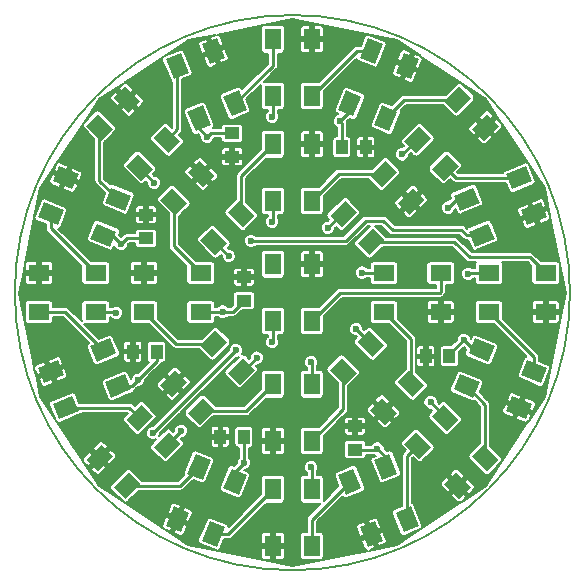
<source format=gbr>
%TF.GenerationSoftware,KiCad,Pcbnew,4.0.7+dfsg1-1*%
%TF.CreationDate,2018-03-01T17:25:55+01:00*%
%TF.ProjectId,ARC-Reactor,4152432D52656163746F722E6B696361,rev?*%
%TF.FileFunction,Copper,L1,Top,Signal*%
%FSLAX46Y46*%
G04 Gerber Fmt 4.6, Leading zero omitted, Abs format (unit mm)*
G04 Created by KiCad (PCBNEW 4.0.7+dfsg1-1) date Thu Mar  1 17:25:55 2018*
%MOMM*%
%LPD*%
G01*
G04 APERTURE LIST*
%ADD10C,0.150000*%
%ADD11R,1.800000X1.400000*%
%ADD12R,1.400000X1.800000*%
%ADD13R,1.000000X1.250000*%
%ADD14R,1.250000X1.000000*%
%ADD15C,0.800000*%
%ADD16C,0.600000*%
%ADD17C,0.250000*%
%ADD18C,0.800000*%
%ADD19C,0.200000*%
G04 APERTURE END LIST*
D10*
X123500000Y-100000000D02*
G75*
G03X123500000Y-100000000I-23500000J0D01*
G01*
D11*
X112559999Y-101649999D03*
X112559999Y-98349999D03*
X107759999Y-98349999D03*
X107759999Y-101649999D03*
D10*
G36*
X107573113Y-108916615D02*
X108845905Y-110189407D01*
X107855955Y-111179357D01*
X106583163Y-109906565D01*
X107573113Y-108916615D01*
X107573113Y-108916615D01*
G37*
G36*
X109906565Y-106583163D02*
X111179357Y-107855955D01*
X110189407Y-108845905D01*
X108916615Y-107573113D01*
X109906565Y-106583163D01*
X109906565Y-106583163D01*
G37*
G36*
X106512453Y-103189051D02*
X107785245Y-104461843D01*
X106795295Y-105451793D01*
X105522503Y-104179001D01*
X106512453Y-103189051D01*
X106512453Y-103189051D01*
G37*
G36*
X104179001Y-105522503D02*
X105451793Y-106795295D01*
X104461843Y-107785245D01*
X103189051Y-106512453D01*
X104179001Y-105522503D01*
X104179001Y-105522503D01*
G37*
D12*
X98349999Y-112559999D03*
X101649999Y-112559999D03*
X101649999Y-107759999D03*
X98349999Y-107759999D03*
D10*
G36*
X91083384Y-107573113D02*
X89810592Y-108845905D01*
X88820642Y-107855955D01*
X90093434Y-106583163D01*
X91083384Y-107573113D01*
X91083384Y-107573113D01*
G37*
G36*
X93416836Y-109906565D02*
X92144044Y-111179357D01*
X91154094Y-110189407D01*
X92426886Y-108916615D01*
X93416836Y-109906565D01*
X93416836Y-109906565D01*
G37*
G36*
X96810948Y-106512453D02*
X95538156Y-107785245D01*
X94548206Y-106795295D01*
X95820998Y-105522503D01*
X96810948Y-106512453D01*
X96810948Y-106512453D01*
G37*
G36*
X94477496Y-104179001D02*
X93204704Y-105451793D01*
X92214754Y-104461843D01*
X93487546Y-103189051D01*
X94477496Y-104179001D01*
X94477496Y-104179001D01*
G37*
D11*
X87439999Y-98349999D03*
X87439999Y-101649999D03*
X92239999Y-101649999D03*
X92239999Y-98349999D03*
D10*
G36*
X92426886Y-91083384D02*
X91154094Y-89810592D01*
X92144044Y-88820642D01*
X93416836Y-90093434D01*
X92426886Y-91083384D01*
X92426886Y-91083384D01*
G37*
G36*
X90093434Y-93416836D02*
X88820642Y-92144044D01*
X89810592Y-91154094D01*
X91083384Y-92426886D01*
X90093434Y-93416836D01*
X90093434Y-93416836D01*
G37*
G36*
X93487546Y-96810948D02*
X92214754Y-95538156D01*
X93204704Y-94548206D01*
X94477496Y-95820998D01*
X93487546Y-96810948D01*
X93487546Y-96810948D01*
G37*
G36*
X95820998Y-94477496D02*
X94548206Y-93204704D01*
X95538156Y-92214754D01*
X96810948Y-93487546D01*
X95820998Y-94477496D01*
X95820998Y-94477496D01*
G37*
D12*
X101649999Y-87439999D03*
X98349999Y-87439999D03*
X98349999Y-92239999D03*
X101649999Y-92239999D03*
D10*
G36*
X108916615Y-92426886D02*
X110189407Y-91154094D01*
X111179357Y-92144044D01*
X109906565Y-93416836D01*
X108916615Y-92426886D01*
X108916615Y-92426886D01*
G37*
G36*
X106583163Y-90093434D02*
X107855955Y-88820642D01*
X108845905Y-89810592D01*
X107573113Y-91083384D01*
X106583163Y-90093434D01*
X106583163Y-90093434D01*
G37*
G36*
X103189051Y-93487546D02*
X104461843Y-92214754D01*
X105451793Y-93204704D01*
X104179001Y-94477496D01*
X103189051Y-93487546D01*
X103189051Y-93487546D01*
G37*
G36*
X105522503Y-95820998D02*
X106795295Y-94548206D01*
X107785245Y-95538156D01*
X106512453Y-96810948D01*
X105522503Y-95820998D01*
X105522503Y-95820998D01*
G37*
D11*
X121449999Y-101649999D03*
X121449999Y-98349999D03*
X116649999Y-98349999D03*
X116649999Y-101649999D03*
D10*
G36*
X118622174Y-108741829D02*
X120285157Y-109430659D01*
X119749400Y-110724091D01*
X118086417Y-110035261D01*
X118622174Y-108741829D01*
X118622174Y-108741829D01*
G37*
G36*
X119885030Y-105693027D02*
X121548013Y-106381857D01*
X121012256Y-107675289D01*
X119349273Y-106986459D01*
X119885030Y-105693027D01*
X119885030Y-105693027D01*
G37*
G36*
X115450408Y-103856147D02*
X117113391Y-104544977D01*
X116577634Y-105838409D01*
X114914651Y-105149579D01*
X115450408Y-103856147D01*
X115450408Y-103856147D01*
G37*
G36*
X114187552Y-106904949D02*
X115850535Y-107593779D01*
X115314778Y-108887211D01*
X113651795Y-108198381D01*
X114187552Y-106904949D01*
X114187552Y-106904949D01*
G37*
G36*
X113859293Y-115202795D02*
X115132085Y-116475587D01*
X114142135Y-117465537D01*
X112869343Y-116192745D01*
X113859293Y-115202795D01*
X113859293Y-115202795D01*
G37*
G36*
X116192745Y-112869343D02*
X117465537Y-114142135D01*
X116475587Y-115132085D01*
X115202795Y-113859293D01*
X116192745Y-112869343D01*
X116192745Y-112869343D01*
G37*
G36*
X112798633Y-109475231D02*
X114071425Y-110748023D01*
X113081475Y-111737973D01*
X111808683Y-110465181D01*
X112798633Y-109475231D01*
X112798633Y-109475231D01*
G37*
G36*
X110465181Y-111808683D02*
X111737973Y-113081475D01*
X110748023Y-114071425D01*
X109475231Y-112798633D01*
X110465181Y-111808683D01*
X110465181Y-111808683D01*
G37*
G36*
X106986459Y-119349273D02*
X107675289Y-121012256D01*
X106381857Y-121548013D01*
X105693027Y-119885030D01*
X106986459Y-119349273D01*
X106986459Y-119349273D01*
G37*
G36*
X110035261Y-118086417D02*
X110724091Y-119749400D01*
X109430659Y-120285157D01*
X108741829Y-118622174D01*
X110035261Y-118086417D01*
X110035261Y-118086417D01*
G37*
G36*
X108198381Y-113651795D02*
X108887211Y-115314778D01*
X107593779Y-115850535D01*
X106904949Y-114187552D01*
X108198381Y-113651795D01*
X108198381Y-113651795D01*
G37*
G36*
X105149579Y-114914651D02*
X105838409Y-116577634D01*
X104544977Y-117113391D01*
X103856147Y-115450408D01*
X105149579Y-114914651D01*
X105149579Y-114914651D01*
G37*
D12*
X98349999Y-121449999D03*
X101649999Y-121449999D03*
X101649999Y-116649999D03*
X98349999Y-116649999D03*
D10*
G36*
X91258170Y-118622174D02*
X90569340Y-120285157D01*
X89275908Y-119749400D01*
X89964738Y-118086417D01*
X91258170Y-118622174D01*
X91258170Y-118622174D01*
G37*
G36*
X94306972Y-119885030D02*
X93618142Y-121548013D01*
X92324710Y-121012256D01*
X93013540Y-119349273D01*
X94306972Y-119885030D01*
X94306972Y-119885030D01*
G37*
G36*
X96143852Y-115450408D02*
X95455022Y-117113391D01*
X94161590Y-116577634D01*
X94850420Y-114914651D01*
X96143852Y-115450408D01*
X96143852Y-115450408D01*
G37*
G36*
X93095050Y-114187552D02*
X92406220Y-115850535D01*
X91112788Y-115314778D01*
X91801618Y-113651795D01*
X93095050Y-114187552D01*
X93095050Y-114187552D01*
G37*
G36*
X84797204Y-113859293D02*
X83524412Y-115132085D01*
X82534462Y-114142135D01*
X83807254Y-112869343D01*
X84797204Y-113859293D01*
X84797204Y-113859293D01*
G37*
G36*
X87130656Y-116192745D02*
X85857864Y-117465537D01*
X84867914Y-116475587D01*
X86140706Y-115202795D01*
X87130656Y-116192745D01*
X87130656Y-116192745D01*
G37*
G36*
X90524768Y-112798633D02*
X89251976Y-114071425D01*
X88262026Y-113081475D01*
X89534818Y-111808683D01*
X90524768Y-112798633D01*
X90524768Y-112798633D01*
G37*
G36*
X88191316Y-110465181D02*
X86918524Y-111737973D01*
X85928574Y-110748023D01*
X87201366Y-109475231D01*
X88191316Y-110465181D01*
X88191316Y-110465181D01*
G37*
G36*
X80650725Y-106986459D02*
X78987742Y-107675289D01*
X78451985Y-106381857D01*
X80114968Y-105693027D01*
X80650725Y-106986459D01*
X80650725Y-106986459D01*
G37*
G36*
X81913581Y-110035261D02*
X80250598Y-110724091D01*
X79714841Y-109430659D01*
X81377824Y-108741829D01*
X81913581Y-110035261D01*
X81913581Y-110035261D01*
G37*
G36*
X86348203Y-108198381D02*
X84685220Y-108887211D01*
X84149463Y-107593779D01*
X85812446Y-106904949D01*
X86348203Y-108198381D01*
X86348203Y-108198381D01*
G37*
G36*
X85085347Y-105149579D02*
X83422364Y-105838409D01*
X82886607Y-104544977D01*
X84549590Y-103856147D01*
X85085347Y-105149579D01*
X85085347Y-105149579D01*
G37*
D11*
X78549999Y-98349999D03*
X78549999Y-101649999D03*
X83349999Y-101649999D03*
X83349999Y-98349999D03*
D10*
G36*
X81377824Y-91258170D02*
X79714841Y-90569340D01*
X80250598Y-89275908D01*
X81913581Y-89964738D01*
X81377824Y-91258170D01*
X81377824Y-91258170D01*
G37*
G36*
X80114968Y-94306972D02*
X78451985Y-93618142D01*
X78987742Y-92324710D01*
X80650725Y-93013540D01*
X80114968Y-94306972D01*
X80114968Y-94306972D01*
G37*
G36*
X84549590Y-96143852D02*
X82886607Y-95455022D01*
X83422364Y-94161590D01*
X85085347Y-94850420D01*
X84549590Y-96143852D01*
X84549590Y-96143852D01*
G37*
G36*
X85812446Y-93095050D02*
X84149463Y-92406220D01*
X84685220Y-91112788D01*
X86348203Y-91801618D01*
X85812446Y-93095050D01*
X85812446Y-93095050D01*
G37*
G36*
X86140706Y-84797204D02*
X84867914Y-83524412D01*
X85857864Y-82534462D01*
X87130656Y-83807254D01*
X86140706Y-84797204D01*
X86140706Y-84797204D01*
G37*
G36*
X83807254Y-87130656D02*
X82534462Y-85857864D01*
X83524412Y-84867914D01*
X84797204Y-86140706D01*
X83807254Y-87130656D01*
X83807254Y-87130656D01*
G37*
G36*
X87201366Y-90524768D02*
X85928574Y-89251976D01*
X86918524Y-88262026D01*
X88191316Y-89534818D01*
X87201366Y-90524768D01*
X87201366Y-90524768D01*
G37*
G36*
X89534818Y-88191316D02*
X88262026Y-86918524D01*
X89251976Y-85928574D01*
X90524768Y-87201366D01*
X89534818Y-88191316D01*
X89534818Y-88191316D01*
G37*
G36*
X93013540Y-80650725D02*
X92324710Y-78987742D01*
X93618142Y-78451985D01*
X94306972Y-80114968D01*
X93013540Y-80650725D01*
X93013540Y-80650725D01*
G37*
G36*
X89964738Y-81913581D02*
X89275908Y-80250598D01*
X90569340Y-79714841D01*
X91258170Y-81377824D01*
X89964738Y-81913581D01*
X89964738Y-81913581D01*
G37*
G36*
X91801618Y-86348203D02*
X91112788Y-84685220D01*
X92406220Y-84149463D01*
X93095050Y-85812446D01*
X91801618Y-86348203D01*
X91801618Y-86348203D01*
G37*
G36*
X94850420Y-85085347D02*
X94161590Y-83422364D01*
X95455022Y-82886607D01*
X96143852Y-84549590D01*
X94850420Y-85085347D01*
X94850420Y-85085347D01*
G37*
D12*
X101649999Y-78549999D03*
X98349999Y-78549999D03*
X98349999Y-83349999D03*
X101649999Y-83349999D03*
D10*
G36*
X108741829Y-81377824D02*
X109430659Y-79714841D01*
X110724091Y-80250598D01*
X110035261Y-81913581D01*
X108741829Y-81377824D01*
X108741829Y-81377824D01*
G37*
G36*
X105693027Y-80114968D02*
X106381857Y-78451985D01*
X107675289Y-78987742D01*
X106986459Y-80650725D01*
X105693027Y-80114968D01*
X105693027Y-80114968D01*
G37*
G36*
X103856147Y-84549590D02*
X104544977Y-82886607D01*
X105838409Y-83422364D01*
X105149579Y-85085347D01*
X103856147Y-84549590D01*
X103856147Y-84549590D01*
G37*
G36*
X106904949Y-85812446D02*
X107593779Y-84149463D01*
X108887211Y-84685220D01*
X108198381Y-86348203D01*
X106904949Y-85812446D01*
X106904949Y-85812446D01*
G37*
G36*
X115202795Y-86140706D02*
X116475587Y-84867914D01*
X117465537Y-85857864D01*
X116192745Y-87130656D01*
X115202795Y-86140706D01*
X115202795Y-86140706D01*
G37*
G36*
X112869343Y-83807254D02*
X114142135Y-82534462D01*
X115132085Y-83524412D01*
X113859293Y-84797204D01*
X112869343Y-83807254D01*
X112869343Y-83807254D01*
G37*
G36*
X109475231Y-87201366D02*
X110748023Y-85928574D01*
X111737973Y-86918524D01*
X110465181Y-88191316D01*
X109475231Y-87201366D01*
X109475231Y-87201366D01*
G37*
G36*
X111808683Y-89534818D02*
X113081475Y-88262026D01*
X114071425Y-89251976D01*
X112798633Y-90524768D01*
X111808683Y-89534818D01*
X111808683Y-89534818D01*
G37*
G36*
X119349273Y-93013540D02*
X121012256Y-92324710D01*
X121548013Y-93618142D01*
X119885030Y-94306972D01*
X119349273Y-93013540D01*
X119349273Y-93013540D01*
G37*
G36*
X118086417Y-89964738D02*
X119749400Y-89275908D01*
X120285157Y-90569340D01*
X118622174Y-91258170D01*
X118086417Y-89964738D01*
X118086417Y-89964738D01*
G37*
G36*
X113651795Y-91801618D02*
X115314778Y-91112788D01*
X115850535Y-92406220D01*
X114187552Y-93095050D01*
X113651795Y-91801618D01*
X113651795Y-91801618D01*
G37*
G36*
X114914651Y-94850420D02*
X116577634Y-94161590D01*
X117113391Y-95455022D01*
X115450408Y-96143852D01*
X114914651Y-94850420D01*
X114914651Y-94850420D01*
G37*
D12*
X101650000Y-97600000D03*
X98350000Y-97600000D03*
X98350000Y-102400000D03*
X101650000Y-102400000D03*
D13*
X93900000Y-112200000D03*
X95900000Y-112200000D03*
D14*
X105300000Y-111300000D03*
X105300000Y-113300000D03*
D13*
X111300000Y-105400000D03*
X113300000Y-105400000D03*
X106200000Y-87700000D03*
X104200000Y-87700000D03*
D14*
X94900000Y-88500000D03*
X94900000Y-86500000D03*
X87600000Y-93400000D03*
X87600000Y-95400000D03*
D13*
X86500000Y-105000000D03*
X88500000Y-105000000D03*
D14*
X95900000Y-98700000D03*
X95900000Y-100700000D03*
D15*
X113500000Y-113400000D03*
X92700000Y-117600000D03*
X81550000Y-99750000D03*
D16*
X94100000Y-101600000D03*
X95900000Y-114400000D03*
X107200000Y-113200000D03*
X104000000Y-85500000D03*
X92800000Y-86800000D03*
X85500000Y-95900000D03*
X86900000Y-107400000D03*
X94600000Y-96900000D03*
X90600000Y-111700000D03*
X85100000Y-101700000D03*
X88300000Y-90700000D03*
X98300000Y-85100000D03*
X109300000Y-88300000D03*
X113200000Y-92800000D03*
X114900000Y-98400000D03*
X114500000Y-104000000D03*
X111700000Y-109300000D03*
X101600000Y-114800000D03*
X98300000Y-104200000D03*
X97000000Y-105500000D03*
X101600000Y-105900000D03*
X105400000Y-103100000D03*
X105900000Y-98300000D03*
X103000000Y-94500000D03*
X98300000Y-94000000D03*
X96500000Y-95600000D03*
X88200000Y-111900000D03*
X95200000Y-104900000D03*
D17*
X112559999Y-98349999D02*
X112559999Y-99940001D01*
X104050000Y-100000000D02*
X101650000Y-102400000D01*
X112500000Y-100000000D02*
X104050000Y-100000000D01*
X112559999Y-99940001D02*
X112500000Y-100000000D01*
X110047986Y-107714534D02*
X110047986Y-103937986D01*
X110047986Y-103937986D02*
X107759999Y-101649999D01*
X104320422Y-106653874D02*
X104320422Y-109889576D01*
X104320422Y-109889576D02*
X101649999Y-112559999D01*
X92285465Y-110047986D02*
X96062012Y-110047986D01*
X96062012Y-110047986D02*
X98349999Y-107759999D01*
X93346125Y-104320422D02*
X90110422Y-104320422D01*
X90110422Y-104320422D02*
X87439999Y-101649999D01*
X89952013Y-92285465D02*
X89952013Y-96062013D01*
X89952013Y-96062013D02*
X92239999Y-98349999D01*
X95679577Y-93346125D02*
X95679577Y-90110421D01*
X95679577Y-90110421D02*
X98349999Y-87439999D01*
X107714534Y-89952013D02*
X103937985Y-89952013D01*
X103937985Y-89952013D02*
X101649999Y-92239999D01*
X106653874Y-95679577D02*
X113679577Y-95679577D01*
X120100000Y-97000000D02*
X121449999Y-98349999D01*
X115000000Y-97000000D02*
X120100000Y-97000000D01*
X113679577Y-95679577D02*
X115000000Y-97000000D01*
X120448643Y-106684158D02*
X120448643Y-105448643D01*
X120448643Y-105448643D02*
X116649999Y-101649999D01*
X116334166Y-114000714D02*
X116334166Y-109479081D01*
X116334166Y-109479081D02*
X114751165Y-107896080D01*
X109732960Y-119185787D02*
X109732960Y-113813696D01*
X109732960Y-113813696D02*
X110606602Y-112940054D01*
X101649999Y-121449999D02*
X101649999Y-119211300D01*
X101649999Y-119211300D02*
X104847278Y-116014021D01*
X93315841Y-120448643D02*
X94551355Y-120448643D01*
X94551355Y-120448643D02*
X98349999Y-116649999D01*
X85999285Y-116334166D02*
X90520918Y-116334166D01*
X90520918Y-116334166D02*
X92103919Y-114751165D01*
X80814211Y-109732960D02*
X86186303Y-109732960D01*
X86186303Y-109732960D02*
X87059945Y-110606602D01*
X78549999Y-101649999D02*
X80788698Y-101649999D01*
X80788698Y-101649999D02*
X83985977Y-104847278D01*
X79551355Y-93315841D02*
X79551355Y-94551355D01*
X79551355Y-94551355D02*
X83349999Y-98349999D01*
X83665833Y-85999285D02*
X83665833Y-90520919D01*
X83665833Y-90520919D02*
X85248833Y-92103919D01*
X90267039Y-80814211D02*
X90267039Y-86186303D01*
X90267039Y-86186303D02*
X89393397Y-87059945D01*
X98349999Y-78549999D02*
X98349999Y-80788699D01*
X98349999Y-80788699D02*
X95152721Y-83985977D01*
X106684158Y-79551355D02*
X105448643Y-79551355D01*
X105448643Y-79551355D02*
X101649999Y-83349999D01*
X114000714Y-83665833D02*
X109479080Y-83665833D01*
X109479080Y-83665833D02*
X107896080Y-85248833D01*
X119185787Y-90267039D02*
X113813696Y-90267039D01*
X113813696Y-90267039D02*
X112940054Y-89393397D01*
D18*
X81550000Y-99750000D02*
X81500000Y-99800000D01*
D17*
X94100000Y-101600000D02*
X95000000Y-101600000D01*
X94050001Y-101649999D02*
X94100000Y-101600000D01*
X92239999Y-101649999D02*
X94050001Y-101649999D01*
X95000000Y-101600000D02*
X95900000Y-100700000D01*
X95900000Y-112200000D02*
X95900000Y-114400000D01*
X95900000Y-114400000D02*
X95152721Y-115147279D01*
X105300000Y-113300000D02*
X107100000Y-113300000D01*
X107200000Y-113200000D02*
X107896080Y-113896080D01*
X107100000Y-113300000D02*
X107200000Y-113200000D01*
X113300000Y-105400000D02*
X113300000Y-105200000D01*
X113300000Y-105200000D02*
X114500000Y-104000000D01*
X104200000Y-87700000D02*
X104200000Y-85700000D01*
X104000000Y-85500000D02*
X104847278Y-84652722D01*
X104200000Y-85700000D02*
X104000000Y-85500000D01*
X94900000Y-86500000D02*
X93100000Y-86500000D01*
X92800000Y-86800000D02*
X92103919Y-86103919D01*
X93100000Y-86500000D02*
X92800000Y-86800000D01*
X87600000Y-95400000D02*
X86000000Y-95400000D01*
X85500000Y-95900000D02*
X84752721Y-95152721D01*
X86000000Y-95400000D02*
X85500000Y-95900000D01*
X88500000Y-105000000D02*
X88500000Y-105800000D01*
X86403920Y-107896080D02*
X86900000Y-107400000D01*
X86403920Y-107896080D02*
X85248833Y-107896080D01*
X88500000Y-105800000D02*
X86900000Y-107400000D01*
X93346125Y-95679577D02*
X93379577Y-95679577D01*
X93379577Y-95679577D02*
X94600000Y-96900000D01*
X95152721Y-116014021D02*
X95152721Y-115147279D01*
X89393397Y-112940054D02*
X89393397Y-112906603D01*
X89393397Y-112906603D02*
X90600000Y-111700000D01*
X83349999Y-101649999D02*
X85049999Y-101649999D01*
X85049999Y-101649999D02*
X85100000Y-101700000D01*
X83985977Y-95152721D02*
X84752721Y-95152721D01*
X87059945Y-89393397D02*
X87059945Y-89459945D01*
X87059945Y-89459945D02*
X88300000Y-90700000D01*
X92103919Y-85248833D02*
X92103919Y-86103919D01*
X98349999Y-83349999D02*
X98349999Y-85050001D01*
X98349999Y-85050001D02*
X98300000Y-85100000D01*
X110606602Y-87059945D02*
X110540055Y-87059945D01*
X110540055Y-87059945D02*
X109300000Y-88300000D01*
X114751165Y-92103919D02*
X113896081Y-92103919D01*
X113896081Y-92103919D02*
X113200000Y-92800000D01*
X116649999Y-98349999D02*
X114950001Y-98349999D01*
X114950001Y-98349999D02*
X114900000Y-98400000D01*
X116014021Y-104847278D02*
X115347278Y-104847278D01*
X115347278Y-104847278D02*
X114500000Y-104000000D01*
X112940054Y-110606602D02*
X112940054Y-110540054D01*
X112940054Y-110540054D02*
X111700000Y-109300000D01*
X107896080Y-114751165D02*
X107896080Y-113896080D01*
X101649999Y-116649999D02*
X101649999Y-114849999D01*
X101649999Y-114849999D02*
X101600000Y-114800000D01*
X98350000Y-102400000D02*
X98350000Y-104150000D01*
X98350000Y-104150000D02*
X98300000Y-104200000D01*
X95679577Y-106653874D02*
X95846126Y-106653874D01*
X95846126Y-106653874D02*
X97000000Y-105500000D01*
X101649999Y-107759999D02*
X101649999Y-105949999D01*
X101649999Y-105949999D02*
X101600000Y-105900000D01*
X106653874Y-104320422D02*
X106620422Y-104320422D01*
X106620422Y-104320422D02*
X105400000Y-103100000D01*
X107759999Y-98349999D02*
X105949999Y-98349999D01*
X105949999Y-98349999D02*
X105900000Y-98300000D01*
X104320422Y-93346125D02*
X104153875Y-93346125D01*
X104153875Y-93346125D02*
X103000000Y-94500000D01*
X104847278Y-83985977D02*
X104847278Y-84652722D01*
X98349999Y-92239999D02*
X98349999Y-93950001D01*
X98349999Y-93950001D02*
X98300000Y-94000000D01*
X114752721Y-95152721D02*
X114300000Y-94700000D01*
X114300000Y-94700000D02*
X108500000Y-94700000D01*
X108500000Y-94700000D02*
X107700000Y-93900000D01*
X107700000Y-93900000D02*
X106200000Y-93900000D01*
X106200000Y-93900000D02*
X104500000Y-95600000D01*
X104500000Y-95600000D02*
X96500000Y-95600000D01*
X114752721Y-95152721D02*
X116014021Y-95152721D01*
X88200000Y-111900000D02*
X94900000Y-105200000D01*
X95200000Y-104900000D02*
X94900000Y-105200000D01*
D19*
G36*
X102387981Y-77349999D02*
X101878999Y-77349999D01*
X101803999Y-77424999D01*
X101803999Y-78395999D01*
X102574999Y-78395999D01*
X102649999Y-78320999D01*
X102649999Y-77590326D01*
X102604327Y-77480063D01*
X102519936Y-77395671D01*
X102429714Y-77358300D01*
X108849554Y-78635286D01*
X110873988Y-79987970D01*
X110403749Y-79793190D01*
X110305756Y-79833780D01*
X109934171Y-80730867D01*
X110646482Y-81025916D01*
X110744474Y-80985326D01*
X110978418Y-80420534D01*
X111024090Y-80310272D01*
X111024091Y-80190925D01*
X110978419Y-80080661D01*
X110909365Y-80011608D01*
X116351844Y-83648156D01*
X117704527Y-85672589D01*
X117344622Y-85312684D01*
X117238556Y-85312684D01*
X116551955Y-85999285D01*
X117097134Y-86544464D01*
X117203200Y-86544464D01*
X117635473Y-86112192D01*
X117719864Y-86027800D01*
X117765537Y-85917538D01*
X117765538Y-85798190D01*
X117728166Y-85707968D01*
X121364714Y-91150446D01*
X121839714Y-93538433D01*
X121644933Y-93068189D01*
X121546941Y-93027600D01*
X120649854Y-93399185D01*
X120944903Y-94111496D01*
X121042895Y-94152086D01*
X121607686Y-93918142D01*
X121717949Y-93872470D01*
X121802340Y-93788078D01*
X121848013Y-93677816D01*
X121848013Y-93580154D01*
X123125000Y-100000000D01*
X122649999Y-102387991D01*
X122649999Y-101878999D01*
X122574999Y-101803999D01*
X121603999Y-101803999D01*
X121603999Y-102574999D01*
X121678999Y-102649999D01*
X122409672Y-102649999D01*
X122519935Y-102604327D01*
X122604327Y-102519936D01*
X122641702Y-102429705D01*
X121364714Y-108849554D01*
X120012025Y-110873996D01*
X120206808Y-110403749D01*
X120166218Y-110305756D01*
X119269131Y-109934171D01*
X118974082Y-110646482D01*
X119014672Y-110744474D01*
X119579464Y-110978418D01*
X119689726Y-111024090D01*
X119809073Y-111024091D01*
X119919337Y-110978419D01*
X119988396Y-110909359D01*
X116351844Y-116351844D01*
X114327408Y-117704529D01*
X114687315Y-117344622D01*
X114687315Y-117238556D01*
X114000714Y-116551955D01*
X113455535Y-117097134D01*
X113455535Y-117203200D01*
X113887807Y-117635473D01*
X113972199Y-117719864D01*
X114082461Y-117765537D01*
X114201809Y-117765538D01*
X114292034Y-117728165D01*
X108849554Y-121364714D01*
X106461565Y-121839715D01*
X106931810Y-121644933D01*
X106972399Y-121546941D01*
X106600814Y-120649854D01*
X105888503Y-120944903D01*
X105847913Y-121042895D01*
X106081857Y-121607686D01*
X106127529Y-121717949D01*
X106211921Y-121802340D01*
X106322183Y-121848013D01*
X106419846Y-121848013D01*
X100000000Y-123125000D01*
X97612009Y-122649999D01*
X98120999Y-122649999D01*
X98195999Y-122574999D01*
X98195999Y-121603999D01*
X98503999Y-121603999D01*
X98503999Y-122574999D01*
X98578999Y-122649999D01*
X99109673Y-122649999D01*
X99219936Y-122604327D01*
X99304327Y-122519935D01*
X99349999Y-122409672D01*
X99349999Y-121678999D01*
X99274999Y-121603999D01*
X98503999Y-121603999D01*
X98195999Y-121603999D01*
X97424999Y-121603999D01*
X97349999Y-121678999D01*
X97349999Y-122409672D01*
X97395671Y-122519935D01*
X97480062Y-122604327D01*
X97570291Y-122641701D01*
X91150446Y-121364714D01*
X90613471Y-121005918D01*
X92018899Y-121005918D01*
X92040526Y-121125395D01*
X92106933Y-121227045D01*
X92207656Y-121294850D01*
X93501088Y-121830607D01*
X93611804Y-121853824D01*
X93731281Y-121832197D01*
X93832931Y-121765790D01*
X93900736Y-121665067D01*
X94228555Y-120873643D01*
X94551355Y-120873643D01*
X94687012Y-120846659D01*
X94713996Y-120841292D01*
X94851875Y-120749163D01*
X95110712Y-120490326D01*
X97349999Y-120490326D01*
X97349999Y-121220999D01*
X97424999Y-121295999D01*
X98195999Y-121295999D01*
X98195999Y-120324999D01*
X98503999Y-120324999D01*
X98503999Y-121295999D01*
X99274999Y-121295999D01*
X99349999Y-121220999D01*
X99349999Y-120490326D01*
X99304327Y-120380063D01*
X99219936Y-120295671D01*
X99109673Y-120249999D01*
X98578999Y-120249999D01*
X98503999Y-120324999D01*
X98195999Y-120324999D01*
X98120999Y-120249999D01*
X97590325Y-120249999D01*
X97480062Y-120295671D01*
X97395671Y-120380063D01*
X97349999Y-120490326D01*
X95110712Y-120490326D01*
X97745162Y-117855876D01*
X99049999Y-117855876D01*
X99161172Y-117834957D01*
X99263278Y-117769254D01*
X99331777Y-117669002D01*
X99355876Y-117549999D01*
X99355876Y-115749999D01*
X100644122Y-115749999D01*
X100644122Y-117549999D01*
X100665041Y-117661172D01*
X100730744Y-117763278D01*
X100830996Y-117831777D01*
X100949999Y-117855876D01*
X102349999Y-117855876D01*
X102416988Y-117843271D01*
X101349479Y-118910780D01*
X101257350Y-119048659D01*
X101257350Y-119048660D01*
X101224999Y-119211300D01*
X101224999Y-120244122D01*
X100949999Y-120244122D01*
X100838826Y-120265041D01*
X100736720Y-120330744D01*
X100668221Y-120430996D01*
X100644122Y-120549999D01*
X100644122Y-122349999D01*
X100665041Y-122461172D01*
X100730744Y-122563278D01*
X100830996Y-122631777D01*
X100949999Y-122655876D01*
X102349999Y-122655876D01*
X102461172Y-122634957D01*
X102563278Y-122569254D01*
X102631777Y-122469002D01*
X102655876Y-122349999D01*
X102655876Y-120549999D01*
X102634957Y-120438826D01*
X102569254Y-120336720D01*
X102469002Y-120268221D01*
X102349999Y-120244122D01*
X102074999Y-120244122D01*
X102074999Y-119825357D01*
X105393027Y-119825357D01*
X105393028Y-119944704D01*
X105438700Y-120054966D01*
X105672644Y-120619758D01*
X105770636Y-120660348D01*
X106080526Y-120531987D01*
X106885369Y-120531987D01*
X107256954Y-121429074D01*
X107354947Y-121469664D01*
X107845225Y-121266584D01*
X107929617Y-121182193D01*
X107975289Y-121071929D01*
X107975288Y-120952582D01*
X107929616Y-120842320D01*
X107695672Y-120277528D01*
X107597680Y-120236938D01*
X106885369Y-120531987D01*
X106080526Y-120531987D01*
X106482947Y-120365299D01*
X106111362Y-119468212D01*
X106013369Y-119427622D01*
X105523091Y-119630702D01*
X105438699Y-119715093D01*
X105393027Y-119825357D01*
X102074999Y-119825357D01*
X102074999Y-119387340D01*
X102111994Y-119350345D01*
X106395917Y-119350345D01*
X106767502Y-120247432D01*
X107479813Y-119952383D01*
X107520403Y-119854391D01*
X107286459Y-119289600D01*
X107240787Y-119179337D01*
X107156395Y-119094946D01*
X107046133Y-119049273D01*
X106926785Y-119049273D01*
X106436506Y-119252353D01*
X106395917Y-119350345D01*
X102111994Y-119350345D01*
X102842278Y-118620061D01*
X108435959Y-118620061D01*
X108459235Y-118739228D01*
X109148065Y-120402211D01*
X109209936Y-120496917D01*
X109309712Y-120566106D01*
X109428546Y-120591027D01*
X109547713Y-120567751D01*
X110841145Y-120031994D01*
X110935851Y-119970123D01*
X111005040Y-119870347D01*
X111029961Y-119751513D01*
X111006685Y-119632346D01*
X110317855Y-117969363D01*
X110255984Y-117874657D01*
X110157960Y-117806683D01*
X110157960Y-116133071D01*
X112569342Y-116133071D01*
X112569343Y-116252419D01*
X112615016Y-116362681D01*
X112699407Y-116447073D01*
X113131680Y-116879345D01*
X113237746Y-116879345D01*
X113782925Y-116334166D01*
X114218503Y-116334166D01*
X114905104Y-117020767D01*
X115011170Y-117020767D01*
X115386413Y-116645524D01*
X115432086Y-116535261D01*
X115432085Y-116415913D01*
X115386412Y-116305651D01*
X115302021Y-116221259D01*
X114869748Y-115788987D01*
X114763682Y-115788987D01*
X114218503Y-116334166D01*
X113782925Y-116334166D01*
X113096324Y-115647565D01*
X112990258Y-115647565D01*
X112615015Y-116022808D01*
X112569342Y-116133071D01*
X110157960Y-116133071D01*
X110157960Y-115323710D01*
X113314113Y-115323710D01*
X113314113Y-115429776D01*
X114000714Y-116116377D01*
X114545893Y-115571198D01*
X114545893Y-115465132D01*
X114113621Y-115032859D01*
X114029229Y-114948468D01*
X113918967Y-114902795D01*
X113799619Y-114902794D01*
X113689356Y-114948467D01*
X113314113Y-115323710D01*
X110157960Y-115323710D01*
X110157960Y-113989736D01*
X110195859Y-113951837D01*
X110531735Y-114287713D01*
X110625138Y-114351532D01*
X110743797Y-114377273D01*
X110863122Y-114354820D01*
X110964311Y-114287713D01*
X111954261Y-113297763D01*
X112018080Y-113204360D01*
X112043821Y-113085701D01*
X112021368Y-112966376D01*
X111954261Y-112865187D01*
X110681469Y-111592395D01*
X110588066Y-111528576D01*
X110469407Y-111502835D01*
X110350082Y-111525288D01*
X110248893Y-111592395D01*
X109258943Y-112582345D01*
X109195124Y-112675748D01*
X109169383Y-112794407D01*
X109191836Y-112913732D01*
X109258943Y-113014921D01*
X109594819Y-113350797D01*
X109432440Y-113513176D01*
X109340311Y-113651055D01*
X109340311Y-113651056D01*
X109307960Y-113813696D01*
X109307960Y-118056596D01*
X108624775Y-118339580D01*
X108530069Y-118401451D01*
X108460880Y-118501227D01*
X108435959Y-118620061D01*
X102842278Y-118620061D01*
X104253453Y-117208887D01*
X104262383Y-117230445D01*
X104324254Y-117325151D01*
X104424030Y-117394340D01*
X104542864Y-117419261D01*
X104662031Y-117395985D01*
X105955463Y-116860228D01*
X106050169Y-116798357D01*
X106119358Y-116698581D01*
X106144279Y-116579747D01*
X106121003Y-116460580D01*
X105432173Y-114797597D01*
X105370302Y-114702891D01*
X105270526Y-114633702D01*
X105151692Y-114608781D01*
X105032525Y-114632057D01*
X103739093Y-115167814D01*
X103644387Y-115229685D01*
X103575198Y-115329461D01*
X103550277Y-115448295D01*
X103573553Y-115567462D01*
X103901372Y-116358886D01*
X102642066Y-117618192D01*
X102655876Y-117549999D01*
X102655876Y-115749999D01*
X102634957Y-115638826D01*
X102569254Y-115536720D01*
X102469002Y-115468221D01*
X102349999Y-115444122D01*
X102074999Y-115444122D01*
X102074999Y-115173619D01*
X102108359Y-115140317D01*
X102199896Y-114919871D01*
X102200104Y-114681176D01*
X102108952Y-114460571D01*
X101940317Y-114291641D01*
X101719871Y-114200104D01*
X101481176Y-114199896D01*
X101260571Y-114291048D01*
X101091641Y-114459683D01*
X101000104Y-114680129D01*
X100999896Y-114918824D01*
X101091048Y-115139429D01*
X101224999Y-115273614D01*
X101224999Y-115444122D01*
X100949999Y-115444122D01*
X100838826Y-115465041D01*
X100736720Y-115530744D01*
X100668221Y-115630996D01*
X100644122Y-115749999D01*
X99355876Y-115749999D01*
X99334957Y-115638826D01*
X99269254Y-115536720D01*
X99169002Y-115468221D01*
X99049999Y-115444122D01*
X97649999Y-115444122D01*
X97538826Y-115465041D01*
X97436720Y-115530744D01*
X97368221Y-115630996D01*
X97344122Y-115749999D01*
X97344122Y-117054836D01*
X94596660Y-119802298D01*
X94591156Y-119771891D01*
X94524749Y-119670241D01*
X94424026Y-119602436D01*
X93130594Y-119066679D01*
X93019878Y-119043462D01*
X92900401Y-119065089D01*
X92798751Y-119131496D01*
X92730946Y-119232219D01*
X92042116Y-120895202D01*
X92018899Y-121005918D01*
X90613471Y-121005918D01*
X89533171Y-120284085D01*
X89978798Y-120284085D01*
X90019387Y-120382077D01*
X90509666Y-120585157D01*
X90629014Y-120585157D01*
X90739276Y-120539484D01*
X90823668Y-120455093D01*
X90869340Y-120344830D01*
X91103284Y-119780039D01*
X91062694Y-119682047D01*
X90350383Y-119386998D01*
X89978798Y-120284085D01*
X89533171Y-120284085D01*
X89126006Y-120012026D01*
X89596250Y-120206808D01*
X89694243Y-120166218D01*
X90065828Y-119269131D01*
X89663408Y-119102443D01*
X90468250Y-119102443D01*
X91180561Y-119397492D01*
X91278553Y-119356902D01*
X91512497Y-118792110D01*
X91558169Y-118681848D01*
X91558170Y-118562501D01*
X91512498Y-118452237D01*
X91428106Y-118367846D01*
X90937828Y-118164766D01*
X90839835Y-118205356D01*
X90468250Y-119102443D01*
X89663408Y-119102443D01*
X89353517Y-118974082D01*
X89255525Y-119014672D01*
X89021581Y-119579464D01*
X88975909Y-119689726D01*
X88975908Y-119809073D01*
X89021580Y-119919337D01*
X89090638Y-119988394D01*
X87000091Y-118591535D01*
X89430794Y-118591535D01*
X89471384Y-118689527D01*
X90183695Y-118984576D01*
X90555280Y-118087489D01*
X90514691Y-117989497D01*
X90024412Y-117786417D01*
X89905064Y-117786417D01*
X89794802Y-117832090D01*
X89710410Y-117916481D01*
X89664738Y-118026744D01*
X89430794Y-118591535D01*
X87000091Y-118591535D01*
X83827026Y-116471361D01*
X84562066Y-116471361D01*
X84584519Y-116590686D01*
X84651626Y-116691875D01*
X85641576Y-117681825D01*
X85734979Y-117745644D01*
X85853638Y-117771385D01*
X85972963Y-117748932D01*
X86074152Y-117681825D01*
X86996811Y-116759166D01*
X90520918Y-116759166D01*
X90656575Y-116732182D01*
X90683559Y-116726815D01*
X90821438Y-116634686D01*
X90884828Y-116571296D01*
X93855779Y-116571296D01*
X93877406Y-116690773D01*
X93943813Y-116792423D01*
X94044536Y-116860228D01*
X95337968Y-117395985D01*
X95448684Y-117419202D01*
X95568161Y-117397575D01*
X95669811Y-117331168D01*
X95737616Y-117230445D01*
X96426446Y-115567462D01*
X96449663Y-115456746D01*
X96428036Y-115337269D01*
X96361629Y-115235619D01*
X96260906Y-115167814D01*
X95887780Y-115013260D01*
X95901039Y-115000001D01*
X96018824Y-115000104D01*
X96239429Y-114908952D01*
X96408359Y-114740317D01*
X96499896Y-114519871D01*
X96500104Y-114281176D01*
X96408952Y-114060571D01*
X96325000Y-113976472D01*
X96325000Y-113130877D01*
X96400000Y-113130877D01*
X96511173Y-113109958D01*
X96613279Y-113044255D01*
X96681778Y-112944003D01*
X96705877Y-112825000D01*
X96705877Y-112788999D01*
X97349999Y-112788999D01*
X97349999Y-113519672D01*
X97395671Y-113629935D01*
X97480062Y-113714327D01*
X97590325Y-113759999D01*
X98120999Y-113759999D01*
X98195999Y-113684999D01*
X98195999Y-112713999D01*
X98503999Y-112713999D01*
X98503999Y-113684999D01*
X98578999Y-113759999D01*
X99109673Y-113759999D01*
X99219936Y-113714327D01*
X99304327Y-113629935D01*
X99349999Y-113519672D01*
X99349999Y-112788999D01*
X99274999Y-112713999D01*
X98503999Y-112713999D01*
X98195999Y-112713999D01*
X97424999Y-112713999D01*
X97349999Y-112788999D01*
X96705877Y-112788999D01*
X96705877Y-111600326D01*
X97349999Y-111600326D01*
X97349999Y-112330999D01*
X97424999Y-112405999D01*
X98195999Y-112405999D01*
X98195999Y-111434999D01*
X98503999Y-111434999D01*
X98503999Y-112405999D01*
X99274999Y-112405999D01*
X99349999Y-112330999D01*
X99349999Y-111659999D01*
X100644122Y-111659999D01*
X100644122Y-113459999D01*
X100665041Y-113571172D01*
X100730744Y-113673278D01*
X100830996Y-113741777D01*
X100949999Y-113765876D01*
X102349999Y-113765876D01*
X102461172Y-113744957D01*
X102563278Y-113679254D01*
X102631777Y-113579002D01*
X102655876Y-113459999D01*
X102655876Y-112800000D01*
X104369123Y-112800000D01*
X104369123Y-113800000D01*
X104390042Y-113911173D01*
X104455745Y-114013279D01*
X104555997Y-114081778D01*
X104675000Y-114105877D01*
X105925000Y-114105877D01*
X106036173Y-114084958D01*
X106138279Y-114019255D01*
X106206778Y-113919003D01*
X106230877Y-113800000D01*
X106230877Y-113725000D01*
X106899759Y-113725000D01*
X107060857Y-113791894D01*
X106787895Y-113904958D01*
X106693189Y-113966829D01*
X106624000Y-114066605D01*
X106599079Y-114185439D01*
X106622355Y-114304606D01*
X107311185Y-115967589D01*
X107373056Y-116062295D01*
X107472832Y-116131484D01*
X107591666Y-116156405D01*
X107710833Y-116133129D01*
X109004265Y-115597372D01*
X109098971Y-115535501D01*
X109168160Y-115435725D01*
X109193081Y-115316891D01*
X109169805Y-115197724D01*
X108480975Y-113534741D01*
X108419104Y-113440035D01*
X108319328Y-113370846D01*
X108200494Y-113345925D01*
X108081327Y-113369201D01*
X108002778Y-113401737D01*
X107800001Y-113198961D01*
X107800104Y-113081176D01*
X107708952Y-112860571D01*
X107540317Y-112691641D01*
X107319871Y-112600104D01*
X107081176Y-112599896D01*
X106860571Y-112691048D01*
X106691641Y-112859683D01*
X106685281Y-112875000D01*
X106230877Y-112875000D01*
X106230877Y-112800000D01*
X106209958Y-112688827D01*
X106144255Y-112586721D01*
X106044003Y-112518222D01*
X105925000Y-112494123D01*
X104675000Y-112494123D01*
X104563827Y-112515042D01*
X104461721Y-112580745D01*
X104393222Y-112680997D01*
X104369123Y-112800000D01*
X102655876Y-112800000D01*
X102655876Y-112155162D01*
X103282038Y-111529000D01*
X104375000Y-111529000D01*
X104375000Y-111859674D01*
X104420672Y-111969937D01*
X104505064Y-112054328D01*
X104615327Y-112100000D01*
X105071000Y-112100000D01*
X105146000Y-112025000D01*
X105146000Y-111454000D01*
X105454000Y-111454000D01*
X105454000Y-112025000D01*
X105529000Y-112100000D01*
X105984673Y-112100000D01*
X106094936Y-112054328D01*
X106179328Y-111969937D01*
X106225000Y-111859674D01*
X106225000Y-111529000D01*
X106150000Y-111454000D01*
X105454000Y-111454000D01*
X105146000Y-111454000D01*
X104450000Y-111454000D01*
X104375000Y-111529000D01*
X103282038Y-111529000D01*
X104070712Y-110740326D01*
X104375000Y-110740326D01*
X104375000Y-111071000D01*
X104450000Y-111146000D01*
X105146000Y-111146000D01*
X105146000Y-110575000D01*
X105454000Y-110575000D01*
X105454000Y-111146000D01*
X106150000Y-111146000D01*
X106225000Y-111071000D01*
X106225000Y-110810954D01*
X107169355Y-110810954D01*
X107169355Y-110917020D01*
X107601627Y-111349293D01*
X107686019Y-111433684D01*
X107796281Y-111479357D01*
X107915629Y-111479358D01*
X108025892Y-111433685D01*
X108401135Y-111058442D01*
X108401135Y-110952376D01*
X107714534Y-110265775D01*
X107169355Y-110810954D01*
X106225000Y-110810954D01*
X106225000Y-110740326D01*
X106179328Y-110630063D01*
X106094936Y-110545672D01*
X105984673Y-110500000D01*
X105529000Y-110500000D01*
X105454000Y-110575000D01*
X105146000Y-110575000D01*
X105071000Y-110500000D01*
X104615327Y-110500000D01*
X104505064Y-110545672D01*
X104420672Y-110630063D01*
X104375000Y-110740326D01*
X104070712Y-110740326D01*
X104620942Y-110190097D01*
X104713070Y-110052217D01*
X104713071Y-110052216D01*
X104745422Y-109889576D01*
X104745422Y-109846891D01*
X106283162Y-109846891D01*
X106283163Y-109966239D01*
X106328836Y-110076501D01*
X106413227Y-110160893D01*
X106845500Y-110593165D01*
X106951566Y-110593165D01*
X107496745Y-110047986D01*
X107932323Y-110047986D01*
X108618924Y-110734587D01*
X108724990Y-110734587D01*
X109100233Y-110359344D01*
X109145906Y-110249081D01*
X109145905Y-110129733D01*
X109100232Y-110019471D01*
X109015841Y-109935079D01*
X108583568Y-109502807D01*
X108477502Y-109502807D01*
X107932323Y-110047986D01*
X107496745Y-110047986D01*
X106810144Y-109361385D01*
X106704078Y-109361385D01*
X106328835Y-109736628D01*
X106283162Y-109846891D01*
X104745422Y-109846891D01*
X104745422Y-109037530D01*
X107027933Y-109037530D01*
X107027933Y-109143596D01*
X107714534Y-109830197D01*
X108125907Y-109418824D01*
X111099896Y-109418824D01*
X111191048Y-109639429D01*
X111359683Y-109808359D01*
X111580129Y-109899896D01*
X111698959Y-109900000D01*
X111820124Y-110021164D01*
X111592395Y-110248893D01*
X111528576Y-110342296D01*
X111502835Y-110460955D01*
X111525288Y-110580280D01*
X111592395Y-110681469D01*
X112865187Y-111954261D01*
X112958590Y-112018080D01*
X113077249Y-112043821D01*
X113196574Y-112021368D01*
X113297763Y-111954261D01*
X114287713Y-110964311D01*
X114351532Y-110870908D01*
X114377273Y-110752249D01*
X114354820Y-110632924D01*
X114287713Y-110531735D01*
X113014921Y-109258943D01*
X112921518Y-109195124D01*
X112802859Y-109169383D01*
X112683534Y-109191836D01*
X112582345Y-109258943D01*
X112421164Y-109420124D01*
X112300001Y-109298961D01*
X112300104Y-109181176D01*
X112208952Y-108960571D01*
X112040317Y-108791641D01*
X111819871Y-108700104D01*
X111581176Y-108699896D01*
X111360571Y-108791048D01*
X111191641Y-108959683D01*
X111100104Y-109180129D01*
X111099896Y-109418824D01*
X108125907Y-109418824D01*
X108259713Y-109285018D01*
X108259713Y-109178952D01*
X107827441Y-108746679D01*
X107743049Y-108662288D01*
X107632787Y-108616615D01*
X107513439Y-108616614D01*
X107403176Y-108662287D01*
X107027933Y-109037530D01*
X104745422Y-109037530D01*
X104745422Y-107934242D01*
X105668081Y-107011583D01*
X105731900Y-106918180D01*
X105757641Y-106799521D01*
X105735188Y-106680196D01*
X105668081Y-106579007D01*
X104395289Y-105306215D01*
X104301886Y-105242396D01*
X104183227Y-105216655D01*
X104063902Y-105239108D01*
X103962713Y-105306215D01*
X102972763Y-106296165D01*
X102908944Y-106389568D01*
X102883203Y-106508227D01*
X102905656Y-106627552D01*
X102972763Y-106728741D01*
X103895422Y-107651400D01*
X103895422Y-109713535D01*
X102254836Y-111354122D01*
X100949999Y-111354122D01*
X100838826Y-111375041D01*
X100736720Y-111440744D01*
X100668221Y-111540996D01*
X100644122Y-111659999D01*
X99349999Y-111659999D01*
X99349999Y-111600326D01*
X99304327Y-111490063D01*
X99219936Y-111405671D01*
X99109673Y-111359999D01*
X98578999Y-111359999D01*
X98503999Y-111434999D01*
X98195999Y-111434999D01*
X98120999Y-111359999D01*
X97590325Y-111359999D01*
X97480062Y-111405671D01*
X97395671Y-111490063D01*
X97349999Y-111600326D01*
X96705877Y-111600326D01*
X96705877Y-111575000D01*
X96684958Y-111463827D01*
X96619255Y-111361721D01*
X96519003Y-111293222D01*
X96400000Y-111269123D01*
X95400000Y-111269123D01*
X95288827Y-111290042D01*
X95186721Y-111355745D01*
X95118222Y-111455997D01*
X95094123Y-111575000D01*
X95094123Y-112825000D01*
X95115042Y-112936173D01*
X95180745Y-113038279D01*
X95280997Y-113106778D01*
X95400000Y-113130877D01*
X95475000Y-113130877D01*
X95475000Y-113976470D01*
X95391641Y-114059683D01*
X95300104Y-114280129D01*
X95300000Y-114398960D01*
X95037781Y-114661179D01*
X94967474Y-114632057D01*
X94856758Y-114608840D01*
X94737281Y-114630467D01*
X94635631Y-114696874D01*
X94567826Y-114797597D01*
X93878996Y-116460580D01*
X93855779Y-116571296D01*
X90884828Y-116571296D01*
X91605980Y-115850144D01*
X92289166Y-116133129D01*
X92399882Y-116156346D01*
X92519359Y-116134719D01*
X92621009Y-116068312D01*
X92688814Y-115967589D01*
X93377644Y-114304606D01*
X93400861Y-114193890D01*
X93379234Y-114074413D01*
X93312827Y-113972763D01*
X93212104Y-113904958D01*
X91918672Y-113369201D01*
X91807956Y-113345984D01*
X91688479Y-113367611D01*
X91586829Y-113434018D01*
X91519024Y-113534741D01*
X90830194Y-115197724D01*
X90806977Y-115308440D01*
X90828224Y-115425819D01*
X90344878Y-115909166D01*
X87279653Y-115909166D01*
X86356994Y-114986507D01*
X86263591Y-114922688D01*
X86144932Y-114896947D01*
X86025607Y-114919400D01*
X85924418Y-114986507D01*
X84651626Y-116259299D01*
X84587807Y-116352702D01*
X84562066Y-116471361D01*
X83827026Y-116471361D01*
X83648156Y-116351844D01*
X82681476Y-114905104D01*
X82979232Y-114905104D01*
X82979232Y-115011170D01*
X83354475Y-115386413D01*
X83464738Y-115432086D01*
X83584086Y-115432085D01*
X83694348Y-115386412D01*
X83778740Y-115302021D01*
X84211012Y-114869748D01*
X84211012Y-114763682D01*
X83665833Y-114218503D01*
X82979232Y-114905104D01*
X82681476Y-114905104D01*
X82295473Y-114327411D01*
X82655377Y-114687315D01*
X82761443Y-114687315D01*
X83448044Y-114000714D01*
X83883622Y-114000714D01*
X84428801Y-114545893D01*
X84534867Y-114545893D01*
X84967140Y-114113621D01*
X85051531Y-114029229D01*
X85097204Y-113918967D01*
X85097205Y-113799619D01*
X85051532Y-113689356D01*
X84676289Y-113314113D01*
X84570223Y-113314113D01*
X83883622Y-114000714D01*
X83448044Y-114000714D01*
X82902865Y-113455535D01*
X82796799Y-113455535D01*
X82364526Y-113887807D01*
X82280135Y-113972199D01*
X82234462Y-114082461D01*
X82234461Y-114201809D01*
X82271832Y-114292030D01*
X81496512Y-113131680D01*
X83120654Y-113131680D01*
X83120654Y-113237746D01*
X83665833Y-113782925D01*
X84352434Y-113096324D01*
X84352434Y-112990258D01*
X83977191Y-112615015D01*
X83866928Y-112569342D01*
X83747580Y-112569343D01*
X83637318Y-112615016D01*
X83552926Y-112699407D01*
X83120654Y-113131680D01*
X81496512Y-113131680D01*
X79022157Y-109428546D01*
X79408971Y-109428546D01*
X79432247Y-109547713D01*
X79968004Y-110841145D01*
X80029875Y-110935851D01*
X80129651Y-111005040D01*
X80248485Y-111029961D01*
X80367652Y-111006685D01*
X82030635Y-110317855D01*
X82125341Y-110255984D01*
X82193315Y-110157960D01*
X86010263Y-110157960D01*
X86048162Y-110195859D01*
X85712286Y-110531735D01*
X85648467Y-110625138D01*
X85622726Y-110743797D01*
X85645179Y-110863122D01*
X85712286Y-110964311D01*
X86702236Y-111954261D01*
X86795639Y-112018080D01*
X86914298Y-112043821D01*
X87033623Y-112021368D01*
X87037459Y-112018824D01*
X87599896Y-112018824D01*
X87691048Y-112239429D01*
X87859683Y-112408359D01*
X88080129Y-112499896D01*
X88318824Y-112500104D01*
X88475599Y-112435326D01*
X88045738Y-112865187D01*
X87981919Y-112958590D01*
X87956178Y-113077249D01*
X87978631Y-113196574D01*
X88045738Y-113297763D01*
X89035688Y-114287713D01*
X89129091Y-114351532D01*
X89247750Y-114377273D01*
X89367075Y-114354820D01*
X89468264Y-114287713D01*
X90741056Y-113014921D01*
X90804875Y-112921518D01*
X90830616Y-112802859D01*
X90808163Y-112683534D01*
X90741056Y-112582345D01*
X90587711Y-112429000D01*
X93100000Y-112429000D01*
X93100000Y-112884673D01*
X93145672Y-112994936D01*
X93230063Y-113079328D01*
X93340326Y-113125000D01*
X93671000Y-113125000D01*
X93746000Y-113050000D01*
X93746000Y-112354000D01*
X94054000Y-112354000D01*
X94054000Y-113050000D01*
X94129000Y-113125000D01*
X94459674Y-113125000D01*
X94569937Y-113079328D01*
X94654328Y-112994936D01*
X94700000Y-112884673D01*
X94700000Y-112429000D01*
X94625000Y-112354000D01*
X94054000Y-112354000D01*
X93746000Y-112354000D01*
X93175000Y-112354000D01*
X93100000Y-112429000D01*
X90587711Y-112429000D01*
X90529876Y-112371165D01*
X90601039Y-112300001D01*
X90718824Y-112300104D01*
X90939429Y-112208952D01*
X91108359Y-112040317D01*
X91199896Y-111819871D01*
X91200104Y-111581176D01*
X91172896Y-111515327D01*
X93100000Y-111515327D01*
X93100000Y-111971000D01*
X93175000Y-112046000D01*
X93746000Y-112046000D01*
X93746000Y-111350000D01*
X94054000Y-111350000D01*
X94054000Y-112046000D01*
X94625000Y-112046000D01*
X94700000Y-111971000D01*
X94700000Y-111515327D01*
X94654328Y-111405064D01*
X94569937Y-111320672D01*
X94459674Y-111275000D01*
X94129000Y-111275000D01*
X94054000Y-111350000D01*
X93746000Y-111350000D01*
X93671000Y-111275000D01*
X93340326Y-111275000D01*
X93230063Y-111320672D01*
X93145672Y-111405064D01*
X93100000Y-111515327D01*
X91172896Y-111515327D01*
X91108952Y-111360571D01*
X90940317Y-111191641D01*
X90719871Y-111100104D01*
X90481176Y-111099896D01*
X90260571Y-111191048D01*
X90091641Y-111359683D01*
X90000104Y-111580129D01*
X90000000Y-111698959D01*
X89928835Y-111770124D01*
X89751106Y-111592395D01*
X89657703Y-111528576D01*
X89539044Y-111502835D01*
X89419719Y-111525288D01*
X89318530Y-111592395D01*
X88735166Y-112175759D01*
X88799896Y-112019871D01*
X88800000Y-111901040D01*
X90515859Y-110185181D01*
X90848246Y-110185181D01*
X90870699Y-110304506D01*
X90937806Y-110405695D01*
X91927756Y-111395645D01*
X92021159Y-111459464D01*
X92139818Y-111485205D01*
X92259143Y-111462752D01*
X92360332Y-111395645D01*
X93282991Y-110472986D01*
X96062012Y-110472986D01*
X96207931Y-110443961D01*
X96224653Y-110440635D01*
X96362532Y-110348506D01*
X97745163Y-108965876D01*
X99049999Y-108965876D01*
X99161172Y-108944957D01*
X99263278Y-108879254D01*
X99331777Y-108779002D01*
X99355876Y-108659999D01*
X99355876Y-106859999D01*
X100644122Y-106859999D01*
X100644122Y-108659999D01*
X100665041Y-108771172D01*
X100730744Y-108873278D01*
X100830996Y-108941777D01*
X100949999Y-108965876D01*
X102349999Y-108965876D01*
X102461172Y-108944957D01*
X102563278Y-108879254D01*
X102631777Y-108779002D01*
X102655876Y-108659999D01*
X102655876Y-106859999D01*
X102634957Y-106748826D01*
X102569254Y-106646720D01*
X102469002Y-106578221D01*
X102349999Y-106554122D01*
X102074999Y-106554122D01*
X102074999Y-106273619D01*
X102108359Y-106240317D01*
X102199896Y-106019871D01*
X102200104Y-105781176D01*
X102108952Y-105560571D01*
X101940317Y-105391641D01*
X101719871Y-105300104D01*
X101481176Y-105299896D01*
X101260571Y-105391048D01*
X101091641Y-105559683D01*
X101000104Y-105780129D01*
X100999896Y-106018824D01*
X101091048Y-106239429D01*
X101224999Y-106373614D01*
X101224999Y-106554122D01*
X100949999Y-106554122D01*
X100838826Y-106575041D01*
X100736720Y-106640744D01*
X100668221Y-106740996D01*
X100644122Y-106859999D01*
X99355876Y-106859999D01*
X99334957Y-106748826D01*
X99269254Y-106646720D01*
X99169002Y-106578221D01*
X99049999Y-106554122D01*
X97649999Y-106554122D01*
X97538826Y-106575041D01*
X97436720Y-106640744D01*
X97368221Y-106740996D01*
X97344122Y-106859999D01*
X97344122Y-108164835D01*
X95885972Y-109622986D01*
X93565833Y-109622986D01*
X92643174Y-108700327D01*
X92549771Y-108636508D01*
X92431112Y-108610767D01*
X92311787Y-108633220D01*
X92210598Y-108700327D01*
X90937806Y-109973119D01*
X90873987Y-110066522D01*
X90848246Y-110185181D01*
X90515859Y-110185181D01*
X95201039Y-105500001D01*
X95318824Y-105500104D01*
X95475599Y-105435326D01*
X94331918Y-106579007D01*
X94268099Y-106672410D01*
X94242358Y-106791069D01*
X94264811Y-106910394D01*
X94331918Y-107011583D01*
X95321868Y-108001533D01*
X95415271Y-108065352D01*
X95533930Y-108091093D01*
X95653255Y-108068640D01*
X95754444Y-108001533D01*
X97027236Y-106728741D01*
X97091055Y-106635338D01*
X97116796Y-106516679D01*
X97094343Y-106397354D01*
X97027236Y-106296165D01*
X96916056Y-106184985D01*
X97001039Y-106100001D01*
X97118824Y-106100104D01*
X97339429Y-106008952D01*
X97508359Y-105840317D01*
X97599896Y-105619871D01*
X97600104Y-105381176D01*
X97508952Y-105160571D01*
X97340317Y-104991641D01*
X97119871Y-104900104D01*
X96881176Y-104899896D01*
X96660571Y-104991048D01*
X96491641Y-105159683D01*
X96400104Y-105380129D01*
X96400000Y-105498959D01*
X96315015Y-105583944D01*
X96037286Y-105306215D01*
X95943883Y-105242396D01*
X95825224Y-105216655D01*
X95709112Y-105238503D01*
X95799896Y-105019871D01*
X95800104Y-104781176D01*
X95708952Y-104560571D01*
X95540317Y-104391641D01*
X95319871Y-104300104D01*
X95081176Y-104299896D01*
X94860571Y-104391048D01*
X94691641Y-104559683D01*
X94600104Y-104780129D01*
X94600000Y-104898960D01*
X88198961Y-111299999D01*
X88081176Y-111299896D01*
X87860571Y-111391048D01*
X87691641Y-111559683D01*
X87600104Y-111780129D01*
X87599896Y-112018824D01*
X87037459Y-112018824D01*
X87134812Y-111954261D01*
X88407604Y-110681469D01*
X88471423Y-110588066D01*
X88497164Y-110469407D01*
X88474711Y-110350082D01*
X88407604Y-110248893D01*
X87417654Y-109258943D01*
X87324251Y-109195124D01*
X87205592Y-109169383D01*
X87086267Y-109191836D01*
X86985078Y-109258943D01*
X86649202Y-109594819D01*
X86486823Y-109432440D01*
X86348944Y-109340311D01*
X86321960Y-109334944D01*
X86186303Y-109307960D01*
X81943402Y-109307960D01*
X81660418Y-108624775D01*
X81598547Y-108530069D01*
X81498771Y-108460880D01*
X81379937Y-108435959D01*
X81260770Y-108459235D01*
X79597787Y-109148065D01*
X79503081Y-109209936D01*
X79433892Y-109309712D01*
X79408971Y-109428546D01*
X79022157Y-109428546D01*
X78635286Y-108849554D01*
X78337991Y-107354947D01*
X78530334Y-107354947D01*
X78733414Y-107845225D01*
X78817805Y-107929617D01*
X78928069Y-107975289D01*
X79047416Y-107975288D01*
X79157678Y-107929616D01*
X79722470Y-107695672D01*
X79763060Y-107597680D01*
X79760569Y-107591666D01*
X83843593Y-107591666D01*
X83866869Y-107710833D01*
X84402626Y-109004265D01*
X84464497Y-109098971D01*
X84564273Y-109168160D01*
X84683107Y-109193081D01*
X84802274Y-109169805D01*
X86132218Y-108618924D01*
X89265412Y-108618924D01*
X89265412Y-108724990D01*
X89640655Y-109100233D01*
X89750918Y-109145906D01*
X89870266Y-109145905D01*
X89980528Y-109100232D01*
X90064920Y-109015841D01*
X90497192Y-108583568D01*
X90497192Y-108477502D01*
X89952013Y-107932323D01*
X89265412Y-108618924D01*
X86132218Y-108618924D01*
X86465257Y-108480975D01*
X86559963Y-108419104D01*
X86629152Y-108319328D01*
X86646815Y-108235104D01*
X86704440Y-108196600D01*
X86901039Y-108000001D01*
X87018824Y-108000104D01*
X87223269Y-107915629D01*
X88520641Y-107915629D01*
X88566314Y-108025892D01*
X88941557Y-108401135D01*
X89047623Y-108401135D01*
X89734224Y-107714534D01*
X90169802Y-107714534D01*
X90714981Y-108259713D01*
X90821047Y-108259713D01*
X91253320Y-107827441D01*
X91337711Y-107743049D01*
X91383384Y-107632787D01*
X91383385Y-107513439D01*
X91337712Y-107403176D01*
X90962469Y-107027933D01*
X90856403Y-107027933D01*
X90169802Y-107714534D01*
X89734224Y-107714534D01*
X89189045Y-107169355D01*
X89082979Y-107169355D01*
X88650706Y-107601627D01*
X88566315Y-107686019D01*
X88520642Y-107796281D01*
X88520641Y-107915629D01*
X87223269Y-107915629D01*
X87239429Y-107908952D01*
X87408359Y-107740317D01*
X87499896Y-107519871D01*
X87500000Y-107401041D01*
X88055541Y-106845500D01*
X89406834Y-106845500D01*
X89406834Y-106951566D01*
X89952013Y-107496745D01*
X90638614Y-106810144D01*
X90638614Y-106704078D01*
X90263371Y-106328835D01*
X90153108Y-106283162D01*
X90033760Y-106283163D01*
X89923498Y-106328836D01*
X89839106Y-106413227D01*
X89406834Y-106845500D01*
X88055541Y-106845500D01*
X88800521Y-106100520D01*
X88892649Y-105962641D01*
X88898967Y-105930877D01*
X89000000Y-105930877D01*
X89111173Y-105909958D01*
X89213279Y-105844255D01*
X89281778Y-105744003D01*
X89305877Y-105625000D01*
X89305877Y-104375000D01*
X89284958Y-104263827D01*
X89219255Y-104161721D01*
X89119003Y-104093222D01*
X89000000Y-104069123D01*
X88000000Y-104069123D01*
X87888827Y-104090042D01*
X87786721Y-104155745D01*
X87718222Y-104255997D01*
X87694123Y-104375000D01*
X87694123Y-105625000D01*
X87715042Y-105736173D01*
X87780745Y-105838279D01*
X87828233Y-105870726D01*
X86898961Y-106799999D01*
X86781176Y-106799896D01*
X86560571Y-106891048D01*
X86391641Y-107059683D01*
X86300104Y-107280129D01*
X86300102Y-107282957D01*
X86095040Y-106787895D01*
X86033169Y-106693189D01*
X85933393Y-106624000D01*
X85814559Y-106599079D01*
X85695392Y-106622355D01*
X84032409Y-107311185D01*
X83937703Y-107373056D01*
X83868514Y-107472832D01*
X83843593Y-107591666D01*
X79760569Y-107591666D01*
X79468011Y-106885369D01*
X78570924Y-107256954D01*
X78530334Y-107354947D01*
X78337991Y-107354947D01*
X78160287Y-106461574D01*
X78355065Y-106931810D01*
X78453057Y-106972399D01*
X78947722Y-106767502D01*
X79752566Y-106767502D01*
X80047615Y-107479813D01*
X80145607Y-107520403D01*
X80710398Y-107286459D01*
X80820661Y-107240787D01*
X80905052Y-107156395D01*
X80950725Y-107046133D01*
X80950725Y-106926785D01*
X80747645Y-106436506D01*
X80649653Y-106395917D01*
X79752566Y-106767502D01*
X78947722Y-106767502D01*
X79350144Y-106600814D01*
X79055095Y-105888503D01*
X78957103Y-105847913D01*
X78392312Y-106081857D01*
X78282049Y-106127529D01*
X78197658Y-106211921D01*
X78151985Y-106322183D01*
X78151985Y-106419836D01*
X78022852Y-105770636D01*
X79339650Y-105770636D01*
X79634699Y-106482947D01*
X80531786Y-106111362D01*
X80572376Y-106013369D01*
X80369296Y-105523091D01*
X80284905Y-105438699D01*
X80174641Y-105393027D01*
X80055294Y-105393028D01*
X79945032Y-105438700D01*
X79380240Y-105672644D01*
X79339650Y-105770636D01*
X78022852Y-105770636D01*
X77063967Y-100949999D01*
X77344122Y-100949999D01*
X77344122Y-102349999D01*
X77365041Y-102461172D01*
X77430744Y-102563278D01*
X77530996Y-102631777D01*
X77649999Y-102655876D01*
X79449999Y-102655876D01*
X79561172Y-102634957D01*
X79663278Y-102569254D01*
X79731777Y-102469002D01*
X79755876Y-102349999D01*
X79755876Y-102074999D01*
X80612658Y-102074999D01*
X82791111Y-104253453D01*
X82769553Y-104262383D01*
X82674847Y-104324254D01*
X82605658Y-104424030D01*
X82580737Y-104542864D01*
X82604013Y-104662031D01*
X83139770Y-105955463D01*
X83201641Y-106050169D01*
X83301417Y-106119358D01*
X83420251Y-106144279D01*
X83539418Y-106121003D01*
X85202401Y-105432173D01*
X85297107Y-105370302D01*
X85366296Y-105270526D01*
X85375004Y-105229000D01*
X85700000Y-105229000D01*
X85700000Y-105684673D01*
X85745672Y-105794936D01*
X85830063Y-105879328D01*
X85940326Y-105925000D01*
X86271000Y-105925000D01*
X86346000Y-105850000D01*
X86346000Y-105154000D01*
X86654000Y-105154000D01*
X86654000Y-105850000D01*
X86729000Y-105925000D01*
X87059674Y-105925000D01*
X87169937Y-105879328D01*
X87254328Y-105794936D01*
X87300000Y-105684673D01*
X87300000Y-105229000D01*
X87225000Y-105154000D01*
X86654000Y-105154000D01*
X86346000Y-105154000D01*
X85775000Y-105154000D01*
X85700000Y-105229000D01*
X85375004Y-105229000D01*
X85391217Y-105151692D01*
X85367941Y-105032525D01*
X85070868Y-104315327D01*
X85700000Y-104315327D01*
X85700000Y-104771000D01*
X85775000Y-104846000D01*
X86346000Y-104846000D01*
X86346000Y-104150000D01*
X86654000Y-104150000D01*
X86654000Y-104846000D01*
X87225000Y-104846000D01*
X87300000Y-104771000D01*
X87300000Y-104315327D01*
X87254328Y-104205064D01*
X87169937Y-104120672D01*
X87059674Y-104075000D01*
X86729000Y-104075000D01*
X86654000Y-104150000D01*
X86346000Y-104150000D01*
X86271000Y-104075000D01*
X85940326Y-104075000D01*
X85830063Y-104120672D01*
X85745672Y-104205064D01*
X85700000Y-104315327D01*
X85070868Y-104315327D01*
X84832184Y-103739093D01*
X84770313Y-103644387D01*
X84670537Y-103575198D01*
X84551703Y-103550277D01*
X84432536Y-103573553D01*
X83641112Y-103901372D01*
X82381806Y-102642066D01*
X82449999Y-102655876D01*
X84249999Y-102655876D01*
X84361172Y-102634957D01*
X84463278Y-102569254D01*
X84531777Y-102469002D01*
X84555876Y-102349999D01*
X84555876Y-102074999D01*
X84626556Y-102074999D01*
X84759683Y-102208359D01*
X84980129Y-102299896D01*
X85218824Y-102300104D01*
X85439429Y-102208952D01*
X85608359Y-102040317D01*
X85699896Y-101819871D01*
X85700104Y-101581176D01*
X85608952Y-101360571D01*
X85440317Y-101191641D01*
X85219871Y-101100104D01*
X84981176Y-101099896D01*
X84760571Y-101191048D01*
X84726561Y-101224999D01*
X84555876Y-101224999D01*
X84555876Y-100949999D01*
X86234122Y-100949999D01*
X86234122Y-102349999D01*
X86255041Y-102461172D01*
X86320744Y-102563278D01*
X86420996Y-102631777D01*
X86539999Y-102655876D01*
X87844836Y-102655876D01*
X89809901Y-104620942D01*
X89895491Y-104678131D01*
X89947782Y-104713071D01*
X90110422Y-104745422D01*
X92065757Y-104745422D01*
X92988416Y-105668081D01*
X93081819Y-105731900D01*
X93200478Y-105757641D01*
X93319803Y-105735188D01*
X93420992Y-105668081D01*
X94693784Y-104395289D01*
X94757603Y-104301886D01*
X94783344Y-104183227D01*
X94760891Y-104063902D01*
X94693784Y-103962713D01*
X93703834Y-102972763D01*
X93610431Y-102908944D01*
X93491772Y-102883203D01*
X93372447Y-102905656D01*
X93271258Y-102972763D01*
X92348599Y-103895422D01*
X90286463Y-103895422D01*
X88645876Y-102254836D01*
X88645876Y-100949999D01*
X91034122Y-100949999D01*
X91034122Y-102349999D01*
X91055041Y-102461172D01*
X91120744Y-102563278D01*
X91220996Y-102631777D01*
X91339999Y-102655876D01*
X93139999Y-102655876D01*
X93251172Y-102634957D01*
X93353278Y-102569254D01*
X93421777Y-102469002D01*
X93445876Y-102349999D01*
X93445876Y-102074999D01*
X93726381Y-102074999D01*
X93759683Y-102108359D01*
X93980129Y-102199896D01*
X94218824Y-102200104D01*
X94439429Y-102108952D01*
X94523528Y-102025000D01*
X95000000Y-102025000D01*
X95135657Y-101998016D01*
X95162641Y-101992649D01*
X95300520Y-101900520D01*
X95695163Y-101505877D01*
X96525000Y-101505877D01*
X96556233Y-101500000D01*
X97344123Y-101500000D01*
X97344123Y-103300000D01*
X97365042Y-103411173D01*
X97430745Y-103513279D01*
X97530997Y-103581778D01*
X97650000Y-103605877D01*
X97925000Y-103605877D01*
X97925000Y-103726557D01*
X97791641Y-103859683D01*
X97700104Y-104080129D01*
X97699896Y-104318824D01*
X97791048Y-104539429D01*
X97959683Y-104708359D01*
X98180129Y-104799896D01*
X98418824Y-104800104D01*
X98639429Y-104708952D01*
X98808359Y-104540317D01*
X98899896Y-104319871D01*
X98900104Y-104081176D01*
X98808952Y-103860571D01*
X98775000Y-103826560D01*
X98775000Y-103605877D01*
X99050000Y-103605877D01*
X99161173Y-103584958D01*
X99263279Y-103519255D01*
X99331778Y-103419003D01*
X99355877Y-103300000D01*
X99355877Y-101500000D01*
X100644123Y-101500000D01*
X100644123Y-103300000D01*
X100665042Y-103411173D01*
X100730745Y-103513279D01*
X100830997Y-103581778D01*
X100950000Y-103605877D01*
X102350000Y-103605877D01*
X102461173Y-103584958D01*
X102563279Y-103519255D01*
X102631778Y-103419003D01*
X102655877Y-103300000D01*
X102655877Y-103218824D01*
X104799896Y-103218824D01*
X104891048Y-103439429D01*
X105059683Y-103608359D01*
X105280129Y-103699896D01*
X105398959Y-103700000D01*
X105483944Y-103784984D01*
X105306215Y-103962713D01*
X105242396Y-104056116D01*
X105216655Y-104174775D01*
X105239108Y-104294100D01*
X105306215Y-104395289D01*
X106579007Y-105668081D01*
X106672410Y-105731900D01*
X106791069Y-105757641D01*
X106910394Y-105735188D01*
X107011583Y-105668081D01*
X108001533Y-104678131D01*
X108065352Y-104584728D01*
X108091093Y-104466069D01*
X108068640Y-104346744D01*
X108001533Y-104245555D01*
X106728741Y-102972763D01*
X106635338Y-102908944D01*
X106516679Y-102883203D01*
X106397354Y-102905656D01*
X106296165Y-102972763D01*
X106084984Y-103183944D01*
X106000001Y-103098961D01*
X106000104Y-102981176D01*
X105908952Y-102760571D01*
X105740317Y-102591641D01*
X105519871Y-102500104D01*
X105281176Y-102499896D01*
X105060571Y-102591048D01*
X104891641Y-102759683D01*
X104800104Y-102980129D01*
X104799896Y-103218824D01*
X102655877Y-103218824D01*
X102655877Y-101995163D01*
X103701041Y-100949999D01*
X106554122Y-100949999D01*
X106554122Y-102349999D01*
X106575041Y-102461172D01*
X106640744Y-102563278D01*
X106740996Y-102631777D01*
X106859999Y-102655876D01*
X108164836Y-102655876D01*
X109622986Y-104114027D01*
X109622986Y-106434166D01*
X108700327Y-107356825D01*
X108636508Y-107450228D01*
X108610767Y-107568887D01*
X108633220Y-107688212D01*
X108700327Y-107789401D01*
X109973119Y-109062193D01*
X110066522Y-109126012D01*
X110185181Y-109151753D01*
X110304506Y-109129300D01*
X110405695Y-109062193D01*
X111275845Y-108192043D01*
X113345984Y-108192043D01*
X113367611Y-108311520D01*
X113434018Y-108413170D01*
X113534741Y-108480975D01*
X115197724Y-109169805D01*
X115308440Y-109193022D01*
X115425819Y-109171775D01*
X115909166Y-109655122D01*
X115909166Y-112720346D01*
X114986507Y-113643005D01*
X114922688Y-113736408D01*
X114896947Y-113855067D01*
X114919400Y-113974392D01*
X114986507Y-114075581D01*
X116259299Y-115348373D01*
X116352702Y-115412192D01*
X116471361Y-115437933D01*
X116590686Y-115415480D01*
X116691875Y-115348373D01*
X117681825Y-114358423D01*
X117745644Y-114265020D01*
X117771385Y-114146361D01*
X117748932Y-114027036D01*
X117681825Y-113925847D01*
X116759166Y-113003188D01*
X116759166Y-109975587D01*
X117786417Y-109975587D01*
X117786417Y-110094935D01*
X117832090Y-110205197D01*
X117916481Y-110289589D01*
X118026744Y-110335261D01*
X118591535Y-110569205D01*
X118689527Y-110528615D01*
X118984576Y-109816304D01*
X118582155Y-109649616D01*
X119386998Y-109649616D01*
X120284085Y-110021201D01*
X120382077Y-109980612D01*
X120585157Y-109490333D01*
X120585157Y-109370985D01*
X120539484Y-109260723D01*
X120455093Y-109176331D01*
X120344830Y-109130659D01*
X119780039Y-108896715D01*
X119682047Y-108937305D01*
X119386998Y-109649616D01*
X118582155Y-109649616D01*
X118087489Y-109444719D01*
X117989497Y-109485308D01*
X117786417Y-109975587D01*
X116759166Y-109975587D01*
X116759166Y-109479081D01*
X116726815Y-109316441D01*
X116688396Y-109258943D01*
X116634686Y-109178560D01*
X116518297Y-109062171D01*
X118164766Y-109062171D01*
X118205356Y-109160164D01*
X119102443Y-109531749D01*
X119397492Y-108819438D01*
X119356902Y-108721446D01*
X118792110Y-108487502D01*
X118681848Y-108441830D01*
X118562501Y-108441829D01*
X118452237Y-108487501D01*
X118367846Y-108571893D01*
X118164766Y-109062171D01*
X116518297Y-109062171D01*
X115850144Y-108394019D01*
X116133129Y-107710833D01*
X116156346Y-107600117D01*
X116134719Y-107480640D01*
X116068312Y-107378990D01*
X115967589Y-107311185D01*
X114304606Y-106622355D01*
X114193890Y-106599138D01*
X114074413Y-106620765D01*
X113972763Y-106687172D01*
X113904958Y-106787895D01*
X113369201Y-108081327D01*
X113345984Y-108192043D01*
X111275845Y-108192043D01*
X111395645Y-108072243D01*
X111459464Y-107978840D01*
X111485205Y-107860181D01*
X111462752Y-107740856D01*
X111395645Y-107639667D01*
X110472986Y-106717008D01*
X110472986Y-105629000D01*
X110500000Y-105629000D01*
X110500000Y-106084673D01*
X110545672Y-106194936D01*
X110630063Y-106279328D01*
X110740326Y-106325000D01*
X111071000Y-106325000D01*
X111146000Y-106250000D01*
X111146000Y-105554000D01*
X111454000Y-105554000D01*
X111454000Y-106250000D01*
X111529000Y-106325000D01*
X111859674Y-106325000D01*
X111969937Y-106279328D01*
X112054328Y-106194936D01*
X112100000Y-106084673D01*
X112100000Y-105629000D01*
X112025000Y-105554000D01*
X111454000Y-105554000D01*
X111146000Y-105554000D01*
X110575000Y-105554000D01*
X110500000Y-105629000D01*
X110472986Y-105629000D01*
X110472986Y-104715327D01*
X110500000Y-104715327D01*
X110500000Y-105171000D01*
X110575000Y-105246000D01*
X111146000Y-105246000D01*
X111146000Y-104550000D01*
X111454000Y-104550000D01*
X111454000Y-105246000D01*
X112025000Y-105246000D01*
X112100000Y-105171000D01*
X112100000Y-104775000D01*
X112494123Y-104775000D01*
X112494123Y-106025000D01*
X112515042Y-106136173D01*
X112580745Y-106238279D01*
X112680997Y-106306778D01*
X112800000Y-106330877D01*
X113800000Y-106330877D01*
X113911173Y-106309958D01*
X114013279Y-106244255D01*
X114081778Y-106144003D01*
X114105877Y-106025000D01*
X114105877Y-104995163D01*
X114500000Y-104601040D01*
X114719757Y-104820797D01*
X114632057Y-105032525D01*
X114608840Y-105143241D01*
X114630467Y-105262718D01*
X114696874Y-105364368D01*
X114797597Y-105432173D01*
X116460580Y-106121003D01*
X116571296Y-106144220D01*
X116690773Y-106122593D01*
X116792423Y-106056186D01*
X116860228Y-105955463D01*
X117395985Y-104662031D01*
X117419202Y-104551315D01*
X117397575Y-104431838D01*
X117331168Y-104330188D01*
X117230445Y-104262383D01*
X115567462Y-103573553D01*
X115456746Y-103550336D01*
X115337269Y-103571963D01*
X115235619Y-103638370D01*
X115167814Y-103739093D01*
X115100085Y-103902605D01*
X115100104Y-103881176D01*
X115008952Y-103660571D01*
X114840317Y-103491641D01*
X114619871Y-103400104D01*
X114381176Y-103399896D01*
X114160571Y-103491048D01*
X113991641Y-103659683D01*
X113900104Y-103880129D01*
X113900000Y-103998959D01*
X113429837Y-104469123D01*
X112800000Y-104469123D01*
X112688827Y-104490042D01*
X112586721Y-104555745D01*
X112518222Y-104655997D01*
X112494123Y-104775000D01*
X112100000Y-104775000D01*
X112100000Y-104715327D01*
X112054328Y-104605064D01*
X111969937Y-104520672D01*
X111859674Y-104475000D01*
X111529000Y-104475000D01*
X111454000Y-104550000D01*
X111146000Y-104550000D01*
X111071000Y-104475000D01*
X110740326Y-104475000D01*
X110630063Y-104520672D01*
X110545672Y-104605064D01*
X110500000Y-104715327D01*
X110472986Y-104715327D01*
X110472986Y-103937986D01*
X110440635Y-103775346D01*
X110384309Y-103691048D01*
X110348506Y-103637465D01*
X108965876Y-102254836D01*
X108965876Y-101878999D01*
X111359999Y-101878999D01*
X111359999Y-102409673D01*
X111405671Y-102519936D01*
X111490063Y-102604327D01*
X111600326Y-102649999D01*
X112330999Y-102649999D01*
X112405999Y-102574999D01*
X112405999Y-101803999D01*
X112713999Y-101803999D01*
X112713999Y-102574999D01*
X112788999Y-102649999D01*
X113519672Y-102649999D01*
X113629935Y-102604327D01*
X113714327Y-102519936D01*
X113759999Y-102409673D01*
X113759999Y-101878999D01*
X113684999Y-101803999D01*
X112713999Y-101803999D01*
X112405999Y-101803999D01*
X111434999Y-101803999D01*
X111359999Y-101878999D01*
X108965876Y-101878999D01*
X108965876Y-100949999D01*
X108954648Y-100890325D01*
X111359999Y-100890325D01*
X111359999Y-101420999D01*
X111434999Y-101495999D01*
X112405999Y-101495999D01*
X112405999Y-100724999D01*
X112713999Y-100724999D01*
X112713999Y-101495999D01*
X113684999Y-101495999D01*
X113759999Y-101420999D01*
X113759999Y-100949999D01*
X115444122Y-100949999D01*
X115444122Y-102349999D01*
X115465041Y-102461172D01*
X115530744Y-102563278D01*
X115630996Y-102631777D01*
X115749999Y-102655876D01*
X117054836Y-102655876D01*
X119802299Y-105403339D01*
X119771891Y-105408843D01*
X119670241Y-105475250D01*
X119602436Y-105575973D01*
X119066679Y-106869405D01*
X119043462Y-106980121D01*
X119065089Y-107099598D01*
X119131496Y-107201248D01*
X119232219Y-107269053D01*
X120895202Y-107957883D01*
X121005918Y-107981100D01*
X121125395Y-107959473D01*
X121227045Y-107893066D01*
X121294850Y-107792343D01*
X121830607Y-106498911D01*
X121853824Y-106388195D01*
X121832197Y-106268718D01*
X121765790Y-106167068D01*
X121665067Y-106099263D01*
X120873643Y-105771444D01*
X120873643Y-105448643D01*
X120862187Y-105391048D01*
X120841292Y-105286002D01*
X120749163Y-105148123D01*
X117855876Y-102254836D01*
X117855876Y-101878999D01*
X120249999Y-101878999D01*
X120249999Y-102409673D01*
X120295671Y-102519936D01*
X120380063Y-102604327D01*
X120490326Y-102649999D01*
X121220999Y-102649999D01*
X121295999Y-102574999D01*
X121295999Y-101803999D01*
X120324999Y-101803999D01*
X120249999Y-101878999D01*
X117855876Y-101878999D01*
X117855876Y-100949999D01*
X117844648Y-100890325D01*
X120249999Y-100890325D01*
X120249999Y-101420999D01*
X120324999Y-101495999D01*
X121295999Y-101495999D01*
X121295999Y-100724999D01*
X121603999Y-100724999D01*
X121603999Y-101495999D01*
X122574999Y-101495999D01*
X122649999Y-101420999D01*
X122649999Y-100890325D01*
X122604327Y-100780062D01*
X122519935Y-100695671D01*
X122409672Y-100649999D01*
X121678999Y-100649999D01*
X121603999Y-100724999D01*
X121295999Y-100724999D01*
X121220999Y-100649999D01*
X120490326Y-100649999D01*
X120380063Y-100695671D01*
X120295671Y-100780062D01*
X120249999Y-100890325D01*
X117844648Y-100890325D01*
X117834957Y-100838826D01*
X117769254Y-100736720D01*
X117669002Y-100668221D01*
X117549999Y-100644122D01*
X115749999Y-100644122D01*
X115638826Y-100665041D01*
X115536720Y-100730744D01*
X115468221Y-100830996D01*
X115444122Y-100949999D01*
X113759999Y-100949999D01*
X113759999Y-100890325D01*
X113714327Y-100780062D01*
X113629935Y-100695671D01*
X113519672Y-100649999D01*
X112788999Y-100649999D01*
X112713999Y-100724999D01*
X112405999Y-100724999D01*
X112330999Y-100649999D01*
X111600326Y-100649999D01*
X111490063Y-100695671D01*
X111405671Y-100780062D01*
X111359999Y-100890325D01*
X108954648Y-100890325D01*
X108944957Y-100838826D01*
X108879254Y-100736720D01*
X108779002Y-100668221D01*
X108659999Y-100644122D01*
X106859999Y-100644122D01*
X106748826Y-100665041D01*
X106646720Y-100730744D01*
X106578221Y-100830996D01*
X106554122Y-100949999D01*
X103701041Y-100949999D01*
X104226041Y-100425000D01*
X112500000Y-100425000D01*
X112635657Y-100398016D01*
X112662641Y-100392649D01*
X112800520Y-100300520D01*
X112860519Y-100240522D01*
X112952647Y-100102642D01*
X112952648Y-100102641D01*
X112984999Y-99940001D01*
X112984999Y-99355876D01*
X113459999Y-99355876D01*
X113571172Y-99334957D01*
X113673278Y-99269254D01*
X113741777Y-99169002D01*
X113765876Y-99049999D01*
X113765876Y-97649999D01*
X113744957Y-97538826D01*
X113679254Y-97436720D01*
X113579002Y-97368221D01*
X113459999Y-97344122D01*
X111659999Y-97344122D01*
X111548826Y-97365041D01*
X111446720Y-97430744D01*
X111378221Y-97530996D01*
X111354122Y-97649999D01*
X111354122Y-99049999D01*
X111375041Y-99161172D01*
X111440744Y-99263278D01*
X111540996Y-99331777D01*
X111659999Y-99355876D01*
X112134999Y-99355876D01*
X112134999Y-99575000D01*
X104050000Y-99575000D01*
X103887359Y-99607351D01*
X103749480Y-99699479D01*
X102254837Y-101194123D01*
X100950000Y-101194123D01*
X100838827Y-101215042D01*
X100736721Y-101280745D01*
X100668222Y-101380997D01*
X100644123Y-101500000D01*
X99355877Y-101500000D01*
X99334958Y-101388827D01*
X99269255Y-101286721D01*
X99169003Y-101218222D01*
X99050000Y-101194123D01*
X97650000Y-101194123D01*
X97538827Y-101215042D01*
X97436721Y-101280745D01*
X97368222Y-101380997D01*
X97344123Y-101500000D01*
X96556233Y-101500000D01*
X96636173Y-101484958D01*
X96738279Y-101419255D01*
X96806778Y-101319003D01*
X96830877Y-101200000D01*
X96830877Y-100200000D01*
X96809958Y-100088827D01*
X96744255Y-99986721D01*
X96644003Y-99918222D01*
X96525000Y-99894123D01*
X95275000Y-99894123D01*
X95163827Y-99915042D01*
X95061721Y-99980745D01*
X94993222Y-100080997D01*
X94969123Y-100200000D01*
X94969123Y-101029837D01*
X94823960Y-101175000D01*
X94523530Y-101175000D01*
X94440317Y-101091641D01*
X94219871Y-101000104D01*
X93981176Y-100999896D01*
X93760571Y-101091048D01*
X93626386Y-101224999D01*
X93445876Y-101224999D01*
X93445876Y-100949999D01*
X93424957Y-100838826D01*
X93359254Y-100736720D01*
X93259002Y-100668221D01*
X93139999Y-100644122D01*
X91339999Y-100644122D01*
X91228826Y-100665041D01*
X91126720Y-100730744D01*
X91058221Y-100830996D01*
X91034122Y-100949999D01*
X88645876Y-100949999D01*
X88624957Y-100838826D01*
X88559254Y-100736720D01*
X88459002Y-100668221D01*
X88339999Y-100644122D01*
X86539999Y-100644122D01*
X86428826Y-100665041D01*
X86326720Y-100730744D01*
X86258221Y-100830996D01*
X86234122Y-100949999D01*
X84555876Y-100949999D01*
X84534957Y-100838826D01*
X84469254Y-100736720D01*
X84369002Y-100668221D01*
X84249999Y-100644122D01*
X82449999Y-100644122D01*
X82338826Y-100665041D01*
X82236720Y-100730744D01*
X82168221Y-100830996D01*
X82144122Y-100949999D01*
X82144122Y-102349999D01*
X82156727Y-102416988D01*
X81089218Y-101349479D01*
X80951339Y-101257350D01*
X80924355Y-101251983D01*
X80788698Y-101224999D01*
X79755876Y-101224999D01*
X79755876Y-100949999D01*
X79734957Y-100838826D01*
X79669254Y-100736720D01*
X79569002Y-100668221D01*
X79449999Y-100644122D01*
X77649999Y-100644122D01*
X77538826Y-100665041D01*
X77436720Y-100730744D01*
X77368221Y-100830996D01*
X77344122Y-100949999D01*
X77063967Y-100949999D01*
X76875000Y-100000000D01*
X77157654Y-98578999D01*
X77349999Y-98578999D01*
X77349999Y-99109673D01*
X77395671Y-99219936D01*
X77480063Y-99304327D01*
X77590326Y-99349999D01*
X78320999Y-99349999D01*
X78395999Y-99274999D01*
X78395999Y-98503999D01*
X78703999Y-98503999D01*
X78703999Y-99274999D01*
X78778999Y-99349999D01*
X79509672Y-99349999D01*
X79619935Y-99304327D01*
X79704327Y-99219936D01*
X79749999Y-99109673D01*
X79749999Y-98578999D01*
X79674999Y-98503999D01*
X78703999Y-98503999D01*
X78395999Y-98503999D01*
X77424999Y-98503999D01*
X77349999Y-98578999D01*
X77157654Y-98578999D01*
X77349999Y-97612019D01*
X77349999Y-98120999D01*
X77424999Y-98195999D01*
X78395999Y-98195999D01*
X78395999Y-97424999D01*
X78703999Y-97424999D01*
X78703999Y-98195999D01*
X79674999Y-98195999D01*
X79749999Y-98120999D01*
X79749999Y-97590325D01*
X79704327Y-97480062D01*
X79619935Y-97395671D01*
X79509672Y-97349999D01*
X78778999Y-97349999D01*
X78703999Y-97424999D01*
X78395999Y-97424999D01*
X78320999Y-97349999D01*
X77590326Y-97349999D01*
X77480063Y-97395671D01*
X77395671Y-97480062D01*
X77358301Y-97570282D01*
X78145691Y-93611804D01*
X78146174Y-93611804D01*
X78167801Y-93731281D01*
X78234208Y-93832931D01*
X78334931Y-93900736D01*
X79126355Y-94228555D01*
X79126355Y-94551355D01*
X79148491Y-94662641D01*
X79158706Y-94713996D01*
X79250835Y-94851875D01*
X82144122Y-97745162D01*
X82144122Y-99049999D01*
X82165041Y-99161172D01*
X82230744Y-99263278D01*
X82330996Y-99331777D01*
X82449999Y-99355876D01*
X84249999Y-99355876D01*
X84361172Y-99334957D01*
X84463278Y-99269254D01*
X84531777Y-99169002D01*
X84555876Y-99049999D01*
X84555876Y-98578999D01*
X86239999Y-98578999D01*
X86239999Y-99109673D01*
X86285671Y-99219936D01*
X86370063Y-99304327D01*
X86480326Y-99349999D01*
X87210999Y-99349999D01*
X87285999Y-99274999D01*
X87285999Y-98503999D01*
X87593999Y-98503999D01*
X87593999Y-99274999D01*
X87668999Y-99349999D01*
X88399672Y-99349999D01*
X88509935Y-99304327D01*
X88594327Y-99219936D01*
X88639999Y-99109673D01*
X88639999Y-98578999D01*
X88564999Y-98503999D01*
X87593999Y-98503999D01*
X87285999Y-98503999D01*
X86314999Y-98503999D01*
X86239999Y-98578999D01*
X84555876Y-98578999D01*
X84555876Y-97649999D01*
X84544648Y-97590325D01*
X86239999Y-97590325D01*
X86239999Y-98120999D01*
X86314999Y-98195999D01*
X87285999Y-98195999D01*
X87285999Y-97424999D01*
X87593999Y-97424999D01*
X87593999Y-98195999D01*
X88564999Y-98195999D01*
X88639999Y-98120999D01*
X88639999Y-97590325D01*
X88594327Y-97480062D01*
X88509935Y-97395671D01*
X88399672Y-97349999D01*
X87668999Y-97349999D01*
X87593999Y-97424999D01*
X87285999Y-97424999D01*
X87210999Y-97349999D01*
X86480326Y-97349999D01*
X86370063Y-97395671D01*
X86285671Y-97480062D01*
X86239999Y-97590325D01*
X84544648Y-97590325D01*
X84534957Y-97538826D01*
X84469254Y-97436720D01*
X84369002Y-97368221D01*
X84249999Y-97344122D01*
X82945162Y-97344122D01*
X81049724Y-95448684D01*
X82580796Y-95448684D01*
X82602423Y-95568161D01*
X82668830Y-95669811D01*
X82769553Y-95737616D01*
X84432536Y-96426446D01*
X84543252Y-96449663D01*
X84662729Y-96428036D01*
X84764379Y-96361629D01*
X84832184Y-96260906D01*
X84916157Y-96058178D01*
X84991048Y-96239429D01*
X85159683Y-96408359D01*
X85380129Y-96499896D01*
X85618824Y-96500104D01*
X85839429Y-96408952D01*
X86008359Y-96240317D01*
X86099896Y-96019871D01*
X86100000Y-95901041D01*
X86176041Y-95825000D01*
X86669123Y-95825000D01*
X86669123Y-95900000D01*
X86690042Y-96011173D01*
X86755745Y-96113279D01*
X86855997Y-96181778D01*
X86975000Y-96205877D01*
X88225000Y-96205877D01*
X88336173Y-96184958D01*
X88438279Y-96119255D01*
X88506778Y-96019003D01*
X88530877Y-95900000D01*
X88530877Y-94900000D01*
X88509958Y-94788827D01*
X88444255Y-94686721D01*
X88344003Y-94618222D01*
X88225000Y-94594123D01*
X86975000Y-94594123D01*
X86863827Y-94615042D01*
X86761721Y-94680745D01*
X86693222Y-94780997D01*
X86669123Y-94900000D01*
X86669123Y-94975000D01*
X86000000Y-94975000D01*
X85837359Y-95007351D01*
X85699480Y-95099479D01*
X85500000Y-95298960D01*
X85309530Y-95108490D01*
X85367941Y-94967474D01*
X85391158Y-94856758D01*
X85369531Y-94737281D01*
X85303124Y-94635631D01*
X85202401Y-94567826D01*
X83539418Y-93878996D01*
X83428702Y-93855779D01*
X83309225Y-93877406D01*
X83207575Y-93943813D01*
X83139770Y-94044536D01*
X82604013Y-95337968D01*
X82580796Y-95448684D01*
X81049724Y-95448684D01*
X80197700Y-94596660D01*
X80228107Y-94591156D01*
X80329757Y-94524749D01*
X80397562Y-94424026D01*
X80726872Y-93629000D01*
X86675000Y-93629000D01*
X86675000Y-93959674D01*
X86720672Y-94069937D01*
X86805064Y-94154328D01*
X86915327Y-94200000D01*
X87371000Y-94200000D01*
X87446000Y-94125000D01*
X87446000Y-93554000D01*
X87754000Y-93554000D01*
X87754000Y-94125000D01*
X87829000Y-94200000D01*
X88284673Y-94200000D01*
X88394936Y-94154328D01*
X88479328Y-94069937D01*
X88525000Y-93959674D01*
X88525000Y-93629000D01*
X88450000Y-93554000D01*
X87754000Y-93554000D01*
X87446000Y-93554000D01*
X86750000Y-93554000D01*
X86675000Y-93629000D01*
X80726872Y-93629000D01*
X80933319Y-93130594D01*
X80956536Y-93019878D01*
X80934909Y-92900401D01*
X80868502Y-92798751D01*
X80767779Y-92730946D01*
X79104796Y-92042116D01*
X78994080Y-92018899D01*
X78874603Y-92040526D01*
X78772953Y-92106933D01*
X78705148Y-92207656D01*
X78169391Y-93501088D01*
X78146174Y-93611804D01*
X78145691Y-93611804D01*
X78629295Y-91180561D01*
X80602506Y-91180561D01*
X80643096Y-91278553D01*
X81207888Y-91512497D01*
X81318150Y-91558169D01*
X81437497Y-91558170D01*
X81547761Y-91512498D01*
X81632152Y-91428106D01*
X81835232Y-90937828D01*
X81794642Y-90839835D01*
X80897555Y-90468250D01*
X80602506Y-91180561D01*
X78629295Y-91180561D01*
X78635286Y-91150446D01*
X79063441Y-90509666D01*
X79414841Y-90509666D01*
X79414841Y-90629014D01*
X79460514Y-90739276D01*
X79544905Y-90823668D01*
X79655168Y-90869340D01*
X80219959Y-91103284D01*
X80317951Y-91062694D01*
X80613000Y-90350383D01*
X80210579Y-90183695D01*
X81015422Y-90183695D01*
X81912509Y-90555280D01*
X82010501Y-90514691D01*
X82213581Y-90024412D01*
X82213581Y-89905064D01*
X82167908Y-89794802D01*
X82083517Y-89710410D01*
X81973254Y-89664738D01*
X81408463Y-89430794D01*
X81310471Y-89471384D01*
X81015422Y-90183695D01*
X80210579Y-90183695D01*
X79715913Y-89978798D01*
X79617921Y-90019387D01*
X79414841Y-90509666D01*
X79063441Y-90509666D01*
X79987968Y-89126014D01*
X79793190Y-89596250D01*
X79833780Y-89694243D01*
X80730867Y-90065828D01*
X81025916Y-89353517D01*
X80985326Y-89255525D01*
X80420534Y-89021581D01*
X80310272Y-88975909D01*
X80190925Y-88975908D01*
X80080661Y-89021580D01*
X80011610Y-89090632D01*
X82174500Y-85853638D01*
X82228614Y-85853638D01*
X82251067Y-85972963D01*
X82318174Y-86074152D01*
X83240833Y-86996811D01*
X83240833Y-90520919D01*
X83264244Y-90638614D01*
X83273184Y-90683560D01*
X83365313Y-90821439D01*
X84149854Y-91605980D01*
X83866869Y-92289166D01*
X83843652Y-92399882D01*
X83865279Y-92519359D01*
X83931686Y-92621009D01*
X84032409Y-92688814D01*
X85695392Y-93377644D01*
X85806108Y-93400861D01*
X85925585Y-93379234D01*
X86027235Y-93312827D01*
X86095040Y-93212104D01*
X86249035Y-92840326D01*
X86675000Y-92840326D01*
X86675000Y-93171000D01*
X86750000Y-93246000D01*
X87446000Y-93246000D01*
X87446000Y-92675000D01*
X87754000Y-92675000D01*
X87754000Y-93246000D01*
X88450000Y-93246000D01*
X88525000Y-93171000D01*
X88525000Y-92840326D01*
X88479328Y-92730063D01*
X88394936Y-92645672D01*
X88284673Y-92600000D01*
X87829000Y-92600000D01*
X87754000Y-92675000D01*
X87446000Y-92675000D01*
X87371000Y-92600000D01*
X86915327Y-92600000D01*
X86805064Y-92645672D01*
X86720672Y-92730063D01*
X86675000Y-92840326D01*
X86249035Y-92840326D01*
X86539195Y-92139818D01*
X88514794Y-92139818D01*
X88537247Y-92259143D01*
X88604354Y-92360332D01*
X89527013Y-93282991D01*
X89527013Y-96062013D01*
X89550836Y-96181778D01*
X89559364Y-96224654D01*
X89651493Y-96362533D01*
X91034122Y-97745163D01*
X91034122Y-99049999D01*
X91055041Y-99161172D01*
X91120744Y-99263278D01*
X91220996Y-99331777D01*
X91339999Y-99355876D01*
X93139999Y-99355876D01*
X93251172Y-99334957D01*
X93353278Y-99269254D01*
X93421777Y-99169002D01*
X93445876Y-99049999D01*
X93445876Y-98929000D01*
X94975000Y-98929000D01*
X94975000Y-99259674D01*
X95020672Y-99369937D01*
X95105064Y-99454328D01*
X95215327Y-99500000D01*
X95671000Y-99500000D01*
X95746000Y-99425000D01*
X95746000Y-98854000D01*
X96054000Y-98854000D01*
X96054000Y-99425000D01*
X96129000Y-99500000D01*
X96584673Y-99500000D01*
X96694936Y-99454328D01*
X96779328Y-99369937D01*
X96825000Y-99259674D01*
X96825000Y-98929000D01*
X96750000Y-98854000D01*
X96054000Y-98854000D01*
X95746000Y-98854000D01*
X95050000Y-98854000D01*
X94975000Y-98929000D01*
X93445876Y-98929000D01*
X93445876Y-98140326D01*
X94975000Y-98140326D01*
X94975000Y-98471000D01*
X95050000Y-98546000D01*
X95746000Y-98546000D01*
X95746000Y-97975000D01*
X96054000Y-97975000D01*
X96054000Y-98546000D01*
X96750000Y-98546000D01*
X96825000Y-98471000D01*
X96825000Y-98140326D01*
X96779328Y-98030063D01*
X96694936Y-97945672D01*
X96584673Y-97900000D01*
X96129000Y-97900000D01*
X96054000Y-97975000D01*
X95746000Y-97975000D01*
X95671000Y-97900000D01*
X95215327Y-97900000D01*
X95105064Y-97945672D01*
X95020672Y-98030063D01*
X94975000Y-98140326D01*
X93445876Y-98140326D01*
X93445876Y-97649999D01*
X93424957Y-97538826D01*
X93359254Y-97436720D01*
X93259002Y-97368221D01*
X93139999Y-97344122D01*
X91835163Y-97344122D01*
X90377013Y-95885973D01*
X90377013Y-95533930D01*
X91908906Y-95533930D01*
X91931359Y-95653255D01*
X91998466Y-95754444D01*
X93271258Y-97027236D01*
X93364661Y-97091055D01*
X93483320Y-97116796D01*
X93602645Y-97094343D01*
X93703834Y-97027236D01*
X93915015Y-96816055D01*
X93999999Y-96901039D01*
X93999896Y-97018824D01*
X94091048Y-97239429D01*
X94259683Y-97408359D01*
X94480129Y-97499896D01*
X94718824Y-97500104D01*
X94939429Y-97408952D01*
X95108359Y-97240317D01*
X95199896Y-97019871D01*
X95200104Y-96781176D01*
X95166563Y-96700000D01*
X97344123Y-96700000D01*
X97344123Y-98500000D01*
X97365042Y-98611173D01*
X97430745Y-98713279D01*
X97530997Y-98781778D01*
X97650000Y-98805877D01*
X99050000Y-98805877D01*
X99161173Y-98784958D01*
X99263279Y-98719255D01*
X99331778Y-98619003D01*
X99355877Y-98500000D01*
X99355877Y-97829000D01*
X100650000Y-97829000D01*
X100650000Y-98559673D01*
X100695672Y-98669936D01*
X100780063Y-98754328D01*
X100890326Y-98800000D01*
X101421000Y-98800000D01*
X101496000Y-98725000D01*
X101496000Y-97754000D01*
X101804000Y-97754000D01*
X101804000Y-98725000D01*
X101879000Y-98800000D01*
X102409674Y-98800000D01*
X102519937Y-98754328D01*
X102604328Y-98669936D01*
X102650000Y-98559673D01*
X102650000Y-98418824D01*
X105299896Y-98418824D01*
X105391048Y-98639429D01*
X105559683Y-98808359D01*
X105780129Y-98899896D01*
X106018824Y-98900104D01*
X106239429Y-98808952D01*
X106273441Y-98774999D01*
X106554122Y-98774999D01*
X106554122Y-99049999D01*
X106575041Y-99161172D01*
X106640744Y-99263278D01*
X106740996Y-99331777D01*
X106859999Y-99355876D01*
X108659999Y-99355876D01*
X108771172Y-99334957D01*
X108873278Y-99269254D01*
X108941777Y-99169002D01*
X108965876Y-99049999D01*
X108965876Y-97649999D01*
X108944957Y-97538826D01*
X108879254Y-97436720D01*
X108779002Y-97368221D01*
X108659999Y-97344122D01*
X106859999Y-97344122D01*
X106748826Y-97365041D01*
X106646720Y-97430744D01*
X106578221Y-97530996D01*
X106554122Y-97649999D01*
X106554122Y-97924999D01*
X106373442Y-97924999D01*
X106240317Y-97791641D01*
X106019871Y-97700104D01*
X105781176Y-97699896D01*
X105560571Y-97791048D01*
X105391641Y-97959683D01*
X105300104Y-98180129D01*
X105299896Y-98418824D01*
X102650000Y-98418824D01*
X102650000Y-97829000D01*
X102575000Y-97754000D01*
X101804000Y-97754000D01*
X101496000Y-97754000D01*
X100725000Y-97754000D01*
X100650000Y-97829000D01*
X99355877Y-97829000D01*
X99355877Y-96700000D01*
X99344649Y-96640327D01*
X100650000Y-96640327D01*
X100650000Y-97371000D01*
X100725000Y-97446000D01*
X101496000Y-97446000D01*
X101496000Y-96475000D01*
X101804000Y-96475000D01*
X101804000Y-97446000D01*
X102575000Y-97446000D01*
X102650000Y-97371000D01*
X102650000Y-96640327D01*
X102604328Y-96530064D01*
X102519937Y-96445672D01*
X102409674Y-96400000D01*
X101879000Y-96400000D01*
X101804000Y-96475000D01*
X101496000Y-96475000D01*
X101421000Y-96400000D01*
X100890326Y-96400000D01*
X100780063Y-96445672D01*
X100695672Y-96530064D01*
X100650000Y-96640327D01*
X99344649Y-96640327D01*
X99334958Y-96588827D01*
X99269255Y-96486721D01*
X99169003Y-96418222D01*
X99050000Y-96394123D01*
X97650000Y-96394123D01*
X97538827Y-96415042D01*
X97436721Y-96480745D01*
X97368222Y-96580997D01*
X97344123Y-96700000D01*
X95166563Y-96700000D01*
X95108952Y-96560571D01*
X94940317Y-96391641D01*
X94719871Y-96300104D01*
X94601041Y-96300000D01*
X94516055Y-96215015D01*
X94693784Y-96037286D01*
X94757603Y-95943883D01*
X94783344Y-95825224D01*
X94763324Y-95718824D01*
X95899896Y-95718824D01*
X95991048Y-95939429D01*
X96159683Y-96108359D01*
X96380129Y-96199896D01*
X96618824Y-96200104D01*
X96839429Y-96108952D01*
X96923528Y-96025000D01*
X104500000Y-96025000D01*
X104635657Y-95998016D01*
X104662641Y-95992649D01*
X104800520Y-95900520D01*
X106376040Y-94325000D01*
X106589438Y-94325000D01*
X106579007Y-94331918D01*
X105306215Y-95604710D01*
X105242396Y-95698113D01*
X105216655Y-95816772D01*
X105239108Y-95936097D01*
X105306215Y-96037286D01*
X106296165Y-97027236D01*
X106389568Y-97091055D01*
X106508227Y-97116796D01*
X106627552Y-97094343D01*
X106728741Y-97027236D01*
X107651400Y-96104577D01*
X113503537Y-96104577D01*
X114699480Y-97300520D01*
X114837359Y-97392649D01*
X114864343Y-97398016D01*
X115000000Y-97425000D01*
X115545646Y-97425000D01*
X115536720Y-97430744D01*
X115468221Y-97530996D01*
X115444122Y-97649999D01*
X115444122Y-97924999D01*
X115273617Y-97924999D01*
X115240317Y-97891641D01*
X115019871Y-97800104D01*
X114781176Y-97799896D01*
X114560571Y-97891048D01*
X114391641Y-98059683D01*
X114300104Y-98280129D01*
X114299896Y-98518824D01*
X114391048Y-98739429D01*
X114559683Y-98908359D01*
X114780129Y-98999896D01*
X115018824Y-99000104D01*
X115239429Y-98908952D01*
X115373616Y-98774999D01*
X115444122Y-98774999D01*
X115444122Y-99049999D01*
X115465041Y-99161172D01*
X115530744Y-99263278D01*
X115630996Y-99331777D01*
X115749999Y-99355876D01*
X117549999Y-99355876D01*
X117661172Y-99334957D01*
X117763278Y-99269254D01*
X117831777Y-99169002D01*
X117855876Y-99049999D01*
X117855876Y-97649999D01*
X117834957Y-97538826D01*
X117769254Y-97436720D01*
X117752101Y-97425000D01*
X119923960Y-97425000D01*
X120244122Y-97745162D01*
X120244122Y-99049999D01*
X120265041Y-99161172D01*
X120330744Y-99263278D01*
X120430996Y-99331777D01*
X120549999Y-99355876D01*
X122349999Y-99355876D01*
X122461172Y-99334957D01*
X122563278Y-99269254D01*
X122631777Y-99169002D01*
X122655876Y-99049999D01*
X122655876Y-97649999D01*
X122634957Y-97538826D01*
X122569254Y-97436720D01*
X122469002Y-97368221D01*
X122349999Y-97344122D01*
X121045162Y-97344122D01*
X120400520Y-96699480D01*
X120262641Y-96607351D01*
X120235657Y-96601984D01*
X120100000Y-96575000D01*
X115176040Y-96575000D01*
X113980097Y-95379057D01*
X113842218Y-95286928D01*
X113815234Y-95281561D01*
X113679577Y-95254577D01*
X107934242Y-95254577D01*
X107011583Y-94331918D01*
X107001458Y-94325000D01*
X107523960Y-94325000D01*
X108199480Y-95000520D01*
X108337359Y-95092649D01*
X108500000Y-95125000D01*
X114123960Y-95125000D01*
X114452200Y-95453241D01*
X114494008Y-95481176D01*
X114590081Y-95545370D01*
X114752721Y-95577721D01*
X114884830Y-95577721D01*
X115167814Y-96260906D01*
X115229685Y-96355612D01*
X115329461Y-96424801D01*
X115448295Y-96449722D01*
X115567462Y-96426446D01*
X117230445Y-95737616D01*
X117325151Y-95675745D01*
X117394340Y-95575969D01*
X117419261Y-95457135D01*
X117395985Y-95337968D01*
X116860228Y-94044536D01*
X116822399Y-93986630D01*
X119427622Y-93986630D01*
X119630702Y-94476908D01*
X119715093Y-94561300D01*
X119825357Y-94606972D01*
X119944704Y-94606971D01*
X120054966Y-94561299D01*
X120619758Y-94327355D01*
X120660348Y-94229363D01*
X120365299Y-93517052D01*
X119468212Y-93888637D01*
X119427622Y-93986630D01*
X116822399Y-93986630D01*
X116798357Y-93949830D01*
X116698581Y-93880641D01*
X116579747Y-93855720D01*
X116460580Y-93878996D01*
X114797597Y-94567826D01*
X114780219Y-94579179D01*
X114600520Y-94399480D01*
X114462641Y-94307351D01*
X114428298Y-94300520D01*
X114300000Y-94275000D01*
X108676040Y-94275000D01*
X108000520Y-93599480D01*
X107862641Y-93507351D01*
X107831154Y-93501088D01*
X107700000Y-93475000D01*
X106200000Y-93475000D01*
X106068846Y-93501088D01*
X106037359Y-93507351D01*
X105899480Y-93599480D01*
X104323960Y-95175000D01*
X96923530Y-95175000D01*
X96840317Y-95091641D01*
X96619871Y-95000104D01*
X96381176Y-94999896D01*
X96160571Y-95091048D01*
X95991641Y-95259683D01*
X95900104Y-95480129D01*
X95899896Y-95718824D01*
X94763324Y-95718824D01*
X94760891Y-95705899D01*
X94693784Y-95604710D01*
X93420992Y-94331918D01*
X93327589Y-94268099D01*
X93208930Y-94242358D01*
X93089605Y-94264811D01*
X92988416Y-94331918D01*
X91998466Y-95321868D01*
X91934647Y-95415271D01*
X91908906Y-95533930D01*
X90377013Y-95533930D01*
X90377013Y-93565833D01*
X90742368Y-93200478D01*
X94242358Y-93200478D01*
X94264811Y-93319803D01*
X94331918Y-93420992D01*
X95604710Y-94693784D01*
X95698113Y-94757603D01*
X95816772Y-94783344D01*
X95936097Y-94760891D01*
X96037286Y-94693784D01*
X96112246Y-94618824D01*
X102399896Y-94618824D01*
X102491048Y-94839429D01*
X102659683Y-95008359D01*
X102880129Y-95099896D01*
X103118824Y-95100104D01*
X103339429Y-95008952D01*
X103508359Y-94840317D01*
X103599896Y-94619871D01*
X103600000Y-94501041D01*
X103684985Y-94416056D01*
X103962713Y-94693784D01*
X104056116Y-94757603D01*
X104174775Y-94783344D01*
X104294100Y-94760891D01*
X104395289Y-94693784D01*
X105668081Y-93420992D01*
X105731900Y-93327589D01*
X105757641Y-93208930D01*
X105754052Y-93189855D01*
X109361385Y-93189855D01*
X109361385Y-93295921D01*
X109736628Y-93671164D01*
X109846891Y-93716837D01*
X109966239Y-93716836D01*
X110076501Y-93671163D01*
X110160893Y-93586772D01*
X110593165Y-93154499D01*
X110593165Y-93048433D01*
X110463556Y-92918824D01*
X112599896Y-92918824D01*
X112691048Y-93139429D01*
X112859683Y-93308359D01*
X113080129Y-93399896D01*
X113318824Y-93400104D01*
X113539429Y-93308952D01*
X113708359Y-93140317D01*
X113791894Y-92939143D01*
X113904958Y-93212104D01*
X113966829Y-93306810D01*
X114066605Y-93375999D01*
X114185439Y-93400920D01*
X114304606Y-93377644D01*
X115327696Y-92953866D01*
X119049273Y-92953866D01*
X119049273Y-93073214D01*
X119252353Y-93563493D01*
X119350345Y-93604082D01*
X120247432Y-93232497D01*
X119952383Y-92520186D01*
X119854391Y-92479596D01*
X119289600Y-92713540D01*
X119179337Y-92759212D01*
X119094946Y-92843604D01*
X119049273Y-92953866D01*
X115327696Y-92953866D01*
X115967589Y-92688814D01*
X116062295Y-92626943D01*
X116131484Y-92527167D01*
X116156405Y-92408333D01*
X116155231Y-92402319D01*
X120236938Y-92402319D01*
X120531987Y-93114630D01*
X121429074Y-92743045D01*
X121469664Y-92645052D01*
X121266584Y-92154774D01*
X121182193Y-92070382D01*
X121071929Y-92024710D01*
X120952582Y-92024711D01*
X120842320Y-92070383D01*
X120277528Y-92304327D01*
X120236938Y-92402319D01*
X116155231Y-92402319D01*
X116133129Y-92289166D01*
X115597372Y-90995734D01*
X115535501Y-90901028D01*
X115435725Y-90831839D01*
X115316891Y-90806918D01*
X115197724Y-90830194D01*
X113534741Y-91519024D01*
X113440035Y-91580895D01*
X113370846Y-91680671D01*
X113345925Y-91799505D01*
X113369201Y-91918672D01*
X113401737Y-91997222D01*
X113198961Y-92199999D01*
X113081176Y-92199896D01*
X112860571Y-92291048D01*
X112691641Y-92459683D01*
X112600104Y-92680129D01*
X112599896Y-92918824D01*
X110463556Y-92918824D01*
X110047986Y-92503254D01*
X109361385Y-93189855D01*
X105754052Y-93189855D01*
X105735188Y-93089605D01*
X105668081Y-92988416D01*
X105166225Y-92486560D01*
X108616614Y-92486560D01*
X108662287Y-92596823D01*
X109037530Y-92972066D01*
X109143596Y-92972066D01*
X109830197Y-92285465D01*
X110265775Y-92285465D01*
X110810954Y-92830644D01*
X110917020Y-92830644D01*
X111349293Y-92398372D01*
X111433684Y-92313980D01*
X111479357Y-92203718D01*
X111479358Y-92084370D01*
X111433685Y-91974107D01*
X111058442Y-91598864D01*
X110952376Y-91598864D01*
X110265775Y-92285465D01*
X109830197Y-92285465D01*
X109285018Y-91740286D01*
X109178952Y-91740286D01*
X108746679Y-92172558D01*
X108662288Y-92256950D01*
X108616615Y-92367212D01*
X108616614Y-92486560D01*
X105166225Y-92486560D01*
X104678131Y-91998466D01*
X104584728Y-91934647D01*
X104466069Y-91908906D01*
X104346744Y-91931359D01*
X104245555Y-91998466D01*
X102972763Y-93271258D01*
X102908944Y-93364661D01*
X102883203Y-93483320D01*
X102905656Y-93602645D01*
X102972763Y-93703834D01*
X103083944Y-93815015D01*
X102998961Y-93899999D01*
X102881176Y-93899896D01*
X102660571Y-93991048D01*
X102491641Y-94159683D01*
X102400104Y-94380129D01*
X102399896Y-94618824D01*
X96112246Y-94618824D01*
X97027236Y-93703834D01*
X97091055Y-93610431D01*
X97116796Y-93491772D01*
X97094343Y-93372447D01*
X97027236Y-93271258D01*
X96104577Y-92348599D01*
X96104577Y-91339999D01*
X97344122Y-91339999D01*
X97344122Y-93139999D01*
X97365041Y-93251172D01*
X97430744Y-93353278D01*
X97530996Y-93421777D01*
X97649999Y-93445876D01*
X97924999Y-93445876D01*
X97924999Y-93526558D01*
X97791641Y-93659683D01*
X97700104Y-93880129D01*
X97699896Y-94118824D01*
X97791048Y-94339429D01*
X97959683Y-94508359D01*
X98180129Y-94599896D01*
X98418824Y-94600104D01*
X98639429Y-94508952D01*
X98808359Y-94340317D01*
X98899896Y-94119871D01*
X98900104Y-93881176D01*
X98808952Y-93660571D01*
X98774999Y-93626559D01*
X98774999Y-93445876D01*
X99049999Y-93445876D01*
X99161172Y-93424957D01*
X99263278Y-93359254D01*
X99331777Y-93259002D01*
X99355876Y-93139999D01*
X99355876Y-91339999D01*
X100644122Y-91339999D01*
X100644122Y-93139999D01*
X100665041Y-93251172D01*
X100730744Y-93353278D01*
X100830996Y-93421777D01*
X100949999Y-93445876D01*
X102349999Y-93445876D01*
X102461172Y-93424957D01*
X102563278Y-93359254D01*
X102631777Y-93259002D01*
X102655876Y-93139999D01*
X102655876Y-91835162D01*
X103074607Y-91416431D01*
X109502807Y-91416431D01*
X109502807Y-91522497D01*
X110047986Y-92067676D01*
X110734587Y-91381075D01*
X110734587Y-91275009D01*
X110359344Y-90899766D01*
X110249081Y-90854093D01*
X110129733Y-90854094D01*
X110019471Y-90899767D01*
X109935079Y-90984158D01*
X109502807Y-91416431D01*
X103074607Y-91416431D01*
X104114026Y-90377013D01*
X106434166Y-90377013D01*
X107356825Y-91299672D01*
X107450228Y-91363491D01*
X107568887Y-91389232D01*
X107688212Y-91366779D01*
X107789401Y-91299672D01*
X109062193Y-90026880D01*
X109126012Y-89933477D01*
X109151753Y-89814818D01*
X109129300Y-89695493D01*
X109062193Y-89594304D01*
X108998481Y-89530592D01*
X111502835Y-89530592D01*
X111525288Y-89649917D01*
X111592395Y-89751106D01*
X112582345Y-90741056D01*
X112675748Y-90804875D01*
X112794407Y-90830616D01*
X112913732Y-90808163D01*
X113014921Y-90741056D01*
X113350797Y-90405180D01*
X113513175Y-90567559D01*
X113605149Y-90629014D01*
X113651056Y-90659688D01*
X113813696Y-90692039D01*
X118056596Y-90692039D01*
X118339580Y-91375224D01*
X118401451Y-91469930D01*
X118501227Y-91539119D01*
X118620061Y-91564040D01*
X118739228Y-91540764D01*
X120402211Y-90851934D01*
X120496917Y-90790063D01*
X120566106Y-90690287D01*
X120591027Y-90571453D01*
X120567751Y-90452286D01*
X120031994Y-89158854D01*
X119970123Y-89064148D01*
X119870347Y-88994959D01*
X119751513Y-88970038D01*
X119632346Y-88993314D01*
X117969363Y-89682144D01*
X117874657Y-89744015D01*
X117806683Y-89842039D01*
X113989737Y-89842039D01*
X113951837Y-89804140D01*
X114287713Y-89468264D01*
X114351532Y-89374861D01*
X114377273Y-89256202D01*
X114354820Y-89136877D01*
X114287713Y-89035688D01*
X113297763Y-88045738D01*
X113204360Y-87981919D01*
X113085701Y-87956178D01*
X112966376Y-87978631D01*
X112865187Y-88045738D01*
X111592395Y-89318530D01*
X111528576Y-89411933D01*
X111502835Y-89530592D01*
X108998481Y-89530592D01*
X108072243Y-88604354D01*
X107978840Y-88540535D01*
X107860181Y-88514794D01*
X107740856Y-88537247D01*
X107639667Y-88604354D01*
X106717008Y-89527013D01*
X103937985Y-89527013D01*
X103775344Y-89559364D01*
X103637465Y-89651492D01*
X102254836Y-91034122D01*
X100949999Y-91034122D01*
X100838826Y-91055041D01*
X100736720Y-91120744D01*
X100668221Y-91220996D01*
X100644122Y-91339999D01*
X99355876Y-91339999D01*
X99334957Y-91228826D01*
X99269254Y-91126720D01*
X99169002Y-91058221D01*
X99049999Y-91034122D01*
X97649999Y-91034122D01*
X97538826Y-91055041D01*
X97436720Y-91120744D01*
X97368221Y-91220996D01*
X97344122Y-91339999D01*
X96104577Y-91339999D01*
X96104577Y-90286461D01*
X97745162Y-88645876D01*
X99049999Y-88645876D01*
X99161172Y-88624957D01*
X99263278Y-88559254D01*
X99331777Y-88459002D01*
X99355876Y-88339999D01*
X99355876Y-87668999D01*
X100649999Y-87668999D01*
X100649999Y-88399672D01*
X100695671Y-88509935D01*
X100780062Y-88594327D01*
X100890325Y-88639999D01*
X101420999Y-88639999D01*
X101495999Y-88564999D01*
X101495999Y-87593999D01*
X101803999Y-87593999D01*
X101803999Y-88564999D01*
X101878999Y-88639999D01*
X102409673Y-88639999D01*
X102519936Y-88594327D01*
X102604327Y-88509935D01*
X102649999Y-88399672D01*
X102649999Y-87668999D01*
X102574999Y-87593999D01*
X101803999Y-87593999D01*
X101495999Y-87593999D01*
X100724999Y-87593999D01*
X100649999Y-87668999D01*
X99355876Y-87668999D01*
X99355876Y-86539999D01*
X99344648Y-86480326D01*
X100649999Y-86480326D01*
X100649999Y-87210999D01*
X100724999Y-87285999D01*
X101495999Y-87285999D01*
X101495999Y-86314999D01*
X101803999Y-86314999D01*
X101803999Y-87285999D01*
X102574999Y-87285999D01*
X102649999Y-87210999D01*
X102649999Y-87075000D01*
X103394123Y-87075000D01*
X103394123Y-88325000D01*
X103415042Y-88436173D01*
X103480745Y-88538279D01*
X103580997Y-88606778D01*
X103700000Y-88630877D01*
X104700000Y-88630877D01*
X104811173Y-88609958D01*
X104913279Y-88544255D01*
X104981778Y-88444003D01*
X105005877Y-88325000D01*
X105005877Y-87929000D01*
X105400000Y-87929000D01*
X105400000Y-88384673D01*
X105445672Y-88494936D01*
X105530063Y-88579328D01*
X105640326Y-88625000D01*
X105971000Y-88625000D01*
X106046000Y-88550000D01*
X106046000Y-87854000D01*
X106354000Y-87854000D01*
X106354000Y-88550000D01*
X106429000Y-88625000D01*
X106759674Y-88625000D01*
X106869937Y-88579328D01*
X106954328Y-88494936D01*
X106985854Y-88418824D01*
X108699896Y-88418824D01*
X108791048Y-88639429D01*
X108959683Y-88808359D01*
X109180129Y-88899896D01*
X109418824Y-88900104D01*
X109639429Y-88808952D01*
X109808359Y-88640317D01*
X109899896Y-88419871D01*
X109900000Y-88301041D01*
X110021165Y-88179876D01*
X110248893Y-88407604D01*
X110342296Y-88471423D01*
X110460955Y-88497164D01*
X110580280Y-88474711D01*
X110681469Y-88407604D01*
X111954261Y-87134812D01*
X112018080Y-87041409D01*
X112043821Y-86922750D01*
X112040232Y-86903675D01*
X115647565Y-86903675D01*
X115647565Y-87009741D01*
X116022808Y-87384984D01*
X116133071Y-87430657D01*
X116252419Y-87430656D01*
X116362681Y-87384983D01*
X116447073Y-87300592D01*
X116879345Y-86868319D01*
X116879345Y-86762253D01*
X116334166Y-86217074D01*
X115647565Y-86903675D01*
X112040232Y-86903675D01*
X112021368Y-86803425D01*
X111954261Y-86702236D01*
X111452405Y-86200380D01*
X114902794Y-86200380D01*
X114948467Y-86310643D01*
X115323710Y-86685886D01*
X115429776Y-86685886D01*
X116116377Y-85999285D01*
X115571198Y-85454106D01*
X115465132Y-85454106D01*
X115032859Y-85886378D01*
X114948468Y-85970770D01*
X114902795Y-86081032D01*
X114902794Y-86200380D01*
X111452405Y-86200380D01*
X110964311Y-85712286D01*
X110870908Y-85648467D01*
X110752249Y-85622726D01*
X110632924Y-85645179D01*
X110531735Y-85712286D01*
X109258943Y-86985078D01*
X109195124Y-87078481D01*
X109169383Y-87197140D01*
X109191836Y-87316465D01*
X109258943Y-87417654D01*
X109420124Y-87578835D01*
X109298961Y-87699999D01*
X109181176Y-87699896D01*
X108960571Y-87791048D01*
X108791641Y-87959683D01*
X108700104Y-88180129D01*
X108699896Y-88418824D01*
X106985854Y-88418824D01*
X107000000Y-88384673D01*
X107000000Y-87929000D01*
X106925000Y-87854000D01*
X106354000Y-87854000D01*
X106046000Y-87854000D01*
X105475000Y-87854000D01*
X105400000Y-87929000D01*
X105005877Y-87929000D01*
X105005877Y-87075000D01*
X104994649Y-87015327D01*
X105400000Y-87015327D01*
X105400000Y-87471000D01*
X105475000Y-87546000D01*
X106046000Y-87546000D01*
X106046000Y-86850000D01*
X106354000Y-86850000D01*
X106354000Y-87546000D01*
X106925000Y-87546000D01*
X107000000Y-87471000D01*
X107000000Y-87015327D01*
X106954328Y-86905064D01*
X106869937Y-86820672D01*
X106759674Y-86775000D01*
X106429000Y-86775000D01*
X106354000Y-86850000D01*
X106046000Y-86850000D01*
X105971000Y-86775000D01*
X105640326Y-86775000D01*
X105530063Y-86820672D01*
X105445672Y-86905064D01*
X105400000Y-87015327D01*
X104994649Y-87015327D01*
X104984958Y-86963827D01*
X104919255Y-86861721D01*
X104819003Y-86793222D01*
X104700000Y-86769123D01*
X104625000Y-86769123D01*
X104625000Y-85806108D01*
X106599138Y-85806108D01*
X106620765Y-85925585D01*
X106687172Y-86027235D01*
X106787895Y-86095040D01*
X108081327Y-86630797D01*
X108192043Y-86654014D01*
X108311520Y-86632387D01*
X108413170Y-86565980D01*
X108480975Y-86465257D01*
X109033952Y-85130251D01*
X115788987Y-85130251D01*
X115788987Y-85236317D01*
X116334166Y-85781496D01*
X117020767Y-85094895D01*
X117020767Y-84988829D01*
X116645524Y-84613586D01*
X116535261Y-84567913D01*
X116415913Y-84567914D01*
X116305651Y-84613587D01*
X116221259Y-84697978D01*
X115788987Y-85130251D01*
X109033952Y-85130251D01*
X109169805Y-84802274D01*
X109193022Y-84691558D01*
X109171775Y-84574178D01*
X109655120Y-84090833D01*
X112720346Y-84090833D01*
X113643005Y-85013492D01*
X113736408Y-85077311D01*
X113855067Y-85103052D01*
X113974392Y-85080599D01*
X114075581Y-85013492D01*
X115348373Y-83740700D01*
X115412192Y-83647297D01*
X115437933Y-83528638D01*
X115415480Y-83409313D01*
X115348373Y-83308124D01*
X114358423Y-82318174D01*
X114265020Y-82254355D01*
X114146361Y-82228614D01*
X114027036Y-82251067D01*
X113925847Y-82318174D01*
X113003188Y-83240833D01*
X109479080Y-83240833D01*
X109343423Y-83267817D01*
X109316439Y-83273184D01*
X109178560Y-83365313D01*
X108394019Y-84149854D01*
X107710833Y-83866869D01*
X107600117Y-83843652D01*
X107480640Y-83865279D01*
X107378990Y-83931686D01*
X107311185Y-84032409D01*
X106622355Y-85695392D01*
X106599138Y-85806108D01*
X104625000Y-85806108D01*
X104625000Y-85700000D01*
X104617569Y-85662641D01*
X104599936Y-85573993D01*
X104600000Y-85501040D01*
X104820799Y-85280241D01*
X105032525Y-85367941D01*
X105143241Y-85391158D01*
X105262718Y-85369531D01*
X105364368Y-85303124D01*
X105432173Y-85202401D01*
X106121003Y-83539418D01*
X106144220Y-83428702D01*
X106122593Y-83309225D01*
X106056186Y-83207575D01*
X105955463Y-83139770D01*
X104662031Y-82604013D01*
X104551315Y-82580796D01*
X104431838Y-82602423D01*
X104330188Y-82668830D01*
X104262383Y-82769553D01*
X103573553Y-84432536D01*
X103550336Y-84543252D01*
X103571963Y-84662729D01*
X103638370Y-84764379D01*
X103739093Y-84832184D01*
X103902609Y-84899915D01*
X103881176Y-84899896D01*
X103660571Y-84991048D01*
X103491641Y-85159683D01*
X103400104Y-85380129D01*
X103399896Y-85618824D01*
X103491048Y-85839429D01*
X103659683Y-86008359D01*
X103775000Y-86056243D01*
X103775000Y-86769123D01*
X103700000Y-86769123D01*
X103588827Y-86790042D01*
X103486721Y-86855745D01*
X103418222Y-86955997D01*
X103394123Y-87075000D01*
X102649999Y-87075000D01*
X102649999Y-86480326D01*
X102604327Y-86370063D01*
X102519936Y-86285671D01*
X102409673Y-86239999D01*
X101878999Y-86239999D01*
X101803999Y-86314999D01*
X101495999Y-86314999D01*
X101420999Y-86239999D01*
X100890325Y-86239999D01*
X100780062Y-86285671D01*
X100695671Y-86370063D01*
X100649999Y-86480326D01*
X99344648Y-86480326D01*
X99334957Y-86428826D01*
X99269254Y-86326720D01*
X99169002Y-86258221D01*
X99049999Y-86234122D01*
X97649999Y-86234122D01*
X97538826Y-86255041D01*
X97436720Y-86320744D01*
X97368221Y-86420996D01*
X97344122Y-86539999D01*
X97344122Y-87844836D01*
X95379057Y-89809901D01*
X95286928Y-89947780D01*
X95286928Y-89947781D01*
X95254577Y-90110421D01*
X95254577Y-92065757D01*
X94331918Y-92988416D01*
X94268099Y-93081819D01*
X94242358Y-93200478D01*
X90742368Y-93200478D01*
X91299672Y-92643174D01*
X91363491Y-92549771D01*
X91389232Y-92431112D01*
X91366779Y-92311787D01*
X91299672Y-92210598D01*
X90026880Y-90937806D01*
X89933477Y-90873987D01*
X89814818Y-90848246D01*
X89695493Y-90870699D01*
X89594304Y-90937806D01*
X88604354Y-91927756D01*
X88540535Y-92021159D01*
X88514794Y-92139818D01*
X86539195Y-92139818D01*
X86630797Y-91918672D01*
X86654014Y-91807956D01*
X86632387Y-91688479D01*
X86565980Y-91586829D01*
X86465257Y-91519024D01*
X84802274Y-90830194D01*
X84691558Y-90806977D01*
X84574178Y-90828224D01*
X84090833Y-90344879D01*
X84090833Y-89247750D01*
X85622726Y-89247750D01*
X85645179Y-89367075D01*
X85712286Y-89468264D01*
X86985078Y-90741056D01*
X87078481Y-90804875D01*
X87197140Y-90830616D01*
X87316465Y-90808163D01*
X87417654Y-90741056D01*
X87578835Y-90579875D01*
X87699999Y-90701039D01*
X87699896Y-90818824D01*
X87791048Y-91039429D01*
X87959683Y-91208359D01*
X88180129Y-91299896D01*
X88418824Y-91300104D01*
X88639429Y-91208952D01*
X88808359Y-91040317D01*
X88899896Y-90819871D01*
X88899987Y-90714981D01*
X91740286Y-90714981D01*
X91740286Y-90821047D01*
X92172558Y-91253320D01*
X92256950Y-91337711D01*
X92367212Y-91383384D01*
X92486560Y-91383385D01*
X92596823Y-91337712D01*
X92972066Y-90962469D01*
X92972066Y-90856403D01*
X92285465Y-90169802D01*
X91740286Y-90714981D01*
X88899987Y-90714981D01*
X88900104Y-90581176D01*
X88808952Y-90360571D01*
X88640317Y-90191641D01*
X88419871Y-90100104D01*
X88301041Y-90100000D01*
X88179875Y-89978835D01*
X88407604Y-89751106D01*
X88407732Y-89750918D01*
X90854093Y-89750918D01*
X90854094Y-89870266D01*
X90899767Y-89980528D01*
X90984158Y-90064920D01*
X91416431Y-90497192D01*
X91522497Y-90497192D01*
X92067676Y-89952013D01*
X92503254Y-89952013D01*
X93189855Y-90638614D01*
X93295921Y-90638614D01*
X93671164Y-90263371D01*
X93716837Y-90153108D01*
X93716836Y-90033760D01*
X93671163Y-89923498D01*
X93586772Y-89839106D01*
X93154499Y-89406834D01*
X93048433Y-89406834D01*
X92503254Y-89952013D01*
X92067676Y-89952013D01*
X91381075Y-89265412D01*
X91275009Y-89265412D01*
X90899766Y-89640655D01*
X90854093Y-89750918D01*
X88407732Y-89750918D01*
X88471423Y-89657703D01*
X88497164Y-89539044D01*
X88474711Y-89419719D01*
X88407604Y-89318530D01*
X88030631Y-88941557D01*
X91598864Y-88941557D01*
X91598864Y-89047623D01*
X92285465Y-89734224D01*
X92830644Y-89189045D01*
X92830644Y-89082979D01*
X92476666Y-88729000D01*
X93975000Y-88729000D01*
X93975000Y-89059674D01*
X94020672Y-89169937D01*
X94105064Y-89254328D01*
X94215327Y-89300000D01*
X94671000Y-89300000D01*
X94746000Y-89225000D01*
X94746000Y-88654000D01*
X95054000Y-88654000D01*
X95054000Y-89225000D01*
X95129000Y-89300000D01*
X95584673Y-89300000D01*
X95694936Y-89254328D01*
X95779328Y-89169937D01*
X95825000Y-89059674D01*
X95825000Y-88729000D01*
X95750000Y-88654000D01*
X95054000Y-88654000D01*
X94746000Y-88654000D01*
X94050000Y-88654000D01*
X93975000Y-88729000D01*
X92476666Y-88729000D01*
X92398372Y-88650706D01*
X92313980Y-88566315D01*
X92203718Y-88520642D01*
X92084370Y-88520641D01*
X91974107Y-88566314D01*
X91598864Y-88941557D01*
X88030631Y-88941557D01*
X87134812Y-88045738D01*
X87041409Y-87981919D01*
X86922750Y-87956178D01*
X86803425Y-87978631D01*
X86702236Y-88045738D01*
X85712286Y-89035688D01*
X85648467Y-89129091D01*
X85622726Y-89247750D01*
X84090833Y-89247750D01*
X84090833Y-87279653D01*
X84456188Y-86914298D01*
X87956178Y-86914298D01*
X87978631Y-87033623D01*
X88045738Y-87134812D01*
X89318530Y-88407604D01*
X89411933Y-88471423D01*
X89530592Y-88497164D01*
X89649917Y-88474711D01*
X89751106Y-88407604D01*
X90218384Y-87940326D01*
X93975000Y-87940326D01*
X93975000Y-88271000D01*
X94050000Y-88346000D01*
X94746000Y-88346000D01*
X94746000Y-87775000D01*
X95054000Y-87775000D01*
X95054000Y-88346000D01*
X95750000Y-88346000D01*
X95825000Y-88271000D01*
X95825000Y-87940326D01*
X95779328Y-87830063D01*
X95694936Y-87745672D01*
X95584673Y-87700000D01*
X95129000Y-87700000D01*
X95054000Y-87775000D01*
X94746000Y-87775000D01*
X94671000Y-87700000D01*
X94215327Y-87700000D01*
X94105064Y-87745672D01*
X94020672Y-87830063D01*
X93975000Y-87940326D01*
X90218384Y-87940326D01*
X90741056Y-87417654D01*
X90804875Y-87324251D01*
X90830616Y-87205592D01*
X90808163Y-87086267D01*
X90741056Y-86985078D01*
X90405180Y-86649202D01*
X90567559Y-86486824D01*
X90659687Y-86348944D01*
X90659688Y-86348943D01*
X90692039Y-86186303D01*
X90692039Y-84683107D01*
X90806918Y-84683107D01*
X90830194Y-84802274D01*
X91519024Y-86465257D01*
X91580895Y-86559963D01*
X91680671Y-86629152D01*
X91799505Y-86654073D01*
X91918672Y-86630797D01*
X91997221Y-86598261D01*
X92199999Y-86801039D01*
X92199896Y-86918824D01*
X92291048Y-87139429D01*
X92459683Y-87308359D01*
X92680129Y-87399896D01*
X92918824Y-87400104D01*
X93139429Y-87308952D01*
X93308359Y-87140317D01*
X93397766Y-86925000D01*
X93969123Y-86925000D01*
X93969123Y-87000000D01*
X93990042Y-87111173D01*
X94055745Y-87213279D01*
X94155997Y-87281778D01*
X94275000Y-87305877D01*
X95525000Y-87305877D01*
X95636173Y-87284958D01*
X95738279Y-87219255D01*
X95806778Y-87119003D01*
X95830877Y-87000000D01*
X95830877Y-86000000D01*
X95809958Y-85888827D01*
X95744255Y-85786721D01*
X95644003Y-85718222D01*
X95525000Y-85694123D01*
X94275000Y-85694123D01*
X94163827Y-85715042D01*
X94061721Y-85780745D01*
X93993222Y-85880997D01*
X93969123Y-86000000D01*
X93969123Y-86075000D01*
X93242779Y-86075000D01*
X93306810Y-86033169D01*
X93375999Y-85933393D01*
X93400920Y-85814559D01*
X93377644Y-85695392D01*
X92688814Y-84032409D01*
X92626943Y-83937703D01*
X92527167Y-83868514D01*
X92408333Y-83843593D01*
X92289166Y-83866869D01*
X90995734Y-84402626D01*
X90901028Y-84464497D01*
X90831839Y-84564273D01*
X90806918Y-84683107D01*
X90692039Y-84683107D01*
X90692039Y-83420251D01*
X93855720Y-83420251D01*
X93878996Y-83539418D01*
X94567826Y-85202401D01*
X94629697Y-85297107D01*
X94729473Y-85366296D01*
X94848307Y-85391217D01*
X94967474Y-85367941D01*
X96260906Y-84832184D01*
X96355612Y-84770313D01*
X96424801Y-84670537D01*
X96449722Y-84551703D01*
X96426446Y-84432536D01*
X96098627Y-83641111D01*
X97357931Y-82381807D01*
X97344122Y-82449999D01*
X97344122Y-84249999D01*
X97365041Y-84361172D01*
X97430744Y-84463278D01*
X97530996Y-84531777D01*
X97649999Y-84555876D01*
X97924999Y-84555876D01*
X97924999Y-84626558D01*
X97791641Y-84759683D01*
X97700104Y-84980129D01*
X97699896Y-85218824D01*
X97791048Y-85439429D01*
X97959683Y-85608359D01*
X98180129Y-85699896D01*
X98418824Y-85700104D01*
X98639429Y-85608952D01*
X98808359Y-85440317D01*
X98899896Y-85219871D01*
X98900104Y-84981176D01*
X98808952Y-84760571D01*
X98774999Y-84726559D01*
X98774999Y-84555876D01*
X99049999Y-84555876D01*
X99161172Y-84534957D01*
X99263278Y-84469254D01*
X99331777Y-84369002D01*
X99355876Y-84249999D01*
X99355876Y-82449999D01*
X100644122Y-82449999D01*
X100644122Y-84249999D01*
X100665041Y-84361172D01*
X100730744Y-84463278D01*
X100830996Y-84531777D01*
X100949999Y-84555876D01*
X102349999Y-84555876D01*
X102461172Y-84534957D01*
X102563278Y-84469254D01*
X102631777Y-84369002D01*
X102655876Y-84249999D01*
X102655876Y-82945162D01*
X103688529Y-81912509D01*
X109444719Y-81912509D01*
X109485308Y-82010501D01*
X109975587Y-82213581D01*
X110094935Y-82213581D01*
X110205197Y-82167908D01*
X110289589Y-82083517D01*
X110335261Y-81973254D01*
X110569205Y-81408463D01*
X110528615Y-81310471D01*
X109816304Y-81015422D01*
X109444719Y-81912509D01*
X103688529Y-81912509D01*
X104163541Y-81437497D01*
X108441829Y-81437497D01*
X108487501Y-81547761D01*
X108571893Y-81632152D01*
X109062171Y-81835232D01*
X109160164Y-81794642D01*
X109531749Y-80897555D01*
X108819438Y-80602506D01*
X108721446Y-80643096D01*
X108487502Y-81207888D01*
X108441830Y-81318150D01*
X108441829Y-81437497D01*
X104163541Y-81437497D01*
X105403339Y-80197699D01*
X105408843Y-80228107D01*
X105475250Y-80329757D01*
X105575973Y-80397562D01*
X106869405Y-80933319D01*
X106980121Y-80956536D01*
X107099598Y-80934909D01*
X107201248Y-80868502D01*
X107269053Y-80767779D01*
X107495967Y-80219959D01*
X108896715Y-80219959D01*
X108937305Y-80317951D01*
X109649616Y-80613000D01*
X110021201Y-79715913D01*
X109980612Y-79617921D01*
X109490333Y-79414841D01*
X109370985Y-79414841D01*
X109260723Y-79460514D01*
X109176331Y-79544905D01*
X109130659Y-79655168D01*
X108896715Y-80219959D01*
X107495967Y-80219959D01*
X107957883Y-79104796D01*
X107981100Y-78994080D01*
X107959473Y-78874603D01*
X107893066Y-78772953D01*
X107792343Y-78705148D01*
X106498911Y-78169391D01*
X106388195Y-78146174D01*
X106268718Y-78167801D01*
X106167068Y-78234208D01*
X106099263Y-78334931D01*
X105771444Y-79126355D01*
X105448643Y-79126355D01*
X105286002Y-79158706D01*
X105148123Y-79250835D01*
X102254836Y-82144122D01*
X100949999Y-82144122D01*
X100838826Y-82165041D01*
X100736720Y-82230744D01*
X100668221Y-82330996D01*
X100644122Y-82449999D01*
X99355876Y-82449999D01*
X99334957Y-82338826D01*
X99269254Y-82236720D01*
X99169002Y-82168221D01*
X99049999Y-82144122D01*
X97649999Y-82144122D01*
X97583011Y-82156727D01*
X98650519Y-81089219D01*
X98742648Y-80951340D01*
X98774999Y-80788699D01*
X98774999Y-79755876D01*
X99049999Y-79755876D01*
X99161172Y-79734957D01*
X99263278Y-79669254D01*
X99331777Y-79569002D01*
X99355876Y-79449999D01*
X99355876Y-78778999D01*
X100649999Y-78778999D01*
X100649999Y-79509672D01*
X100695671Y-79619935D01*
X100780062Y-79704327D01*
X100890325Y-79749999D01*
X101420999Y-79749999D01*
X101495999Y-79674999D01*
X101495999Y-78703999D01*
X101803999Y-78703999D01*
X101803999Y-79674999D01*
X101878999Y-79749999D01*
X102409673Y-79749999D01*
X102519936Y-79704327D01*
X102604327Y-79619935D01*
X102649999Y-79509672D01*
X102649999Y-78778999D01*
X102574999Y-78703999D01*
X101803999Y-78703999D01*
X101495999Y-78703999D01*
X100724999Y-78703999D01*
X100649999Y-78778999D01*
X99355876Y-78778999D01*
X99355876Y-77649999D01*
X99344648Y-77590326D01*
X100649999Y-77590326D01*
X100649999Y-78320999D01*
X100724999Y-78395999D01*
X101495999Y-78395999D01*
X101495999Y-77424999D01*
X101420999Y-77349999D01*
X100890325Y-77349999D01*
X100780062Y-77395671D01*
X100695671Y-77480063D01*
X100649999Y-77590326D01*
X99344648Y-77590326D01*
X99334957Y-77538826D01*
X99269254Y-77436720D01*
X99169002Y-77368221D01*
X99049999Y-77344122D01*
X97649999Y-77344122D01*
X97538826Y-77365041D01*
X97436720Y-77430744D01*
X97368221Y-77530996D01*
X97344122Y-77649999D01*
X97344122Y-79449999D01*
X97365041Y-79561172D01*
X97430744Y-79663278D01*
X97530996Y-79731777D01*
X97649999Y-79755876D01*
X97924999Y-79755876D01*
X97924999Y-80612659D01*
X95746546Y-82791112D01*
X95737616Y-82769553D01*
X95675745Y-82674847D01*
X95575969Y-82605658D01*
X95457135Y-82580737D01*
X95337968Y-82604013D01*
X94044536Y-83139770D01*
X93949830Y-83201641D01*
X93880641Y-83301417D01*
X93855720Y-83420251D01*
X90692039Y-83420251D01*
X90692039Y-81943402D01*
X91375224Y-81660418D01*
X91469930Y-81598547D01*
X91539119Y-81498771D01*
X91564040Y-81379937D01*
X91540764Y-81260770D01*
X91078849Y-80145607D01*
X92479596Y-80145607D01*
X92713540Y-80710398D01*
X92759212Y-80820661D01*
X92843604Y-80905052D01*
X92953866Y-80950725D01*
X93073214Y-80950725D01*
X93563493Y-80747645D01*
X93604082Y-80649653D01*
X93232497Y-79752566D01*
X92520186Y-80047615D01*
X92479596Y-80145607D01*
X91078849Y-80145607D01*
X90851934Y-79597787D01*
X90790063Y-79503081D01*
X90690287Y-79433892D01*
X90571453Y-79408971D01*
X90452286Y-79432247D01*
X89158854Y-79968004D01*
X89064148Y-80029875D01*
X88994959Y-80129651D01*
X88970038Y-80248485D01*
X88993314Y-80367652D01*
X89682144Y-82030635D01*
X89744015Y-82125341D01*
X89842039Y-82193315D01*
X89842039Y-86010262D01*
X89804140Y-86048162D01*
X89468264Y-85712286D01*
X89374861Y-85648467D01*
X89256202Y-85622726D01*
X89136877Y-85645179D01*
X89035688Y-85712286D01*
X88045738Y-86702236D01*
X87981919Y-86795639D01*
X87956178Y-86914298D01*
X84456188Y-86914298D01*
X85013492Y-86356994D01*
X85077311Y-86263591D01*
X85103052Y-86144932D01*
X85080599Y-86025607D01*
X85013492Y-85924418D01*
X83740700Y-84651626D01*
X83647297Y-84587807D01*
X83528638Y-84562066D01*
X83409313Y-84584519D01*
X83308124Y-84651626D01*
X82318174Y-85641576D01*
X82254355Y-85734979D01*
X82228614Y-85853638D01*
X82174500Y-85853638D01*
X83126545Y-84428801D01*
X85454106Y-84428801D01*
X85454106Y-84534867D01*
X85886378Y-84967140D01*
X85970770Y-85051531D01*
X86081032Y-85097204D01*
X86200380Y-85097205D01*
X86310643Y-85051532D01*
X86685886Y-84676289D01*
X86685886Y-84570223D01*
X85999285Y-83883622D01*
X85454106Y-84428801D01*
X83126545Y-84428801D01*
X83648156Y-83648156D01*
X83922660Y-83464738D01*
X84567913Y-83464738D01*
X84567914Y-83584086D01*
X84613587Y-83694348D01*
X84697978Y-83778740D01*
X85130251Y-84211012D01*
X85236317Y-84211012D01*
X85781496Y-83665833D01*
X86217074Y-83665833D01*
X86903675Y-84352434D01*
X87009741Y-84352434D01*
X87384984Y-83977191D01*
X87430657Y-83866928D01*
X87430656Y-83747580D01*
X87384983Y-83637318D01*
X87300592Y-83552926D01*
X86868319Y-83120654D01*
X86762253Y-83120654D01*
X86217074Y-83665833D01*
X85781496Y-83665833D01*
X85094895Y-82979232D01*
X84988829Y-82979232D01*
X84613586Y-83354475D01*
X84567913Y-83464738D01*
X83922660Y-83464738D01*
X85672586Y-82295475D01*
X85312684Y-82655377D01*
X85312684Y-82761443D01*
X85999285Y-83448044D01*
X86544464Y-82902865D01*
X86544464Y-82796799D01*
X86112192Y-82364526D01*
X86027800Y-82280135D01*
X85917538Y-82234462D01*
X85798190Y-82234461D01*
X85707972Y-82271831D01*
X90712265Y-78928069D01*
X92024710Y-78928069D01*
X92024711Y-79047416D01*
X92070383Y-79157678D01*
X92304327Y-79722470D01*
X92402319Y-79763060D01*
X92712209Y-79634699D01*
X93517052Y-79634699D01*
X93888637Y-80531786D01*
X93986630Y-80572376D01*
X94476908Y-80369296D01*
X94561300Y-80284905D01*
X94606972Y-80174641D01*
X94606971Y-80055294D01*
X94561299Y-79945032D01*
X94327355Y-79380240D01*
X94229363Y-79339650D01*
X93517052Y-79634699D01*
X92712209Y-79634699D01*
X93114630Y-79468011D01*
X92743045Y-78570924D01*
X92645052Y-78530334D01*
X92154774Y-78733414D01*
X92070382Y-78817805D01*
X92024710Y-78928069D01*
X90712265Y-78928069D01*
X91150446Y-78635286D01*
X93538424Y-78160288D01*
X93068189Y-78355065D01*
X93027600Y-78453057D01*
X93399185Y-79350144D01*
X94111496Y-79055095D01*
X94152086Y-78957103D01*
X93918142Y-78392312D01*
X93872470Y-78282049D01*
X93788078Y-78197658D01*
X93677816Y-78151985D01*
X93580164Y-78151985D01*
X100000000Y-76875000D01*
X102387981Y-77349999D01*
X102387981Y-77349999D01*
G37*
X102387981Y-77349999D02*
X101878999Y-77349999D01*
X101803999Y-77424999D01*
X101803999Y-78395999D01*
X102574999Y-78395999D01*
X102649999Y-78320999D01*
X102649999Y-77590326D01*
X102604327Y-77480063D01*
X102519936Y-77395671D01*
X102429714Y-77358300D01*
X108849554Y-78635286D01*
X110873988Y-79987970D01*
X110403749Y-79793190D01*
X110305756Y-79833780D01*
X109934171Y-80730867D01*
X110646482Y-81025916D01*
X110744474Y-80985326D01*
X110978418Y-80420534D01*
X111024090Y-80310272D01*
X111024091Y-80190925D01*
X110978419Y-80080661D01*
X110909365Y-80011608D01*
X116351844Y-83648156D01*
X117704527Y-85672589D01*
X117344622Y-85312684D01*
X117238556Y-85312684D01*
X116551955Y-85999285D01*
X117097134Y-86544464D01*
X117203200Y-86544464D01*
X117635473Y-86112192D01*
X117719864Y-86027800D01*
X117765537Y-85917538D01*
X117765538Y-85798190D01*
X117728166Y-85707968D01*
X121364714Y-91150446D01*
X121839714Y-93538433D01*
X121644933Y-93068189D01*
X121546941Y-93027600D01*
X120649854Y-93399185D01*
X120944903Y-94111496D01*
X121042895Y-94152086D01*
X121607686Y-93918142D01*
X121717949Y-93872470D01*
X121802340Y-93788078D01*
X121848013Y-93677816D01*
X121848013Y-93580154D01*
X123125000Y-100000000D01*
X122649999Y-102387991D01*
X122649999Y-101878999D01*
X122574999Y-101803999D01*
X121603999Y-101803999D01*
X121603999Y-102574999D01*
X121678999Y-102649999D01*
X122409672Y-102649999D01*
X122519935Y-102604327D01*
X122604327Y-102519936D01*
X122641702Y-102429705D01*
X121364714Y-108849554D01*
X120012025Y-110873996D01*
X120206808Y-110403749D01*
X120166218Y-110305756D01*
X119269131Y-109934171D01*
X118974082Y-110646482D01*
X119014672Y-110744474D01*
X119579464Y-110978418D01*
X119689726Y-111024090D01*
X119809073Y-111024091D01*
X119919337Y-110978419D01*
X119988396Y-110909359D01*
X116351844Y-116351844D01*
X114327408Y-117704529D01*
X114687315Y-117344622D01*
X114687315Y-117238556D01*
X114000714Y-116551955D01*
X113455535Y-117097134D01*
X113455535Y-117203200D01*
X113887807Y-117635473D01*
X113972199Y-117719864D01*
X114082461Y-117765537D01*
X114201809Y-117765538D01*
X114292034Y-117728165D01*
X108849554Y-121364714D01*
X106461565Y-121839715D01*
X106931810Y-121644933D01*
X106972399Y-121546941D01*
X106600814Y-120649854D01*
X105888503Y-120944903D01*
X105847913Y-121042895D01*
X106081857Y-121607686D01*
X106127529Y-121717949D01*
X106211921Y-121802340D01*
X106322183Y-121848013D01*
X106419846Y-121848013D01*
X100000000Y-123125000D01*
X97612009Y-122649999D01*
X98120999Y-122649999D01*
X98195999Y-122574999D01*
X98195999Y-121603999D01*
X98503999Y-121603999D01*
X98503999Y-122574999D01*
X98578999Y-122649999D01*
X99109673Y-122649999D01*
X99219936Y-122604327D01*
X99304327Y-122519935D01*
X99349999Y-122409672D01*
X99349999Y-121678999D01*
X99274999Y-121603999D01*
X98503999Y-121603999D01*
X98195999Y-121603999D01*
X97424999Y-121603999D01*
X97349999Y-121678999D01*
X97349999Y-122409672D01*
X97395671Y-122519935D01*
X97480062Y-122604327D01*
X97570291Y-122641701D01*
X91150446Y-121364714D01*
X90613471Y-121005918D01*
X92018899Y-121005918D01*
X92040526Y-121125395D01*
X92106933Y-121227045D01*
X92207656Y-121294850D01*
X93501088Y-121830607D01*
X93611804Y-121853824D01*
X93731281Y-121832197D01*
X93832931Y-121765790D01*
X93900736Y-121665067D01*
X94228555Y-120873643D01*
X94551355Y-120873643D01*
X94687012Y-120846659D01*
X94713996Y-120841292D01*
X94851875Y-120749163D01*
X95110712Y-120490326D01*
X97349999Y-120490326D01*
X97349999Y-121220999D01*
X97424999Y-121295999D01*
X98195999Y-121295999D01*
X98195999Y-120324999D01*
X98503999Y-120324999D01*
X98503999Y-121295999D01*
X99274999Y-121295999D01*
X99349999Y-121220999D01*
X99349999Y-120490326D01*
X99304327Y-120380063D01*
X99219936Y-120295671D01*
X99109673Y-120249999D01*
X98578999Y-120249999D01*
X98503999Y-120324999D01*
X98195999Y-120324999D01*
X98120999Y-120249999D01*
X97590325Y-120249999D01*
X97480062Y-120295671D01*
X97395671Y-120380063D01*
X97349999Y-120490326D01*
X95110712Y-120490326D01*
X97745162Y-117855876D01*
X99049999Y-117855876D01*
X99161172Y-117834957D01*
X99263278Y-117769254D01*
X99331777Y-117669002D01*
X99355876Y-117549999D01*
X99355876Y-115749999D01*
X100644122Y-115749999D01*
X100644122Y-117549999D01*
X100665041Y-117661172D01*
X100730744Y-117763278D01*
X100830996Y-117831777D01*
X100949999Y-117855876D01*
X102349999Y-117855876D01*
X102416988Y-117843271D01*
X101349479Y-118910780D01*
X101257350Y-119048659D01*
X101257350Y-119048660D01*
X101224999Y-119211300D01*
X101224999Y-120244122D01*
X100949999Y-120244122D01*
X100838826Y-120265041D01*
X100736720Y-120330744D01*
X100668221Y-120430996D01*
X100644122Y-120549999D01*
X100644122Y-122349999D01*
X100665041Y-122461172D01*
X100730744Y-122563278D01*
X100830996Y-122631777D01*
X100949999Y-122655876D01*
X102349999Y-122655876D01*
X102461172Y-122634957D01*
X102563278Y-122569254D01*
X102631777Y-122469002D01*
X102655876Y-122349999D01*
X102655876Y-120549999D01*
X102634957Y-120438826D01*
X102569254Y-120336720D01*
X102469002Y-120268221D01*
X102349999Y-120244122D01*
X102074999Y-120244122D01*
X102074999Y-119825357D01*
X105393027Y-119825357D01*
X105393028Y-119944704D01*
X105438700Y-120054966D01*
X105672644Y-120619758D01*
X105770636Y-120660348D01*
X106080526Y-120531987D01*
X106885369Y-120531987D01*
X107256954Y-121429074D01*
X107354947Y-121469664D01*
X107845225Y-121266584D01*
X107929617Y-121182193D01*
X107975289Y-121071929D01*
X107975288Y-120952582D01*
X107929616Y-120842320D01*
X107695672Y-120277528D01*
X107597680Y-120236938D01*
X106885369Y-120531987D01*
X106080526Y-120531987D01*
X106482947Y-120365299D01*
X106111362Y-119468212D01*
X106013369Y-119427622D01*
X105523091Y-119630702D01*
X105438699Y-119715093D01*
X105393027Y-119825357D01*
X102074999Y-119825357D01*
X102074999Y-119387340D01*
X102111994Y-119350345D01*
X106395917Y-119350345D01*
X106767502Y-120247432D01*
X107479813Y-119952383D01*
X107520403Y-119854391D01*
X107286459Y-119289600D01*
X107240787Y-119179337D01*
X107156395Y-119094946D01*
X107046133Y-119049273D01*
X106926785Y-119049273D01*
X106436506Y-119252353D01*
X106395917Y-119350345D01*
X102111994Y-119350345D01*
X102842278Y-118620061D01*
X108435959Y-118620061D01*
X108459235Y-118739228D01*
X109148065Y-120402211D01*
X109209936Y-120496917D01*
X109309712Y-120566106D01*
X109428546Y-120591027D01*
X109547713Y-120567751D01*
X110841145Y-120031994D01*
X110935851Y-119970123D01*
X111005040Y-119870347D01*
X111029961Y-119751513D01*
X111006685Y-119632346D01*
X110317855Y-117969363D01*
X110255984Y-117874657D01*
X110157960Y-117806683D01*
X110157960Y-116133071D01*
X112569342Y-116133071D01*
X112569343Y-116252419D01*
X112615016Y-116362681D01*
X112699407Y-116447073D01*
X113131680Y-116879345D01*
X113237746Y-116879345D01*
X113782925Y-116334166D01*
X114218503Y-116334166D01*
X114905104Y-117020767D01*
X115011170Y-117020767D01*
X115386413Y-116645524D01*
X115432086Y-116535261D01*
X115432085Y-116415913D01*
X115386412Y-116305651D01*
X115302021Y-116221259D01*
X114869748Y-115788987D01*
X114763682Y-115788987D01*
X114218503Y-116334166D01*
X113782925Y-116334166D01*
X113096324Y-115647565D01*
X112990258Y-115647565D01*
X112615015Y-116022808D01*
X112569342Y-116133071D01*
X110157960Y-116133071D01*
X110157960Y-115323710D01*
X113314113Y-115323710D01*
X113314113Y-115429776D01*
X114000714Y-116116377D01*
X114545893Y-115571198D01*
X114545893Y-115465132D01*
X114113621Y-115032859D01*
X114029229Y-114948468D01*
X113918967Y-114902795D01*
X113799619Y-114902794D01*
X113689356Y-114948467D01*
X113314113Y-115323710D01*
X110157960Y-115323710D01*
X110157960Y-113989736D01*
X110195859Y-113951837D01*
X110531735Y-114287713D01*
X110625138Y-114351532D01*
X110743797Y-114377273D01*
X110863122Y-114354820D01*
X110964311Y-114287713D01*
X111954261Y-113297763D01*
X112018080Y-113204360D01*
X112043821Y-113085701D01*
X112021368Y-112966376D01*
X111954261Y-112865187D01*
X110681469Y-111592395D01*
X110588066Y-111528576D01*
X110469407Y-111502835D01*
X110350082Y-111525288D01*
X110248893Y-111592395D01*
X109258943Y-112582345D01*
X109195124Y-112675748D01*
X109169383Y-112794407D01*
X109191836Y-112913732D01*
X109258943Y-113014921D01*
X109594819Y-113350797D01*
X109432440Y-113513176D01*
X109340311Y-113651055D01*
X109340311Y-113651056D01*
X109307960Y-113813696D01*
X109307960Y-118056596D01*
X108624775Y-118339580D01*
X108530069Y-118401451D01*
X108460880Y-118501227D01*
X108435959Y-118620061D01*
X102842278Y-118620061D01*
X104253453Y-117208887D01*
X104262383Y-117230445D01*
X104324254Y-117325151D01*
X104424030Y-117394340D01*
X104542864Y-117419261D01*
X104662031Y-117395985D01*
X105955463Y-116860228D01*
X106050169Y-116798357D01*
X106119358Y-116698581D01*
X106144279Y-116579747D01*
X106121003Y-116460580D01*
X105432173Y-114797597D01*
X105370302Y-114702891D01*
X105270526Y-114633702D01*
X105151692Y-114608781D01*
X105032525Y-114632057D01*
X103739093Y-115167814D01*
X103644387Y-115229685D01*
X103575198Y-115329461D01*
X103550277Y-115448295D01*
X103573553Y-115567462D01*
X103901372Y-116358886D01*
X102642066Y-117618192D01*
X102655876Y-117549999D01*
X102655876Y-115749999D01*
X102634957Y-115638826D01*
X102569254Y-115536720D01*
X102469002Y-115468221D01*
X102349999Y-115444122D01*
X102074999Y-115444122D01*
X102074999Y-115173619D01*
X102108359Y-115140317D01*
X102199896Y-114919871D01*
X102200104Y-114681176D01*
X102108952Y-114460571D01*
X101940317Y-114291641D01*
X101719871Y-114200104D01*
X101481176Y-114199896D01*
X101260571Y-114291048D01*
X101091641Y-114459683D01*
X101000104Y-114680129D01*
X100999896Y-114918824D01*
X101091048Y-115139429D01*
X101224999Y-115273614D01*
X101224999Y-115444122D01*
X100949999Y-115444122D01*
X100838826Y-115465041D01*
X100736720Y-115530744D01*
X100668221Y-115630996D01*
X100644122Y-115749999D01*
X99355876Y-115749999D01*
X99334957Y-115638826D01*
X99269254Y-115536720D01*
X99169002Y-115468221D01*
X99049999Y-115444122D01*
X97649999Y-115444122D01*
X97538826Y-115465041D01*
X97436720Y-115530744D01*
X97368221Y-115630996D01*
X97344122Y-115749999D01*
X97344122Y-117054836D01*
X94596660Y-119802298D01*
X94591156Y-119771891D01*
X94524749Y-119670241D01*
X94424026Y-119602436D01*
X93130594Y-119066679D01*
X93019878Y-119043462D01*
X92900401Y-119065089D01*
X92798751Y-119131496D01*
X92730946Y-119232219D01*
X92042116Y-120895202D01*
X92018899Y-121005918D01*
X90613471Y-121005918D01*
X89533171Y-120284085D01*
X89978798Y-120284085D01*
X90019387Y-120382077D01*
X90509666Y-120585157D01*
X90629014Y-120585157D01*
X90739276Y-120539484D01*
X90823668Y-120455093D01*
X90869340Y-120344830D01*
X91103284Y-119780039D01*
X91062694Y-119682047D01*
X90350383Y-119386998D01*
X89978798Y-120284085D01*
X89533171Y-120284085D01*
X89126006Y-120012026D01*
X89596250Y-120206808D01*
X89694243Y-120166218D01*
X90065828Y-119269131D01*
X89663408Y-119102443D01*
X90468250Y-119102443D01*
X91180561Y-119397492D01*
X91278553Y-119356902D01*
X91512497Y-118792110D01*
X91558169Y-118681848D01*
X91558170Y-118562501D01*
X91512498Y-118452237D01*
X91428106Y-118367846D01*
X90937828Y-118164766D01*
X90839835Y-118205356D01*
X90468250Y-119102443D01*
X89663408Y-119102443D01*
X89353517Y-118974082D01*
X89255525Y-119014672D01*
X89021581Y-119579464D01*
X88975909Y-119689726D01*
X88975908Y-119809073D01*
X89021580Y-119919337D01*
X89090638Y-119988394D01*
X87000091Y-118591535D01*
X89430794Y-118591535D01*
X89471384Y-118689527D01*
X90183695Y-118984576D01*
X90555280Y-118087489D01*
X90514691Y-117989497D01*
X90024412Y-117786417D01*
X89905064Y-117786417D01*
X89794802Y-117832090D01*
X89710410Y-117916481D01*
X89664738Y-118026744D01*
X89430794Y-118591535D01*
X87000091Y-118591535D01*
X83827026Y-116471361D01*
X84562066Y-116471361D01*
X84584519Y-116590686D01*
X84651626Y-116691875D01*
X85641576Y-117681825D01*
X85734979Y-117745644D01*
X85853638Y-117771385D01*
X85972963Y-117748932D01*
X86074152Y-117681825D01*
X86996811Y-116759166D01*
X90520918Y-116759166D01*
X90656575Y-116732182D01*
X90683559Y-116726815D01*
X90821438Y-116634686D01*
X90884828Y-116571296D01*
X93855779Y-116571296D01*
X93877406Y-116690773D01*
X93943813Y-116792423D01*
X94044536Y-116860228D01*
X95337968Y-117395985D01*
X95448684Y-117419202D01*
X95568161Y-117397575D01*
X95669811Y-117331168D01*
X95737616Y-117230445D01*
X96426446Y-115567462D01*
X96449663Y-115456746D01*
X96428036Y-115337269D01*
X96361629Y-115235619D01*
X96260906Y-115167814D01*
X95887780Y-115013260D01*
X95901039Y-115000001D01*
X96018824Y-115000104D01*
X96239429Y-114908952D01*
X96408359Y-114740317D01*
X96499896Y-114519871D01*
X96500104Y-114281176D01*
X96408952Y-114060571D01*
X96325000Y-113976472D01*
X96325000Y-113130877D01*
X96400000Y-113130877D01*
X96511173Y-113109958D01*
X96613279Y-113044255D01*
X96681778Y-112944003D01*
X96705877Y-112825000D01*
X96705877Y-112788999D01*
X97349999Y-112788999D01*
X97349999Y-113519672D01*
X97395671Y-113629935D01*
X97480062Y-113714327D01*
X97590325Y-113759999D01*
X98120999Y-113759999D01*
X98195999Y-113684999D01*
X98195999Y-112713999D01*
X98503999Y-112713999D01*
X98503999Y-113684999D01*
X98578999Y-113759999D01*
X99109673Y-113759999D01*
X99219936Y-113714327D01*
X99304327Y-113629935D01*
X99349999Y-113519672D01*
X99349999Y-112788999D01*
X99274999Y-112713999D01*
X98503999Y-112713999D01*
X98195999Y-112713999D01*
X97424999Y-112713999D01*
X97349999Y-112788999D01*
X96705877Y-112788999D01*
X96705877Y-111600326D01*
X97349999Y-111600326D01*
X97349999Y-112330999D01*
X97424999Y-112405999D01*
X98195999Y-112405999D01*
X98195999Y-111434999D01*
X98503999Y-111434999D01*
X98503999Y-112405999D01*
X99274999Y-112405999D01*
X99349999Y-112330999D01*
X99349999Y-111659999D01*
X100644122Y-111659999D01*
X100644122Y-113459999D01*
X100665041Y-113571172D01*
X100730744Y-113673278D01*
X100830996Y-113741777D01*
X100949999Y-113765876D01*
X102349999Y-113765876D01*
X102461172Y-113744957D01*
X102563278Y-113679254D01*
X102631777Y-113579002D01*
X102655876Y-113459999D01*
X102655876Y-112800000D01*
X104369123Y-112800000D01*
X104369123Y-113800000D01*
X104390042Y-113911173D01*
X104455745Y-114013279D01*
X104555997Y-114081778D01*
X104675000Y-114105877D01*
X105925000Y-114105877D01*
X106036173Y-114084958D01*
X106138279Y-114019255D01*
X106206778Y-113919003D01*
X106230877Y-113800000D01*
X106230877Y-113725000D01*
X106899759Y-113725000D01*
X107060857Y-113791894D01*
X106787895Y-113904958D01*
X106693189Y-113966829D01*
X106624000Y-114066605D01*
X106599079Y-114185439D01*
X106622355Y-114304606D01*
X107311185Y-115967589D01*
X107373056Y-116062295D01*
X107472832Y-116131484D01*
X107591666Y-116156405D01*
X107710833Y-116133129D01*
X109004265Y-115597372D01*
X109098971Y-115535501D01*
X109168160Y-115435725D01*
X109193081Y-115316891D01*
X109169805Y-115197724D01*
X108480975Y-113534741D01*
X108419104Y-113440035D01*
X108319328Y-113370846D01*
X108200494Y-113345925D01*
X108081327Y-113369201D01*
X108002778Y-113401737D01*
X107800001Y-113198961D01*
X107800104Y-113081176D01*
X107708952Y-112860571D01*
X107540317Y-112691641D01*
X107319871Y-112600104D01*
X107081176Y-112599896D01*
X106860571Y-112691048D01*
X106691641Y-112859683D01*
X106685281Y-112875000D01*
X106230877Y-112875000D01*
X106230877Y-112800000D01*
X106209958Y-112688827D01*
X106144255Y-112586721D01*
X106044003Y-112518222D01*
X105925000Y-112494123D01*
X104675000Y-112494123D01*
X104563827Y-112515042D01*
X104461721Y-112580745D01*
X104393222Y-112680997D01*
X104369123Y-112800000D01*
X102655876Y-112800000D01*
X102655876Y-112155162D01*
X103282038Y-111529000D01*
X104375000Y-111529000D01*
X104375000Y-111859674D01*
X104420672Y-111969937D01*
X104505064Y-112054328D01*
X104615327Y-112100000D01*
X105071000Y-112100000D01*
X105146000Y-112025000D01*
X105146000Y-111454000D01*
X105454000Y-111454000D01*
X105454000Y-112025000D01*
X105529000Y-112100000D01*
X105984673Y-112100000D01*
X106094936Y-112054328D01*
X106179328Y-111969937D01*
X106225000Y-111859674D01*
X106225000Y-111529000D01*
X106150000Y-111454000D01*
X105454000Y-111454000D01*
X105146000Y-111454000D01*
X104450000Y-111454000D01*
X104375000Y-111529000D01*
X103282038Y-111529000D01*
X104070712Y-110740326D01*
X104375000Y-110740326D01*
X104375000Y-111071000D01*
X104450000Y-111146000D01*
X105146000Y-111146000D01*
X105146000Y-110575000D01*
X105454000Y-110575000D01*
X105454000Y-111146000D01*
X106150000Y-111146000D01*
X106225000Y-111071000D01*
X106225000Y-110810954D01*
X107169355Y-110810954D01*
X107169355Y-110917020D01*
X107601627Y-111349293D01*
X107686019Y-111433684D01*
X107796281Y-111479357D01*
X107915629Y-111479358D01*
X108025892Y-111433685D01*
X108401135Y-111058442D01*
X108401135Y-110952376D01*
X107714534Y-110265775D01*
X107169355Y-110810954D01*
X106225000Y-110810954D01*
X106225000Y-110740326D01*
X106179328Y-110630063D01*
X106094936Y-110545672D01*
X105984673Y-110500000D01*
X105529000Y-110500000D01*
X105454000Y-110575000D01*
X105146000Y-110575000D01*
X105071000Y-110500000D01*
X104615327Y-110500000D01*
X104505064Y-110545672D01*
X104420672Y-110630063D01*
X104375000Y-110740326D01*
X104070712Y-110740326D01*
X104620942Y-110190097D01*
X104713070Y-110052217D01*
X104713071Y-110052216D01*
X104745422Y-109889576D01*
X104745422Y-109846891D01*
X106283162Y-109846891D01*
X106283163Y-109966239D01*
X106328836Y-110076501D01*
X106413227Y-110160893D01*
X106845500Y-110593165D01*
X106951566Y-110593165D01*
X107496745Y-110047986D01*
X107932323Y-110047986D01*
X108618924Y-110734587D01*
X108724990Y-110734587D01*
X109100233Y-110359344D01*
X109145906Y-110249081D01*
X109145905Y-110129733D01*
X109100232Y-110019471D01*
X109015841Y-109935079D01*
X108583568Y-109502807D01*
X108477502Y-109502807D01*
X107932323Y-110047986D01*
X107496745Y-110047986D01*
X106810144Y-109361385D01*
X106704078Y-109361385D01*
X106328835Y-109736628D01*
X106283162Y-109846891D01*
X104745422Y-109846891D01*
X104745422Y-109037530D01*
X107027933Y-109037530D01*
X107027933Y-109143596D01*
X107714534Y-109830197D01*
X108125907Y-109418824D01*
X111099896Y-109418824D01*
X111191048Y-109639429D01*
X111359683Y-109808359D01*
X111580129Y-109899896D01*
X111698959Y-109900000D01*
X111820124Y-110021164D01*
X111592395Y-110248893D01*
X111528576Y-110342296D01*
X111502835Y-110460955D01*
X111525288Y-110580280D01*
X111592395Y-110681469D01*
X112865187Y-111954261D01*
X112958590Y-112018080D01*
X113077249Y-112043821D01*
X113196574Y-112021368D01*
X113297763Y-111954261D01*
X114287713Y-110964311D01*
X114351532Y-110870908D01*
X114377273Y-110752249D01*
X114354820Y-110632924D01*
X114287713Y-110531735D01*
X113014921Y-109258943D01*
X112921518Y-109195124D01*
X112802859Y-109169383D01*
X112683534Y-109191836D01*
X112582345Y-109258943D01*
X112421164Y-109420124D01*
X112300001Y-109298961D01*
X112300104Y-109181176D01*
X112208952Y-108960571D01*
X112040317Y-108791641D01*
X111819871Y-108700104D01*
X111581176Y-108699896D01*
X111360571Y-108791048D01*
X111191641Y-108959683D01*
X111100104Y-109180129D01*
X111099896Y-109418824D01*
X108125907Y-109418824D01*
X108259713Y-109285018D01*
X108259713Y-109178952D01*
X107827441Y-108746679D01*
X107743049Y-108662288D01*
X107632787Y-108616615D01*
X107513439Y-108616614D01*
X107403176Y-108662287D01*
X107027933Y-109037530D01*
X104745422Y-109037530D01*
X104745422Y-107934242D01*
X105668081Y-107011583D01*
X105731900Y-106918180D01*
X105757641Y-106799521D01*
X105735188Y-106680196D01*
X105668081Y-106579007D01*
X104395289Y-105306215D01*
X104301886Y-105242396D01*
X104183227Y-105216655D01*
X104063902Y-105239108D01*
X103962713Y-105306215D01*
X102972763Y-106296165D01*
X102908944Y-106389568D01*
X102883203Y-106508227D01*
X102905656Y-106627552D01*
X102972763Y-106728741D01*
X103895422Y-107651400D01*
X103895422Y-109713535D01*
X102254836Y-111354122D01*
X100949999Y-111354122D01*
X100838826Y-111375041D01*
X100736720Y-111440744D01*
X100668221Y-111540996D01*
X100644122Y-111659999D01*
X99349999Y-111659999D01*
X99349999Y-111600326D01*
X99304327Y-111490063D01*
X99219936Y-111405671D01*
X99109673Y-111359999D01*
X98578999Y-111359999D01*
X98503999Y-111434999D01*
X98195999Y-111434999D01*
X98120999Y-111359999D01*
X97590325Y-111359999D01*
X97480062Y-111405671D01*
X97395671Y-111490063D01*
X97349999Y-111600326D01*
X96705877Y-111600326D01*
X96705877Y-111575000D01*
X96684958Y-111463827D01*
X96619255Y-111361721D01*
X96519003Y-111293222D01*
X96400000Y-111269123D01*
X95400000Y-111269123D01*
X95288827Y-111290042D01*
X95186721Y-111355745D01*
X95118222Y-111455997D01*
X95094123Y-111575000D01*
X95094123Y-112825000D01*
X95115042Y-112936173D01*
X95180745Y-113038279D01*
X95280997Y-113106778D01*
X95400000Y-113130877D01*
X95475000Y-113130877D01*
X95475000Y-113976470D01*
X95391641Y-114059683D01*
X95300104Y-114280129D01*
X95300000Y-114398960D01*
X95037781Y-114661179D01*
X94967474Y-114632057D01*
X94856758Y-114608840D01*
X94737281Y-114630467D01*
X94635631Y-114696874D01*
X94567826Y-114797597D01*
X93878996Y-116460580D01*
X93855779Y-116571296D01*
X90884828Y-116571296D01*
X91605980Y-115850144D01*
X92289166Y-116133129D01*
X92399882Y-116156346D01*
X92519359Y-116134719D01*
X92621009Y-116068312D01*
X92688814Y-115967589D01*
X93377644Y-114304606D01*
X93400861Y-114193890D01*
X93379234Y-114074413D01*
X93312827Y-113972763D01*
X93212104Y-113904958D01*
X91918672Y-113369201D01*
X91807956Y-113345984D01*
X91688479Y-113367611D01*
X91586829Y-113434018D01*
X91519024Y-113534741D01*
X90830194Y-115197724D01*
X90806977Y-115308440D01*
X90828224Y-115425819D01*
X90344878Y-115909166D01*
X87279653Y-115909166D01*
X86356994Y-114986507D01*
X86263591Y-114922688D01*
X86144932Y-114896947D01*
X86025607Y-114919400D01*
X85924418Y-114986507D01*
X84651626Y-116259299D01*
X84587807Y-116352702D01*
X84562066Y-116471361D01*
X83827026Y-116471361D01*
X83648156Y-116351844D01*
X82681476Y-114905104D01*
X82979232Y-114905104D01*
X82979232Y-115011170D01*
X83354475Y-115386413D01*
X83464738Y-115432086D01*
X83584086Y-115432085D01*
X83694348Y-115386412D01*
X83778740Y-115302021D01*
X84211012Y-114869748D01*
X84211012Y-114763682D01*
X83665833Y-114218503D01*
X82979232Y-114905104D01*
X82681476Y-114905104D01*
X82295473Y-114327411D01*
X82655377Y-114687315D01*
X82761443Y-114687315D01*
X83448044Y-114000714D01*
X83883622Y-114000714D01*
X84428801Y-114545893D01*
X84534867Y-114545893D01*
X84967140Y-114113621D01*
X85051531Y-114029229D01*
X85097204Y-113918967D01*
X85097205Y-113799619D01*
X85051532Y-113689356D01*
X84676289Y-113314113D01*
X84570223Y-113314113D01*
X83883622Y-114000714D01*
X83448044Y-114000714D01*
X82902865Y-113455535D01*
X82796799Y-113455535D01*
X82364526Y-113887807D01*
X82280135Y-113972199D01*
X82234462Y-114082461D01*
X82234461Y-114201809D01*
X82271832Y-114292030D01*
X81496512Y-113131680D01*
X83120654Y-113131680D01*
X83120654Y-113237746D01*
X83665833Y-113782925D01*
X84352434Y-113096324D01*
X84352434Y-112990258D01*
X83977191Y-112615015D01*
X83866928Y-112569342D01*
X83747580Y-112569343D01*
X83637318Y-112615016D01*
X83552926Y-112699407D01*
X83120654Y-113131680D01*
X81496512Y-113131680D01*
X79022157Y-109428546D01*
X79408971Y-109428546D01*
X79432247Y-109547713D01*
X79968004Y-110841145D01*
X80029875Y-110935851D01*
X80129651Y-111005040D01*
X80248485Y-111029961D01*
X80367652Y-111006685D01*
X82030635Y-110317855D01*
X82125341Y-110255984D01*
X82193315Y-110157960D01*
X86010263Y-110157960D01*
X86048162Y-110195859D01*
X85712286Y-110531735D01*
X85648467Y-110625138D01*
X85622726Y-110743797D01*
X85645179Y-110863122D01*
X85712286Y-110964311D01*
X86702236Y-111954261D01*
X86795639Y-112018080D01*
X86914298Y-112043821D01*
X87033623Y-112021368D01*
X87037459Y-112018824D01*
X87599896Y-112018824D01*
X87691048Y-112239429D01*
X87859683Y-112408359D01*
X88080129Y-112499896D01*
X88318824Y-112500104D01*
X88475599Y-112435326D01*
X88045738Y-112865187D01*
X87981919Y-112958590D01*
X87956178Y-113077249D01*
X87978631Y-113196574D01*
X88045738Y-113297763D01*
X89035688Y-114287713D01*
X89129091Y-114351532D01*
X89247750Y-114377273D01*
X89367075Y-114354820D01*
X89468264Y-114287713D01*
X90741056Y-113014921D01*
X90804875Y-112921518D01*
X90830616Y-112802859D01*
X90808163Y-112683534D01*
X90741056Y-112582345D01*
X90587711Y-112429000D01*
X93100000Y-112429000D01*
X93100000Y-112884673D01*
X93145672Y-112994936D01*
X93230063Y-113079328D01*
X93340326Y-113125000D01*
X93671000Y-113125000D01*
X93746000Y-113050000D01*
X93746000Y-112354000D01*
X94054000Y-112354000D01*
X94054000Y-113050000D01*
X94129000Y-113125000D01*
X94459674Y-113125000D01*
X94569937Y-113079328D01*
X94654328Y-112994936D01*
X94700000Y-112884673D01*
X94700000Y-112429000D01*
X94625000Y-112354000D01*
X94054000Y-112354000D01*
X93746000Y-112354000D01*
X93175000Y-112354000D01*
X93100000Y-112429000D01*
X90587711Y-112429000D01*
X90529876Y-112371165D01*
X90601039Y-112300001D01*
X90718824Y-112300104D01*
X90939429Y-112208952D01*
X91108359Y-112040317D01*
X91199896Y-111819871D01*
X91200104Y-111581176D01*
X91172896Y-111515327D01*
X93100000Y-111515327D01*
X93100000Y-111971000D01*
X93175000Y-112046000D01*
X93746000Y-112046000D01*
X93746000Y-111350000D01*
X94054000Y-111350000D01*
X94054000Y-112046000D01*
X94625000Y-112046000D01*
X94700000Y-111971000D01*
X94700000Y-111515327D01*
X94654328Y-111405064D01*
X94569937Y-111320672D01*
X94459674Y-111275000D01*
X94129000Y-111275000D01*
X94054000Y-111350000D01*
X93746000Y-111350000D01*
X93671000Y-111275000D01*
X93340326Y-111275000D01*
X93230063Y-111320672D01*
X93145672Y-111405064D01*
X93100000Y-111515327D01*
X91172896Y-111515327D01*
X91108952Y-111360571D01*
X90940317Y-111191641D01*
X90719871Y-111100104D01*
X90481176Y-111099896D01*
X90260571Y-111191048D01*
X90091641Y-111359683D01*
X90000104Y-111580129D01*
X90000000Y-111698959D01*
X89928835Y-111770124D01*
X89751106Y-111592395D01*
X89657703Y-111528576D01*
X89539044Y-111502835D01*
X89419719Y-111525288D01*
X89318530Y-111592395D01*
X88735166Y-112175759D01*
X88799896Y-112019871D01*
X88800000Y-111901040D01*
X90515859Y-110185181D01*
X90848246Y-110185181D01*
X90870699Y-110304506D01*
X90937806Y-110405695D01*
X91927756Y-111395645D01*
X92021159Y-111459464D01*
X92139818Y-111485205D01*
X92259143Y-111462752D01*
X92360332Y-111395645D01*
X93282991Y-110472986D01*
X96062012Y-110472986D01*
X96207931Y-110443961D01*
X96224653Y-110440635D01*
X96362532Y-110348506D01*
X97745163Y-108965876D01*
X99049999Y-108965876D01*
X99161172Y-108944957D01*
X99263278Y-108879254D01*
X99331777Y-108779002D01*
X99355876Y-108659999D01*
X99355876Y-106859999D01*
X100644122Y-106859999D01*
X100644122Y-108659999D01*
X100665041Y-108771172D01*
X100730744Y-108873278D01*
X100830996Y-108941777D01*
X100949999Y-108965876D01*
X102349999Y-108965876D01*
X102461172Y-108944957D01*
X102563278Y-108879254D01*
X102631777Y-108779002D01*
X102655876Y-108659999D01*
X102655876Y-106859999D01*
X102634957Y-106748826D01*
X102569254Y-106646720D01*
X102469002Y-106578221D01*
X102349999Y-106554122D01*
X102074999Y-106554122D01*
X102074999Y-106273619D01*
X102108359Y-106240317D01*
X102199896Y-106019871D01*
X102200104Y-105781176D01*
X102108952Y-105560571D01*
X101940317Y-105391641D01*
X101719871Y-105300104D01*
X101481176Y-105299896D01*
X101260571Y-105391048D01*
X101091641Y-105559683D01*
X101000104Y-105780129D01*
X100999896Y-106018824D01*
X101091048Y-106239429D01*
X101224999Y-106373614D01*
X101224999Y-106554122D01*
X100949999Y-106554122D01*
X100838826Y-106575041D01*
X100736720Y-106640744D01*
X100668221Y-106740996D01*
X100644122Y-106859999D01*
X99355876Y-106859999D01*
X99334957Y-106748826D01*
X99269254Y-106646720D01*
X99169002Y-106578221D01*
X99049999Y-106554122D01*
X97649999Y-106554122D01*
X97538826Y-106575041D01*
X97436720Y-106640744D01*
X97368221Y-106740996D01*
X97344122Y-106859999D01*
X97344122Y-108164835D01*
X95885972Y-109622986D01*
X93565833Y-109622986D01*
X92643174Y-108700327D01*
X92549771Y-108636508D01*
X92431112Y-108610767D01*
X92311787Y-108633220D01*
X92210598Y-108700327D01*
X90937806Y-109973119D01*
X90873987Y-110066522D01*
X90848246Y-110185181D01*
X90515859Y-110185181D01*
X95201039Y-105500001D01*
X95318824Y-105500104D01*
X95475599Y-105435326D01*
X94331918Y-106579007D01*
X94268099Y-106672410D01*
X94242358Y-106791069D01*
X94264811Y-106910394D01*
X94331918Y-107011583D01*
X95321868Y-108001533D01*
X95415271Y-108065352D01*
X95533930Y-108091093D01*
X95653255Y-108068640D01*
X95754444Y-108001533D01*
X97027236Y-106728741D01*
X97091055Y-106635338D01*
X97116796Y-106516679D01*
X97094343Y-106397354D01*
X97027236Y-106296165D01*
X96916056Y-106184985D01*
X97001039Y-106100001D01*
X97118824Y-106100104D01*
X97339429Y-106008952D01*
X97508359Y-105840317D01*
X97599896Y-105619871D01*
X97600104Y-105381176D01*
X97508952Y-105160571D01*
X97340317Y-104991641D01*
X97119871Y-104900104D01*
X96881176Y-104899896D01*
X96660571Y-104991048D01*
X96491641Y-105159683D01*
X96400104Y-105380129D01*
X96400000Y-105498959D01*
X96315015Y-105583944D01*
X96037286Y-105306215D01*
X95943883Y-105242396D01*
X95825224Y-105216655D01*
X95709112Y-105238503D01*
X95799896Y-105019871D01*
X95800104Y-104781176D01*
X95708952Y-104560571D01*
X95540317Y-104391641D01*
X95319871Y-104300104D01*
X95081176Y-104299896D01*
X94860571Y-104391048D01*
X94691641Y-104559683D01*
X94600104Y-104780129D01*
X94600000Y-104898960D01*
X88198961Y-111299999D01*
X88081176Y-111299896D01*
X87860571Y-111391048D01*
X87691641Y-111559683D01*
X87600104Y-111780129D01*
X87599896Y-112018824D01*
X87037459Y-112018824D01*
X87134812Y-111954261D01*
X88407604Y-110681469D01*
X88471423Y-110588066D01*
X88497164Y-110469407D01*
X88474711Y-110350082D01*
X88407604Y-110248893D01*
X87417654Y-109258943D01*
X87324251Y-109195124D01*
X87205592Y-109169383D01*
X87086267Y-109191836D01*
X86985078Y-109258943D01*
X86649202Y-109594819D01*
X86486823Y-109432440D01*
X86348944Y-109340311D01*
X86321960Y-109334944D01*
X86186303Y-109307960D01*
X81943402Y-109307960D01*
X81660418Y-108624775D01*
X81598547Y-108530069D01*
X81498771Y-108460880D01*
X81379937Y-108435959D01*
X81260770Y-108459235D01*
X79597787Y-109148065D01*
X79503081Y-109209936D01*
X79433892Y-109309712D01*
X79408971Y-109428546D01*
X79022157Y-109428546D01*
X78635286Y-108849554D01*
X78337991Y-107354947D01*
X78530334Y-107354947D01*
X78733414Y-107845225D01*
X78817805Y-107929617D01*
X78928069Y-107975289D01*
X79047416Y-107975288D01*
X79157678Y-107929616D01*
X79722470Y-107695672D01*
X79763060Y-107597680D01*
X79760569Y-107591666D01*
X83843593Y-107591666D01*
X83866869Y-107710833D01*
X84402626Y-109004265D01*
X84464497Y-109098971D01*
X84564273Y-109168160D01*
X84683107Y-109193081D01*
X84802274Y-109169805D01*
X86132218Y-108618924D01*
X89265412Y-108618924D01*
X89265412Y-108724990D01*
X89640655Y-109100233D01*
X89750918Y-109145906D01*
X89870266Y-109145905D01*
X89980528Y-109100232D01*
X90064920Y-109015841D01*
X90497192Y-108583568D01*
X90497192Y-108477502D01*
X89952013Y-107932323D01*
X89265412Y-108618924D01*
X86132218Y-108618924D01*
X86465257Y-108480975D01*
X86559963Y-108419104D01*
X86629152Y-108319328D01*
X86646815Y-108235104D01*
X86704440Y-108196600D01*
X86901039Y-108000001D01*
X87018824Y-108000104D01*
X87223269Y-107915629D01*
X88520641Y-107915629D01*
X88566314Y-108025892D01*
X88941557Y-108401135D01*
X89047623Y-108401135D01*
X89734224Y-107714534D01*
X90169802Y-107714534D01*
X90714981Y-108259713D01*
X90821047Y-108259713D01*
X91253320Y-107827441D01*
X91337711Y-107743049D01*
X91383384Y-107632787D01*
X91383385Y-107513439D01*
X91337712Y-107403176D01*
X90962469Y-107027933D01*
X90856403Y-107027933D01*
X90169802Y-107714534D01*
X89734224Y-107714534D01*
X89189045Y-107169355D01*
X89082979Y-107169355D01*
X88650706Y-107601627D01*
X88566315Y-107686019D01*
X88520642Y-107796281D01*
X88520641Y-107915629D01*
X87223269Y-107915629D01*
X87239429Y-107908952D01*
X87408359Y-107740317D01*
X87499896Y-107519871D01*
X87500000Y-107401041D01*
X88055541Y-106845500D01*
X89406834Y-106845500D01*
X89406834Y-106951566D01*
X89952013Y-107496745D01*
X90638614Y-106810144D01*
X90638614Y-106704078D01*
X90263371Y-106328835D01*
X90153108Y-106283162D01*
X90033760Y-106283163D01*
X89923498Y-106328836D01*
X89839106Y-106413227D01*
X89406834Y-106845500D01*
X88055541Y-106845500D01*
X88800521Y-106100520D01*
X88892649Y-105962641D01*
X88898967Y-105930877D01*
X89000000Y-105930877D01*
X89111173Y-105909958D01*
X89213279Y-105844255D01*
X89281778Y-105744003D01*
X89305877Y-105625000D01*
X89305877Y-104375000D01*
X89284958Y-104263827D01*
X89219255Y-104161721D01*
X89119003Y-104093222D01*
X89000000Y-104069123D01*
X88000000Y-104069123D01*
X87888827Y-104090042D01*
X87786721Y-104155745D01*
X87718222Y-104255997D01*
X87694123Y-104375000D01*
X87694123Y-105625000D01*
X87715042Y-105736173D01*
X87780745Y-105838279D01*
X87828233Y-105870726D01*
X86898961Y-106799999D01*
X86781176Y-106799896D01*
X86560571Y-106891048D01*
X86391641Y-107059683D01*
X86300104Y-107280129D01*
X86300102Y-107282957D01*
X86095040Y-106787895D01*
X86033169Y-106693189D01*
X85933393Y-106624000D01*
X85814559Y-106599079D01*
X85695392Y-106622355D01*
X84032409Y-107311185D01*
X83937703Y-107373056D01*
X83868514Y-107472832D01*
X83843593Y-107591666D01*
X79760569Y-107591666D01*
X79468011Y-106885369D01*
X78570924Y-107256954D01*
X78530334Y-107354947D01*
X78337991Y-107354947D01*
X78160287Y-106461574D01*
X78355065Y-106931810D01*
X78453057Y-106972399D01*
X78947722Y-106767502D01*
X79752566Y-106767502D01*
X80047615Y-107479813D01*
X80145607Y-107520403D01*
X80710398Y-107286459D01*
X80820661Y-107240787D01*
X80905052Y-107156395D01*
X80950725Y-107046133D01*
X80950725Y-106926785D01*
X80747645Y-106436506D01*
X80649653Y-106395917D01*
X79752566Y-106767502D01*
X78947722Y-106767502D01*
X79350144Y-106600814D01*
X79055095Y-105888503D01*
X78957103Y-105847913D01*
X78392312Y-106081857D01*
X78282049Y-106127529D01*
X78197658Y-106211921D01*
X78151985Y-106322183D01*
X78151985Y-106419836D01*
X78022852Y-105770636D01*
X79339650Y-105770636D01*
X79634699Y-106482947D01*
X80531786Y-106111362D01*
X80572376Y-106013369D01*
X80369296Y-105523091D01*
X80284905Y-105438699D01*
X80174641Y-105393027D01*
X80055294Y-105393028D01*
X79945032Y-105438700D01*
X79380240Y-105672644D01*
X79339650Y-105770636D01*
X78022852Y-105770636D01*
X77063967Y-100949999D01*
X77344122Y-100949999D01*
X77344122Y-102349999D01*
X77365041Y-102461172D01*
X77430744Y-102563278D01*
X77530996Y-102631777D01*
X77649999Y-102655876D01*
X79449999Y-102655876D01*
X79561172Y-102634957D01*
X79663278Y-102569254D01*
X79731777Y-102469002D01*
X79755876Y-102349999D01*
X79755876Y-102074999D01*
X80612658Y-102074999D01*
X82791111Y-104253453D01*
X82769553Y-104262383D01*
X82674847Y-104324254D01*
X82605658Y-104424030D01*
X82580737Y-104542864D01*
X82604013Y-104662031D01*
X83139770Y-105955463D01*
X83201641Y-106050169D01*
X83301417Y-106119358D01*
X83420251Y-106144279D01*
X83539418Y-106121003D01*
X85202401Y-105432173D01*
X85297107Y-105370302D01*
X85366296Y-105270526D01*
X85375004Y-105229000D01*
X85700000Y-105229000D01*
X85700000Y-105684673D01*
X85745672Y-105794936D01*
X85830063Y-105879328D01*
X85940326Y-105925000D01*
X86271000Y-105925000D01*
X86346000Y-105850000D01*
X86346000Y-105154000D01*
X86654000Y-105154000D01*
X86654000Y-105850000D01*
X86729000Y-105925000D01*
X87059674Y-105925000D01*
X87169937Y-105879328D01*
X87254328Y-105794936D01*
X87300000Y-105684673D01*
X87300000Y-105229000D01*
X87225000Y-105154000D01*
X86654000Y-105154000D01*
X86346000Y-105154000D01*
X85775000Y-105154000D01*
X85700000Y-105229000D01*
X85375004Y-105229000D01*
X85391217Y-105151692D01*
X85367941Y-105032525D01*
X85070868Y-104315327D01*
X85700000Y-104315327D01*
X85700000Y-104771000D01*
X85775000Y-104846000D01*
X86346000Y-104846000D01*
X86346000Y-104150000D01*
X86654000Y-104150000D01*
X86654000Y-104846000D01*
X87225000Y-104846000D01*
X87300000Y-104771000D01*
X87300000Y-104315327D01*
X87254328Y-104205064D01*
X87169937Y-104120672D01*
X87059674Y-104075000D01*
X86729000Y-104075000D01*
X86654000Y-104150000D01*
X86346000Y-104150000D01*
X86271000Y-104075000D01*
X85940326Y-104075000D01*
X85830063Y-104120672D01*
X85745672Y-104205064D01*
X85700000Y-104315327D01*
X85070868Y-104315327D01*
X84832184Y-103739093D01*
X84770313Y-103644387D01*
X84670537Y-103575198D01*
X84551703Y-103550277D01*
X84432536Y-103573553D01*
X83641112Y-103901372D01*
X82381806Y-102642066D01*
X82449999Y-102655876D01*
X84249999Y-102655876D01*
X84361172Y-102634957D01*
X84463278Y-102569254D01*
X84531777Y-102469002D01*
X84555876Y-102349999D01*
X84555876Y-102074999D01*
X84626556Y-102074999D01*
X84759683Y-102208359D01*
X84980129Y-102299896D01*
X85218824Y-102300104D01*
X85439429Y-102208952D01*
X85608359Y-102040317D01*
X85699896Y-101819871D01*
X85700104Y-101581176D01*
X85608952Y-101360571D01*
X85440317Y-101191641D01*
X85219871Y-101100104D01*
X84981176Y-101099896D01*
X84760571Y-101191048D01*
X84726561Y-101224999D01*
X84555876Y-101224999D01*
X84555876Y-100949999D01*
X86234122Y-100949999D01*
X86234122Y-102349999D01*
X86255041Y-102461172D01*
X86320744Y-102563278D01*
X86420996Y-102631777D01*
X86539999Y-102655876D01*
X87844836Y-102655876D01*
X89809901Y-104620942D01*
X89895491Y-104678131D01*
X89947782Y-104713071D01*
X90110422Y-104745422D01*
X92065757Y-104745422D01*
X92988416Y-105668081D01*
X93081819Y-105731900D01*
X93200478Y-105757641D01*
X93319803Y-105735188D01*
X93420992Y-105668081D01*
X94693784Y-104395289D01*
X94757603Y-104301886D01*
X94783344Y-104183227D01*
X94760891Y-104063902D01*
X94693784Y-103962713D01*
X93703834Y-102972763D01*
X93610431Y-102908944D01*
X93491772Y-102883203D01*
X93372447Y-102905656D01*
X93271258Y-102972763D01*
X92348599Y-103895422D01*
X90286463Y-103895422D01*
X88645876Y-102254836D01*
X88645876Y-100949999D01*
X91034122Y-100949999D01*
X91034122Y-102349999D01*
X91055041Y-102461172D01*
X91120744Y-102563278D01*
X91220996Y-102631777D01*
X91339999Y-102655876D01*
X93139999Y-102655876D01*
X93251172Y-102634957D01*
X93353278Y-102569254D01*
X93421777Y-102469002D01*
X93445876Y-102349999D01*
X93445876Y-102074999D01*
X93726381Y-102074999D01*
X93759683Y-102108359D01*
X93980129Y-102199896D01*
X94218824Y-102200104D01*
X94439429Y-102108952D01*
X94523528Y-102025000D01*
X95000000Y-102025000D01*
X95135657Y-101998016D01*
X95162641Y-101992649D01*
X95300520Y-101900520D01*
X95695163Y-101505877D01*
X96525000Y-101505877D01*
X96556233Y-101500000D01*
X97344123Y-101500000D01*
X97344123Y-103300000D01*
X97365042Y-103411173D01*
X97430745Y-103513279D01*
X97530997Y-103581778D01*
X97650000Y-103605877D01*
X97925000Y-103605877D01*
X97925000Y-103726557D01*
X97791641Y-103859683D01*
X97700104Y-104080129D01*
X97699896Y-104318824D01*
X97791048Y-104539429D01*
X97959683Y-104708359D01*
X98180129Y-104799896D01*
X98418824Y-104800104D01*
X98639429Y-104708952D01*
X98808359Y-104540317D01*
X98899896Y-104319871D01*
X98900104Y-104081176D01*
X98808952Y-103860571D01*
X98775000Y-103826560D01*
X98775000Y-103605877D01*
X99050000Y-103605877D01*
X99161173Y-103584958D01*
X99263279Y-103519255D01*
X99331778Y-103419003D01*
X99355877Y-103300000D01*
X99355877Y-101500000D01*
X100644123Y-101500000D01*
X100644123Y-103300000D01*
X100665042Y-103411173D01*
X100730745Y-103513279D01*
X100830997Y-103581778D01*
X100950000Y-103605877D01*
X102350000Y-103605877D01*
X102461173Y-103584958D01*
X102563279Y-103519255D01*
X102631778Y-103419003D01*
X102655877Y-103300000D01*
X102655877Y-103218824D01*
X104799896Y-103218824D01*
X104891048Y-103439429D01*
X105059683Y-103608359D01*
X105280129Y-103699896D01*
X105398959Y-103700000D01*
X105483944Y-103784984D01*
X105306215Y-103962713D01*
X105242396Y-104056116D01*
X105216655Y-104174775D01*
X105239108Y-104294100D01*
X105306215Y-104395289D01*
X106579007Y-105668081D01*
X106672410Y-105731900D01*
X106791069Y-105757641D01*
X106910394Y-105735188D01*
X107011583Y-105668081D01*
X108001533Y-104678131D01*
X108065352Y-104584728D01*
X108091093Y-104466069D01*
X108068640Y-104346744D01*
X108001533Y-104245555D01*
X106728741Y-102972763D01*
X106635338Y-102908944D01*
X106516679Y-102883203D01*
X106397354Y-102905656D01*
X106296165Y-102972763D01*
X106084984Y-103183944D01*
X106000001Y-103098961D01*
X106000104Y-102981176D01*
X105908952Y-102760571D01*
X105740317Y-102591641D01*
X105519871Y-102500104D01*
X105281176Y-102499896D01*
X105060571Y-102591048D01*
X104891641Y-102759683D01*
X104800104Y-102980129D01*
X104799896Y-103218824D01*
X102655877Y-103218824D01*
X102655877Y-101995163D01*
X103701041Y-100949999D01*
X106554122Y-100949999D01*
X106554122Y-102349999D01*
X106575041Y-102461172D01*
X106640744Y-102563278D01*
X106740996Y-102631777D01*
X106859999Y-102655876D01*
X108164836Y-102655876D01*
X109622986Y-104114027D01*
X109622986Y-106434166D01*
X108700327Y-107356825D01*
X108636508Y-107450228D01*
X108610767Y-107568887D01*
X108633220Y-107688212D01*
X108700327Y-107789401D01*
X109973119Y-109062193D01*
X110066522Y-109126012D01*
X110185181Y-109151753D01*
X110304506Y-109129300D01*
X110405695Y-109062193D01*
X111275845Y-108192043D01*
X113345984Y-108192043D01*
X113367611Y-108311520D01*
X113434018Y-108413170D01*
X113534741Y-108480975D01*
X115197724Y-109169805D01*
X115308440Y-109193022D01*
X115425819Y-109171775D01*
X115909166Y-109655122D01*
X115909166Y-112720346D01*
X114986507Y-113643005D01*
X114922688Y-113736408D01*
X114896947Y-113855067D01*
X114919400Y-113974392D01*
X114986507Y-114075581D01*
X116259299Y-115348373D01*
X116352702Y-115412192D01*
X116471361Y-115437933D01*
X116590686Y-115415480D01*
X116691875Y-115348373D01*
X117681825Y-114358423D01*
X117745644Y-114265020D01*
X117771385Y-114146361D01*
X117748932Y-114027036D01*
X117681825Y-113925847D01*
X116759166Y-113003188D01*
X116759166Y-109975587D01*
X117786417Y-109975587D01*
X117786417Y-110094935D01*
X117832090Y-110205197D01*
X117916481Y-110289589D01*
X118026744Y-110335261D01*
X118591535Y-110569205D01*
X118689527Y-110528615D01*
X118984576Y-109816304D01*
X118582155Y-109649616D01*
X119386998Y-109649616D01*
X120284085Y-110021201D01*
X120382077Y-109980612D01*
X120585157Y-109490333D01*
X120585157Y-109370985D01*
X120539484Y-109260723D01*
X120455093Y-109176331D01*
X120344830Y-109130659D01*
X119780039Y-108896715D01*
X119682047Y-108937305D01*
X119386998Y-109649616D01*
X118582155Y-109649616D01*
X118087489Y-109444719D01*
X117989497Y-109485308D01*
X117786417Y-109975587D01*
X116759166Y-109975587D01*
X116759166Y-109479081D01*
X116726815Y-109316441D01*
X116688396Y-109258943D01*
X116634686Y-109178560D01*
X116518297Y-109062171D01*
X118164766Y-109062171D01*
X118205356Y-109160164D01*
X119102443Y-109531749D01*
X119397492Y-108819438D01*
X119356902Y-108721446D01*
X118792110Y-108487502D01*
X118681848Y-108441830D01*
X118562501Y-108441829D01*
X118452237Y-108487501D01*
X118367846Y-108571893D01*
X118164766Y-109062171D01*
X116518297Y-109062171D01*
X115850144Y-108394019D01*
X116133129Y-107710833D01*
X116156346Y-107600117D01*
X116134719Y-107480640D01*
X116068312Y-107378990D01*
X115967589Y-107311185D01*
X114304606Y-106622355D01*
X114193890Y-106599138D01*
X114074413Y-106620765D01*
X113972763Y-106687172D01*
X113904958Y-106787895D01*
X113369201Y-108081327D01*
X113345984Y-108192043D01*
X111275845Y-108192043D01*
X111395645Y-108072243D01*
X111459464Y-107978840D01*
X111485205Y-107860181D01*
X111462752Y-107740856D01*
X111395645Y-107639667D01*
X110472986Y-106717008D01*
X110472986Y-105629000D01*
X110500000Y-105629000D01*
X110500000Y-106084673D01*
X110545672Y-106194936D01*
X110630063Y-106279328D01*
X110740326Y-106325000D01*
X111071000Y-106325000D01*
X111146000Y-106250000D01*
X111146000Y-105554000D01*
X111454000Y-105554000D01*
X111454000Y-106250000D01*
X111529000Y-106325000D01*
X111859674Y-106325000D01*
X111969937Y-106279328D01*
X112054328Y-106194936D01*
X112100000Y-106084673D01*
X112100000Y-105629000D01*
X112025000Y-105554000D01*
X111454000Y-105554000D01*
X111146000Y-105554000D01*
X110575000Y-105554000D01*
X110500000Y-105629000D01*
X110472986Y-105629000D01*
X110472986Y-104715327D01*
X110500000Y-104715327D01*
X110500000Y-105171000D01*
X110575000Y-105246000D01*
X111146000Y-105246000D01*
X111146000Y-104550000D01*
X111454000Y-104550000D01*
X111454000Y-105246000D01*
X112025000Y-105246000D01*
X112100000Y-105171000D01*
X112100000Y-104775000D01*
X112494123Y-104775000D01*
X112494123Y-106025000D01*
X112515042Y-106136173D01*
X112580745Y-106238279D01*
X112680997Y-106306778D01*
X112800000Y-106330877D01*
X113800000Y-106330877D01*
X113911173Y-106309958D01*
X114013279Y-106244255D01*
X114081778Y-106144003D01*
X114105877Y-106025000D01*
X114105877Y-104995163D01*
X114500000Y-104601040D01*
X114719757Y-104820797D01*
X114632057Y-105032525D01*
X114608840Y-105143241D01*
X114630467Y-105262718D01*
X114696874Y-105364368D01*
X114797597Y-105432173D01*
X116460580Y-106121003D01*
X116571296Y-106144220D01*
X116690773Y-106122593D01*
X116792423Y-106056186D01*
X116860228Y-105955463D01*
X117395985Y-104662031D01*
X117419202Y-104551315D01*
X117397575Y-104431838D01*
X117331168Y-104330188D01*
X117230445Y-104262383D01*
X115567462Y-103573553D01*
X115456746Y-103550336D01*
X115337269Y-103571963D01*
X115235619Y-103638370D01*
X115167814Y-103739093D01*
X115100085Y-103902605D01*
X115100104Y-103881176D01*
X115008952Y-103660571D01*
X114840317Y-103491641D01*
X114619871Y-103400104D01*
X114381176Y-103399896D01*
X114160571Y-103491048D01*
X113991641Y-103659683D01*
X113900104Y-103880129D01*
X113900000Y-103998959D01*
X113429837Y-104469123D01*
X112800000Y-104469123D01*
X112688827Y-104490042D01*
X112586721Y-104555745D01*
X112518222Y-104655997D01*
X112494123Y-104775000D01*
X112100000Y-104775000D01*
X112100000Y-104715327D01*
X112054328Y-104605064D01*
X111969937Y-104520672D01*
X111859674Y-104475000D01*
X111529000Y-104475000D01*
X111454000Y-104550000D01*
X111146000Y-104550000D01*
X111071000Y-104475000D01*
X110740326Y-104475000D01*
X110630063Y-104520672D01*
X110545672Y-104605064D01*
X110500000Y-104715327D01*
X110472986Y-104715327D01*
X110472986Y-103937986D01*
X110440635Y-103775346D01*
X110384309Y-103691048D01*
X110348506Y-103637465D01*
X108965876Y-102254836D01*
X108965876Y-101878999D01*
X111359999Y-101878999D01*
X111359999Y-102409673D01*
X111405671Y-102519936D01*
X111490063Y-102604327D01*
X111600326Y-102649999D01*
X112330999Y-102649999D01*
X112405999Y-102574999D01*
X112405999Y-101803999D01*
X112713999Y-101803999D01*
X112713999Y-102574999D01*
X112788999Y-102649999D01*
X113519672Y-102649999D01*
X113629935Y-102604327D01*
X113714327Y-102519936D01*
X113759999Y-102409673D01*
X113759999Y-101878999D01*
X113684999Y-101803999D01*
X112713999Y-101803999D01*
X112405999Y-101803999D01*
X111434999Y-101803999D01*
X111359999Y-101878999D01*
X108965876Y-101878999D01*
X108965876Y-100949999D01*
X108954648Y-100890325D01*
X111359999Y-100890325D01*
X111359999Y-101420999D01*
X111434999Y-101495999D01*
X112405999Y-101495999D01*
X112405999Y-100724999D01*
X112713999Y-100724999D01*
X112713999Y-101495999D01*
X113684999Y-101495999D01*
X113759999Y-101420999D01*
X113759999Y-100949999D01*
X115444122Y-100949999D01*
X115444122Y-102349999D01*
X115465041Y-102461172D01*
X115530744Y-102563278D01*
X115630996Y-102631777D01*
X115749999Y-102655876D01*
X117054836Y-102655876D01*
X119802299Y-105403339D01*
X119771891Y-105408843D01*
X119670241Y-105475250D01*
X119602436Y-105575973D01*
X119066679Y-106869405D01*
X119043462Y-106980121D01*
X119065089Y-107099598D01*
X119131496Y-107201248D01*
X119232219Y-107269053D01*
X120895202Y-107957883D01*
X121005918Y-107981100D01*
X121125395Y-107959473D01*
X121227045Y-107893066D01*
X121294850Y-107792343D01*
X121830607Y-106498911D01*
X121853824Y-106388195D01*
X121832197Y-106268718D01*
X121765790Y-106167068D01*
X121665067Y-106099263D01*
X120873643Y-105771444D01*
X120873643Y-105448643D01*
X120862187Y-105391048D01*
X120841292Y-105286002D01*
X120749163Y-105148123D01*
X117855876Y-102254836D01*
X117855876Y-101878999D01*
X120249999Y-101878999D01*
X120249999Y-102409673D01*
X120295671Y-102519936D01*
X120380063Y-102604327D01*
X120490326Y-102649999D01*
X121220999Y-102649999D01*
X121295999Y-102574999D01*
X121295999Y-101803999D01*
X120324999Y-101803999D01*
X120249999Y-101878999D01*
X117855876Y-101878999D01*
X117855876Y-100949999D01*
X117844648Y-100890325D01*
X120249999Y-100890325D01*
X120249999Y-101420999D01*
X120324999Y-101495999D01*
X121295999Y-101495999D01*
X121295999Y-100724999D01*
X121603999Y-100724999D01*
X121603999Y-101495999D01*
X122574999Y-101495999D01*
X122649999Y-101420999D01*
X122649999Y-100890325D01*
X122604327Y-100780062D01*
X122519935Y-100695671D01*
X122409672Y-100649999D01*
X121678999Y-100649999D01*
X121603999Y-100724999D01*
X121295999Y-100724999D01*
X121220999Y-100649999D01*
X120490326Y-100649999D01*
X120380063Y-100695671D01*
X120295671Y-100780062D01*
X120249999Y-100890325D01*
X117844648Y-100890325D01*
X117834957Y-100838826D01*
X117769254Y-100736720D01*
X117669002Y-100668221D01*
X117549999Y-100644122D01*
X115749999Y-100644122D01*
X115638826Y-100665041D01*
X115536720Y-100730744D01*
X115468221Y-100830996D01*
X115444122Y-100949999D01*
X113759999Y-100949999D01*
X113759999Y-100890325D01*
X113714327Y-100780062D01*
X113629935Y-100695671D01*
X113519672Y-100649999D01*
X112788999Y-100649999D01*
X112713999Y-100724999D01*
X112405999Y-100724999D01*
X112330999Y-100649999D01*
X111600326Y-100649999D01*
X111490063Y-100695671D01*
X111405671Y-100780062D01*
X111359999Y-100890325D01*
X108954648Y-100890325D01*
X108944957Y-100838826D01*
X108879254Y-100736720D01*
X108779002Y-100668221D01*
X108659999Y-100644122D01*
X106859999Y-100644122D01*
X106748826Y-100665041D01*
X106646720Y-100730744D01*
X106578221Y-100830996D01*
X106554122Y-100949999D01*
X103701041Y-100949999D01*
X104226041Y-100425000D01*
X112500000Y-100425000D01*
X112635657Y-100398016D01*
X112662641Y-100392649D01*
X112800520Y-100300520D01*
X112860519Y-100240522D01*
X112952647Y-100102642D01*
X112952648Y-100102641D01*
X112984999Y-99940001D01*
X112984999Y-99355876D01*
X113459999Y-99355876D01*
X113571172Y-99334957D01*
X113673278Y-99269254D01*
X113741777Y-99169002D01*
X113765876Y-99049999D01*
X113765876Y-97649999D01*
X113744957Y-97538826D01*
X113679254Y-97436720D01*
X113579002Y-97368221D01*
X113459999Y-97344122D01*
X111659999Y-97344122D01*
X111548826Y-97365041D01*
X111446720Y-97430744D01*
X111378221Y-97530996D01*
X111354122Y-97649999D01*
X111354122Y-99049999D01*
X111375041Y-99161172D01*
X111440744Y-99263278D01*
X111540996Y-99331777D01*
X111659999Y-99355876D01*
X112134999Y-99355876D01*
X112134999Y-99575000D01*
X104050000Y-99575000D01*
X103887359Y-99607351D01*
X103749480Y-99699479D01*
X102254837Y-101194123D01*
X100950000Y-101194123D01*
X100838827Y-101215042D01*
X100736721Y-101280745D01*
X100668222Y-101380997D01*
X100644123Y-101500000D01*
X99355877Y-101500000D01*
X99334958Y-101388827D01*
X99269255Y-101286721D01*
X99169003Y-101218222D01*
X99050000Y-101194123D01*
X97650000Y-101194123D01*
X97538827Y-101215042D01*
X97436721Y-101280745D01*
X97368222Y-101380997D01*
X97344123Y-101500000D01*
X96556233Y-101500000D01*
X96636173Y-101484958D01*
X96738279Y-101419255D01*
X96806778Y-101319003D01*
X96830877Y-101200000D01*
X96830877Y-100200000D01*
X96809958Y-100088827D01*
X96744255Y-99986721D01*
X96644003Y-99918222D01*
X96525000Y-99894123D01*
X95275000Y-99894123D01*
X95163827Y-99915042D01*
X95061721Y-99980745D01*
X94993222Y-100080997D01*
X94969123Y-100200000D01*
X94969123Y-101029837D01*
X94823960Y-101175000D01*
X94523530Y-101175000D01*
X94440317Y-101091641D01*
X94219871Y-101000104D01*
X93981176Y-100999896D01*
X93760571Y-101091048D01*
X93626386Y-101224999D01*
X93445876Y-101224999D01*
X93445876Y-100949999D01*
X93424957Y-100838826D01*
X93359254Y-100736720D01*
X93259002Y-100668221D01*
X93139999Y-100644122D01*
X91339999Y-100644122D01*
X91228826Y-100665041D01*
X91126720Y-100730744D01*
X91058221Y-100830996D01*
X91034122Y-100949999D01*
X88645876Y-100949999D01*
X88624957Y-100838826D01*
X88559254Y-100736720D01*
X88459002Y-100668221D01*
X88339999Y-100644122D01*
X86539999Y-100644122D01*
X86428826Y-100665041D01*
X86326720Y-100730744D01*
X86258221Y-100830996D01*
X86234122Y-100949999D01*
X84555876Y-100949999D01*
X84534957Y-100838826D01*
X84469254Y-100736720D01*
X84369002Y-100668221D01*
X84249999Y-100644122D01*
X82449999Y-100644122D01*
X82338826Y-100665041D01*
X82236720Y-100730744D01*
X82168221Y-100830996D01*
X82144122Y-100949999D01*
X82144122Y-102349999D01*
X82156727Y-102416988D01*
X81089218Y-101349479D01*
X80951339Y-101257350D01*
X80924355Y-101251983D01*
X80788698Y-101224999D01*
X79755876Y-101224999D01*
X79755876Y-100949999D01*
X79734957Y-100838826D01*
X79669254Y-100736720D01*
X79569002Y-100668221D01*
X79449999Y-100644122D01*
X77649999Y-100644122D01*
X77538826Y-100665041D01*
X77436720Y-100730744D01*
X77368221Y-100830996D01*
X77344122Y-100949999D01*
X77063967Y-100949999D01*
X76875000Y-100000000D01*
X77157654Y-98578999D01*
X77349999Y-98578999D01*
X77349999Y-99109673D01*
X77395671Y-99219936D01*
X77480063Y-99304327D01*
X77590326Y-99349999D01*
X78320999Y-99349999D01*
X78395999Y-99274999D01*
X78395999Y-98503999D01*
X78703999Y-98503999D01*
X78703999Y-99274999D01*
X78778999Y-99349999D01*
X79509672Y-99349999D01*
X79619935Y-99304327D01*
X79704327Y-99219936D01*
X79749999Y-99109673D01*
X79749999Y-98578999D01*
X79674999Y-98503999D01*
X78703999Y-98503999D01*
X78395999Y-98503999D01*
X77424999Y-98503999D01*
X77349999Y-98578999D01*
X77157654Y-98578999D01*
X77349999Y-97612019D01*
X77349999Y-98120999D01*
X77424999Y-98195999D01*
X78395999Y-98195999D01*
X78395999Y-97424999D01*
X78703999Y-97424999D01*
X78703999Y-98195999D01*
X79674999Y-98195999D01*
X79749999Y-98120999D01*
X79749999Y-97590325D01*
X79704327Y-97480062D01*
X79619935Y-97395671D01*
X79509672Y-97349999D01*
X78778999Y-97349999D01*
X78703999Y-97424999D01*
X78395999Y-97424999D01*
X78320999Y-97349999D01*
X77590326Y-97349999D01*
X77480063Y-97395671D01*
X77395671Y-97480062D01*
X77358301Y-97570282D01*
X78145691Y-93611804D01*
X78146174Y-93611804D01*
X78167801Y-93731281D01*
X78234208Y-93832931D01*
X78334931Y-93900736D01*
X79126355Y-94228555D01*
X79126355Y-94551355D01*
X79148491Y-94662641D01*
X79158706Y-94713996D01*
X79250835Y-94851875D01*
X82144122Y-97745162D01*
X82144122Y-99049999D01*
X82165041Y-99161172D01*
X82230744Y-99263278D01*
X82330996Y-99331777D01*
X82449999Y-99355876D01*
X84249999Y-99355876D01*
X84361172Y-99334957D01*
X84463278Y-99269254D01*
X84531777Y-99169002D01*
X84555876Y-99049999D01*
X84555876Y-98578999D01*
X86239999Y-98578999D01*
X86239999Y-99109673D01*
X86285671Y-99219936D01*
X86370063Y-99304327D01*
X86480326Y-99349999D01*
X87210999Y-99349999D01*
X87285999Y-99274999D01*
X87285999Y-98503999D01*
X87593999Y-98503999D01*
X87593999Y-99274999D01*
X87668999Y-99349999D01*
X88399672Y-99349999D01*
X88509935Y-99304327D01*
X88594327Y-99219936D01*
X88639999Y-99109673D01*
X88639999Y-98578999D01*
X88564999Y-98503999D01*
X87593999Y-98503999D01*
X87285999Y-98503999D01*
X86314999Y-98503999D01*
X86239999Y-98578999D01*
X84555876Y-98578999D01*
X84555876Y-97649999D01*
X84544648Y-97590325D01*
X86239999Y-97590325D01*
X86239999Y-98120999D01*
X86314999Y-98195999D01*
X87285999Y-98195999D01*
X87285999Y-97424999D01*
X87593999Y-97424999D01*
X87593999Y-98195999D01*
X88564999Y-98195999D01*
X88639999Y-98120999D01*
X88639999Y-97590325D01*
X88594327Y-97480062D01*
X88509935Y-97395671D01*
X88399672Y-97349999D01*
X87668999Y-97349999D01*
X87593999Y-97424999D01*
X87285999Y-97424999D01*
X87210999Y-97349999D01*
X86480326Y-97349999D01*
X86370063Y-97395671D01*
X86285671Y-97480062D01*
X86239999Y-97590325D01*
X84544648Y-97590325D01*
X84534957Y-97538826D01*
X84469254Y-97436720D01*
X84369002Y-97368221D01*
X84249999Y-97344122D01*
X82945162Y-97344122D01*
X81049724Y-95448684D01*
X82580796Y-95448684D01*
X82602423Y-95568161D01*
X82668830Y-95669811D01*
X82769553Y-95737616D01*
X84432536Y-96426446D01*
X84543252Y-96449663D01*
X84662729Y-96428036D01*
X84764379Y-96361629D01*
X84832184Y-96260906D01*
X84916157Y-96058178D01*
X84991048Y-96239429D01*
X85159683Y-96408359D01*
X85380129Y-96499896D01*
X85618824Y-96500104D01*
X85839429Y-96408952D01*
X86008359Y-96240317D01*
X86099896Y-96019871D01*
X86100000Y-95901041D01*
X86176041Y-95825000D01*
X86669123Y-95825000D01*
X86669123Y-95900000D01*
X86690042Y-96011173D01*
X86755745Y-96113279D01*
X86855997Y-96181778D01*
X86975000Y-96205877D01*
X88225000Y-96205877D01*
X88336173Y-96184958D01*
X88438279Y-96119255D01*
X88506778Y-96019003D01*
X88530877Y-95900000D01*
X88530877Y-94900000D01*
X88509958Y-94788827D01*
X88444255Y-94686721D01*
X88344003Y-94618222D01*
X88225000Y-94594123D01*
X86975000Y-94594123D01*
X86863827Y-94615042D01*
X86761721Y-94680745D01*
X86693222Y-94780997D01*
X86669123Y-94900000D01*
X86669123Y-94975000D01*
X86000000Y-94975000D01*
X85837359Y-95007351D01*
X85699480Y-95099479D01*
X85500000Y-95298960D01*
X85309530Y-95108490D01*
X85367941Y-94967474D01*
X85391158Y-94856758D01*
X85369531Y-94737281D01*
X85303124Y-94635631D01*
X85202401Y-94567826D01*
X83539418Y-93878996D01*
X83428702Y-93855779D01*
X83309225Y-93877406D01*
X83207575Y-93943813D01*
X83139770Y-94044536D01*
X82604013Y-95337968D01*
X82580796Y-95448684D01*
X81049724Y-95448684D01*
X80197700Y-94596660D01*
X80228107Y-94591156D01*
X80329757Y-94524749D01*
X80397562Y-94424026D01*
X80726872Y-93629000D01*
X86675000Y-93629000D01*
X86675000Y-93959674D01*
X86720672Y-94069937D01*
X86805064Y-94154328D01*
X86915327Y-94200000D01*
X87371000Y-94200000D01*
X87446000Y-94125000D01*
X87446000Y-93554000D01*
X87754000Y-93554000D01*
X87754000Y-94125000D01*
X87829000Y-94200000D01*
X88284673Y-94200000D01*
X88394936Y-94154328D01*
X88479328Y-94069937D01*
X88525000Y-93959674D01*
X88525000Y-93629000D01*
X88450000Y-93554000D01*
X87754000Y-93554000D01*
X87446000Y-93554000D01*
X86750000Y-93554000D01*
X86675000Y-93629000D01*
X80726872Y-93629000D01*
X80933319Y-93130594D01*
X80956536Y-93019878D01*
X80934909Y-92900401D01*
X80868502Y-92798751D01*
X80767779Y-92730946D01*
X79104796Y-92042116D01*
X78994080Y-92018899D01*
X78874603Y-92040526D01*
X78772953Y-92106933D01*
X78705148Y-92207656D01*
X78169391Y-93501088D01*
X78146174Y-93611804D01*
X78145691Y-93611804D01*
X78629295Y-91180561D01*
X80602506Y-91180561D01*
X80643096Y-91278553D01*
X81207888Y-91512497D01*
X81318150Y-91558169D01*
X81437497Y-91558170D01*
X81547761Y-91512498D01*
X81632152Y-91428106D01*
X81835232Y-90937828D01*
X81794642Y-90839835D01*
X80897555Y-90468250D01*
X80602506Y-91180561D01*
X78629295Y-91180561D01*
X78635286Y-91150446D01*
X79063441Y-90509666D01*
X79414841Y-90509666D01*
X79414841Y-90629014D01*
X79460514Y-90739276D01*
X79544905Y-90823668D01*
X79655168Y-90869340D01*
X80219959Y-91103284D01*
X80317951Y-91062694D01*
X80613000Y-90350383D01*
X80210579Y-90183695D01*
X81015422Y-90183695D01*
X81912509Y-90555280D01*
X82010501Y-90514691D01*
X82213581Y-90024412D01*
X82213581Y-89905064D01*
X82167908Y-89794802D01*
X82083517Y-89710410D01*
X81973254Y-89664738D01*
X81408463Y-89430794D01*
X81310471Y-89471384D01*
X81015422Y-90183695D01*
X80210579Y-90183695D01*
X79715913Y-89978798D01*
X79617921Y-90019387D01*
X79414841Y-90509666D01*
X79063441Y-90509666D01*
X79987968Y-89126014D01*
X79793190Y-89596250D01*
X79833780Y-89694243D01*
X80730867Y-90065828D01*
X81025916Y-89353517D01*
X80985326Y-89255525D01*
X80420534Y-89021581D01*
X80310272Y-88975909D01*
X80190925Y-88975908D01*
X80080661Y-89021580D01*
X80011610Y-89090632D01*
X82174500Y-85853638D01*
X82228614Y-85853638D01*
X82251067Y-85972963D01*
X82318174Y-86074152D01*
X83240833Y-86996811D01*
X83240833Y-90520919D01*
X83264244Y-90638614D01*
X83273184Y-90683560D01*
X83365313Y-90821439D01*
X84149854Y-91605980D01*
X83866869Y-92289166D01*
X83843652Y-92399882D01*
X83865279Y-92519359D01*
X83931686Y-92621009D01*
X84032409Y-92688814D01*
X85695392Y-93377644D01*
X85806108Y-93400861D01*
X85925585Y-93379234D01*
X86027235Y-93312827D01*
X86095040Y-93212104D01*
X86249035Y-92840326D01*
X86675000Y-92840326D01*
X86675000Y-93171000D01*
X86750000Y-93246000D01*
X87446000Y-93246000D01*
X87446000Y-92675000D01*
X87754000Y-92675000D01*
X87754000Y-93246000D01*
X88450000Y-93246000D01*
X88525000Y-93171000D01*
X88525000Y-92840326D01*
X88479328Y-92730063D01*
X88394936Y-92645672D01*
X88284673Y-92600000D01*
X87829000Y-92600000D01*
X87754000Y-92675000D01*
X87446000Y-92675000D01*
X87371000Y-92600000D01*
X86915327Y-92600000D01*
X86805064Y-92645672D01*
X86720672Y-92730063D01*
X86675000Y-92840326D01*
X86249035Y-92840326D01*
X86539195Y-92139818D01*
X88514794Y-92139818D01*
X88537247Y-92259143D01*
X88604354Y-92360332D01*
X89527013Y-93282991D01*
X89527013Y-96062013D01*
X89550836Y-96181778D01*
X89559364Y-96224654D01*
X89651493Y-96362533D01*
X91034122Y-97745163D01*
X91034122Y-99049999D01*
X91055041Y-99161172D01*
X91120744Y-99263278D01*
X91220996Y-99331777D01*
X91339999Y-99355876D01*
X93139999Y-99355876D01*
X93251172Y-99334957D01*
X93353278Y-99269254D01*
X93421777Y-99169002D01*
X93445876Y-99049999D01*
X93445876Y-98929000D01*
X94975000Y-98929000D01*
X94975000Y-99259674D01*
X95020672Y-99369937D01*
X95105064Y-99454328D01*
X95215327Y-99500000D01*
X95671000Y-99500000D01*
X95746000Y-99425000D01*
X95746000Y-98854000D01*
X96054000Y-98854000D01*
X96054000Y-99425000D01*
X96129000Y-99500000D01*
X96584673Y-99500000D01*
X96694936Y-99454328D01*
X96779328Y-99369937D01*
X96825000Y-99259674D01*
X96825000Y-98929000D01*
X96750000Y-98854000D01*
X96054000Y-98854000D01*
X95746000Y-98854000D01*
X95050000Y-98854000D01*
X94975000Y-98929000D01*
X93445876Y-98929000D01*
X93445876Y-98140326D01*
X94975000Y-98140326D01*
X94975000Y-98471000D01*
X95050000Y-98546000D01*
X95746000Y-98546000D01*
X95746000Y-97975000D01*
X96054000Y-97975000D01*
X96054000Y-98546000D01*
X96750000Y-98546000D01*
X96825000Y-98471000D01*
X96825000Y-98140326D01*
X96779328Y-98030063D01*
X96694936Y-97945672D01*
X96584673Y-97900000D01*
X96129000Y-97900000D01*
X96054000Y-97975000D01*
X95746000Y-97975000D01*
X95671000Y-97900000D01*
X95215327Y-97900000D01*
X95105064Y-97945672D01*
X95020672Y-98030063D01*
X94975000Y-98140326D01*
X93445876Y-98140326D01*
X93445876Y-97649999D01*
X93424957Y-97538826D01*
X93359254Y-97436720D01*
X93259002Y-97368221D01*
X93139999Y-97344122D01*
X91835163Y-97344122D01*
X90377013Y-95885973D01*
X90377013Y-95533930D01*
X91908906Y-95533930D01*
X91931359Y-95653255D01*
X91998466Y-95754444D01*
X93271258Y-97027236D01*
X93364661Y-97091055D01*
X93483320Y-97116796D01*
X93602645Y-97094343D01*
X93703834Y-97027236D01*
X93915015Y-96816055D01*
X93999999Y-96901039D01*
X93999896Y-97018824D01*
X94091048Y-97239429D01*
X94259683Y-97408359D01*
X94480129Y-97499896D01*
X94718824Y-97500104D01*
X94939429Y-97408952D01*
X95108359Y-97240317D01*
X95199896Y-97019871D01*
X95200104Y-96781176D01*
X95166563Y-96700000D01*
X97344123Y-96700000D01*
X97344123Y-98500000D01*
X97365042Y-98611173D01*
X97430745Y-98713279D01*
X97530997Y-98781778D01*
X97650000Y-98805877D01*
X99050000Y-98805877D01*
X99161173Y-98784958D01*
X99263279Y-98719255D01*
X99331778Y-98619003D01*
X99355877Y-98500000D01*
X99355877Y-97829000D01*
X100650000Y-97829000D01*
X100650000Y-98559673D01*
X100695672Y-98669936D01*
X100780063Y-98754328D01*
X100890326Y-98800000D01*
X101421000Y-98800000D01*
X101496000Y-98725000D01*
X101496000Y-97754000D01*
X101804000Y-97754000D01*
X101804000Y-98725000D01*
X101879000Y-98800000D01*
X102409674Y-98800000D01*
X102519937Y-98754328D01*
X102604328Y-98669936D01*
X102650000Y-98559673D01*
X102650000Y-98418824D01*
X105299896Y-98418824D01*
X105391048Y-98639429D01*
X105559683Y-98808359D01*
X105780129Y-98899896D01*
X106018824Y-98900104D01*
X106239429Y-98808952D01*
X106273441Y-98774999D01*
X106554122Y-98774999D01*
X106554122Y-99049999D01*
X106575041Y-99161172D01*
X106640744Y-99263278D01*
X106740996Y-99331777D01*
X106859999Y-99355876D01*
X108659999Y-99355876D01*
X108771172Y-99334957D01*
X108873278Y-99269254D01*
X108941777Y-99169002D01*
X108965876Y-99049999D01*
X108965876Y-97649999D01*
X108944957Y-97538826D01*
X108879254Y-97436720D01*
X108779002Y-97368221D01*
X108659999Y-97344122D01*
X106859999Y-97344122D01*
X106748826Y-97365041D01*
X106646720Y-97430744D01*
X106578221Y-97530996D01*
X106554122Y-97649999D01*
X106554122Y-97924999D01*
X106373442Y-97924999D01*
X106240317Y-97791641D01*
X106019871Y-97700104D01*
X105781176Y-97699896D01*
X105560571Y-97791048D01*
X105391641Y-97959683D01*
X105300104Y-98180129D01*
X105299896Y-98418824D01*
X102650000Y-98418824D01*
X102650000Y-97829000D01*
X102575000Y-97754000D01*
X101804000Y-97754000D01*
X101496000Y-97754000D01*
X100725000Y-97754000D01*
X100650000Y-97829000D01*
X99355877Y-97829000D01*
X99355877Y-96700000D01*
X99344649Y-96640327D01*
X100650000Y-96640327D01*
X100650000Y-97371000D01*
X100725000Y-97446000D01*
X101496000Y-97446000D01*
X101496000Y-96475000D01*
X101804000Y-96475000D01*
X101804000Y-97446000D01*
X102575000Y-97446000D01*
X102650000Y-97371000D01*
X102650000Y-96640327D01*
X102604328Y-96530064D01*
X102519937Y-96445672D01*
X102409674Y-96400000D01*
X101879000Y-96400000D01*
X101804000Y-96475000D01*
X101496000Y-96475000D01*
X101421000Y-96400000D01*
X100890326Y-96400000D01*
X100780063Y-96445672D01*
X100695672Y-96530064D01*
X100650000Y-96640327D01*
X99344649Y-96640327D01*
X99334958Y-96588827D01*
X99269255Y-96486721D01*
X99169003Y-96418222D01*
X99050000Y-96394123D01*
X97650000Y-96394123D01*
X97538827Y-96415042D01*
X97436721Y-96480745D01*
X97368222Y-96580997D01*
X97344123Y-96700000D01*
X95166563Y-96700000D01*
X95108952Y-96560571D01*
X94940317Y-96391641D01*
X94719871Y-96300104D01*
X94601041Y-96300000D01*
X94516055Y-96215015D01*
X94693784Y-96037286D01*
X94757603Y-95943883D01*
X94783344Y-95825224D01*
X94763324Y-95718824D01*
X95899896Y-95718824D01*
X95991048Y-95939429D01*
X96159683Y-96108359D01*
X96380129Y-96199896D01*
X96618824Y-96200104D01*
X96839429Y-96108952D01*
X96923528Y-96025000D01*
X104500000Y-96025000D01*
X104635657Y-95998016D01*
X104662641Y-95992649D01*
X104800520Y-95900520D01*
X106376040Y-94325000D01*
X106589438Y-94325000D01*
X106579007Y-94331918D01*
X105306215Y-95604710D01*
X105242396Y-95698113D01*
X105216655Y-95816772D01*
X105239108Y-95936097D01*
X105306215Y-96037286D01*
X106296165Y-97027236D01*
X106389568Y-97091055D01*
X106508227Y-97116796D01*
X106627552Y-97094343D01*
X106728741Y-97027236D01*
X107651400Y-96104577D01*
X113503537Y-96104577D01*
X114699480Y-97300520D01*
X114837359Y-97392649D01*
X114864343Y-97398016D01*
X115000000Y-97425000D01*
X115545646Y-97425000D01*
X115536720Y-97430744D01*
X115468221Y-97530996D01*
X115444122Y-97649999D01*
X115444122Y-97924999D01*
X115273617Y-97924999D01*
X115240317Y-97891641D01*
X115019871Y-97800104D01*
X114781176Y-97799896D01*
X114560571Y-97891048D01*
X114391641Y-98059683D01*
X114300104Y-98280129D01*
X114299896Y-98518824D01*
X114391048Y-98739429D01*
X114559683Y-98908359D01*
X114780129Y-98999896D01*
X115018824Y-99000104D01*
X115239429Y-98908952D01*
X115373616Y-98774999D01*
X115444122Y-98774999D01*
X115444122Y-99049999D01*
X115465041Y-99161172D01*
X115530744Y-99263278D01*
X115630996Y-99331777D01*
X115749999Y-99355876D01*
X117549999Y-99355876D01*
X117661172Y-99334957D01*
X117763278Y-99269254D01*
X117831777Y-99169002D01*
X117855876Y-99049999D01*
X117855876Y-97649999D01*
X117834957Y-97538826D01*
X117769254Y-97436720D01*
X117752101Y-97425000D01*
X119923960Y-97425000D01*
X120244122Y-97745162D01*
X120244122Y-99049999D01*
X120265041Y-99161172D01*
X120330744Y-99263278D01*
X120430996Y-99331777D01*
X120549999Y-99355876D01*
X122349999Y-99355876D01*
X122461172Y-99334957D01*
X122563278Y-99269254D01*
X122631777Y-99169002D01*
X122655876Y-99049999D01*
X122655876Y-97649999D01*
X122634957Y-97538826D01*
X122569254Y-97436720D01*
X122469002Y-97368221D01*
X122349999Y-97344122D01*
X121045162Y-97344122D01*
X120400520Y-96699480D01*
X120262641Y-96607351D01*
X120235657Y-96601984D01*
X120100000Y-96575000D01*
X115176040Y-96575000D01*
X113980097Y-95379057D01*
X113842218Y-95286928D01*
X113815234Y-95281561D01*
X113679577Y-95254577D01*
X107934242Y-95254577D01*
X107011583Y-94331918D01*
X107001458Y-94325000D01*
X107523960Y-94325000D01*
X108199480Y-95000520D01*
X108337359Y-95092649D01*
X108500000Y-95125000D01*
X114123960Y-95125000D01*
X114452200Y-95453241D01*
X114494008Y-95481176D01*
X114590081Y-95545370D01*
X114752721Y-95577721D01*
X114884830Y-95577721D01*
X115167814Y-96260906D01*
X115229685Y-96355612D01*
X115329461Y-96424801D01*
X115448295Y-96449722D01*
X115567462Y-96426446D01*
X117230445Y-95737616D01*
X117325151Y-95675745D01*
X117394340Y-95575969D01*
X117419261Y-95457135D01*
X117395985Y-95337968D01*
X116860228Y-94044536D01*
X116822399Y-93986630D01*
X119427622Y-93986630D01*
X119630702Y-94476908D01*
X119715093Y-94561300D01*
X119825357Y-94606972D01*
X119944704Y-94606971D01*
X120054966Y-94561299D01*
X120619758Y-94327355D01*
X120660348Y-94229363D01*
X120365299Y-93517052D01*
X119468212Y-93888637D01*
X119427622Y-93986630D01*
X116822399Y-93986630D01*
X116798357Y-93949830D01*
X116698581Y-93880641D01*
X116579747Y-93855720D01*
X116460580Y-93878996D01*
X114797597Y-94567826D01*
X114780219Y-94579179D01*
X114600520Y-94399480D01*
X114462641Y-94307351D01*
X114428298Y-94300520D01*
X114300000Y-94275000D01*
X108676040Y-94275000D01*
X108000520Y-93599480D01*
X107862641Y-93507351D01*
X107831154Y-93501088D01*
X107700000Y-93475000D01*
X106200000Y-93475000D01*
X106068846Y-93501088D01*
X106037359Y-93507351D01*
X105899480Y-93599480D01*
X104323960Y-95175000D01*
X96923530Y-95175000D01*
X96840317Y-95091641D01*
X96619871Y-95000104D01*
X96381176Y-94999896D01*
X96160571Y-95091048D01*
X95991641Y-95259683D01*
X95900104Y-95480129D01*
X95899896Y-95718824D01*
X94763324Y-95718824D01*
X94760891Y-95705899D01*
X94693784Y-95604710D01*
X93420992Y-94331918D01*
X93327589Y-94268099D01*
X93208930Y-94242358D01*
X93089605Y-94264811D01*
X92988416Y-94331918D01*
X91998466Y-95321868D01*
X91934647Y-95415271D01*
X91908906Y-95533930D01*
X90377013Y-95533930D01*
X90377013Y-93565833D01*
X90742368Y-93200478D01*
X94242358Y-93200478D01*
X94264811Y-93319803D01*
X94331918Y-93420992D01*
X95604710Y-94693784D01*
X95698113Y-94757603D01*
X95816772Y-94783344D01*
X95936097Y-94760891D01*
X96037286Y-94693784D01*
X96112246Y-94618824D01*
X102399896Y-94618824D01*
X102491048Y-94839429D01*
X102659683Y-95008359D01*
X102880129Y-95099896D01*
X103118824Y-95100104D01*
X103339429Y-95008952D01*
X103508359Y-94840317D01*
X103599896Y-94619871D01*
X103600000Y-94501041D01*
X103684985Y-94416056D01*
X103962713Y-94693784D01*
X104056116Y-94757603D01*
X104174775Y-94783344D01*
X104294100Y-94760891D01*
X104395289Y-94693784D01*
X105668081Y-93420992D01*
X105731900Y-93327589D01*
X105757641Y-93208930D01*
X105754052Y-93189855D01*
X109361385Y-93189855D01*
X109361385Y-93295921D01*
X109736628Y-93671164D01*
X109846891Y-93716837D01*
X109966239Y-93716836D01*
X110076501Y-93671163D01*
X110160893Y-93586772D01*
X110593165Y-93154499D01*
X110593165Y-93048433D01*
X110463556Y-92918824D01*
X112599896Y-92918824D01*
X112691048Y-93139429D01*
X112859683Y-93308359D01*
X113080129Y-93399896D01*
X113318824Y-93400104D01*
X113539429Y-93308952D01*
X113708359Y-93140317D01*
X113791894Y-92939143D01*
X113904958Y-93212104D01*
X113966829Y-93306810D01*
X114066605Y-93375999D01*
X114185439Y-93400920D01*
X114304606Y-93377644D01*
X115327696Y-92953866D01*
X119049273Y-92953866D01*
X119049273Y-93073214D01*
X119252353Y-93563493D01*
X119350345Y-93604082D01*
X120247432Y-93232497D01*
X119952383Y-92520186D01*
X119854391Y-92479596D01*
X119289600Y-92713540D01*
X119179337Y-92759212D01*
X119094946Y-92843604D01*
X119049273Y-92953866D01*
X115327696Y-92953866D01*
X115967589Y-92688814D01*
X116062295Y-92626943D01*
X116131484Y-92527167D01*
X116156405Y-92408333D01*
X116155231Y-92402319D01*
X120236938Y-92402319D01*
X120531987Y-93114630D01*
X121429074Y-92743045D01*
X121469664Y-92645052D01*
X121266584Y-92154774D01*
X121182193Y-92070382D01*
X121071929Y-92024710D01*
X120952582Y-92024711D01*
X120842320Y-92070383D01*
X120277528Y-92304327D01*
X120236938Y-92402319D01*
X116155231Y-92402319D01*
X116133129Y-92289166D01*
X115597372Y-90995734D01*
X115535501Y-90901028D01*
X115435725Y-90831839D01*
X115316891Y-90806918D01*
X115197724Y-90830194D01*
X113534741Y-91519024D01*
X113440035Y-91580895D01*
X113370846Y-91680671D01*
X113345925Y-91799505D01*
X113369201Y-91918672D01*
X113401737Y-91997222D01*
X113198961Y-92199999D01*
X113081176Y-92199896D01*
X112860571Y-92291048D01*
X112691641Y-92459683D01*
X112600104Y-92680129D01*
X112599896Y-92918824D01*
X110463556Y-92918824D01*
X110047986Y-92503254D01*
X109361385Y-93189855D01*
X105754052Y-93189855D01*
X105735188Y-93089605D01*
X105668081Y-92988416D01*
X105166225Y-92486560D01*
X108616614Y-92486560D01*
X108662287Y-92596823D01*
X109037530Y-92972066D01*
X109143596Y-92972066D01*
X109830197Y-92285465D01*
X110265775Y-92285465D01*
X110810954Y-92830644D01*
X110917020Y-92830644D01*
X111349293Y-92398372D01*
X111433684Y-92313980D01*
X111479357Y-92203718D01*
X111479358Y-92084370D01*
X111433685Y-91974107D01*
X111058442Y-91598864D01*
X110952376Y-91598864D01*
X110265775Y-92285465D01*
X109830197Y-92285465D01*
X109285018Y-91740286D01*
X109178952Y-91740286D01*
X108746679Y-92172558D01*
X108662288Y-92256950D01*
X108616615Y-92367212D01*
X108616614Y-92486560D01*
X105166225Y-92486560D01*
X104678131Y-91998466D01*
X104584728Y-91934647D01*
X104466069Y-91908906D01*
X104346744Y-91931359D01*
X104245555Y-91998466D01*
X102972763Y-93271258D01*
X102908944Y-93364661D01*
X102883203Y-93483320D01*
X102905656Y-93602645D01*
X102972763Y-93703834D01*
X103083944Y-93815015D01*
X102998961Y-93899999D01*
X102881176Y-93899896D01*
X102660571Y-93991048D01*
X102491641Y-94159683D01*
X102400104Y-94380129D01*
X102399896Y-94618824D01*
X96112246Y-94618824D01*
X97027236Y-93703834D01*
X97091055Y-93610431D01*
X97116796Y-93491772D01*
X97094343Y-93372447D01*
X97027236Y-93271258D01*
X96104577Y-92348599D01*
X96104577Y-91339999D01*
X97344122Y-91339999D01*
X97344122Y-93139999D01*
X97365041Y-93251172D01*
X97430744Y-93353278D01*
X97530996Y-93421777D01*
X97649999Y-93445876D01*
X97924999Y-93445876D01*
X97924999Y-93526558D01*
X97791641Y-93659683D01*
X97700104Y-93880129D01*
X97699896Y-94118824D01*
X97791048Y-94339429D01*
X97959683Y-94508359D01*
X98180129Y-94599896D01*
X98418824Y-94600104D01*
X98639429Y-94508952D01*
X98808359Y-94340317D01*
X98899896Y-94119871D01*
X98900104Y-93881176D01*
X98808952Y-93660571D01*
X98774999Y-93626559D01*
X98774999Y-93445876D01*
X99049999Y-93445876D01*
X99161172Y-93424957D01*
X99263278Y-93359254D01*
X99331777Y-93259002D01*
X99355876Y-93139999D01*
X99355876Y-91339999D01*
X100644122Y-91339999D01*
X100644122Y-93139999D01*
X100665041Y-93251172D01*
X100730744Y-93353278D01*
X100830996Y-93421777D01*
X100949999Y-93445876D01*
X102349999Y-93445876D01*
X102461172Y-93424957D01*
X102563278Y-93359254D01*
X102631777Y-93259002D01*
X102655876Y-93139999D01*
X102655876Y-91835162D01*
X103074607Y-91416431D01*
X109502807Y-91416431D01*
X109502807Y-91522497D01*
X110047986Y-92067676D01*
X110734587Y-91381075D01*
X110734587Y-91275009D01*
X110359344Y-90899766D01*
X110249081Y-90854093D01*
X110129733Y-90854094D01*
X110019471Y-90899767D01*
X109935079Y-90984158D01*
X109502807Y-91416431D01*
X103074607Y-91416431D01*
X104114026Y-90377013D01*
X106434166Y-90377013D01*
X107356825Y-91299672D01*
X107450228Y-91363491D01*
X107568887Y-91389232D01*
X107688212Y-91366779D01*
X107789401Y-91299672D01*
X109062193Y-90026880D01*
X109126012Y-89933477D01*
X109151753Y-89814818D01*
X109129300Y-89695493D01*
X109062193Y-89594304D01*
X108998481Y-89530592D01*
X111502835Y-89530592D01*
X111525288Y-89649917D01*
X111592395Y-89751106D01*
X112582345Y-90741056D01*
X112675748Y-90804875D01*
X112794407Y-90830616D01*
X112913732Y-90808163D01*
X113014921Y-90741056D01*
X113350797Y-90405180D01*
X113513175Y-90567559D01*
X113605149Y-90629014D01*
X113651056Y-90659688D01*
X113813696Y-90692039D01*
X118056596Y-90692039D01*
X118339580Y-91375224D01*
X118401451Y-91469930D01*
X118501227Y-91539119D01*
X118620061Y-91564040D01*
X118739228Y-91540764D01*
X120402211Y-90851934D01*
X120496917Y-90790063D01*
X120566106Y-90690287D01*
X120591027Y-90571453D01*
X120567751Y-90452286D01*
X120031994Y-89158854D01*
X119970123Y-89064148D01*
X119870347Y-88994959D01*
X119751513Y-88970038D01*
X119632346Y-88993314D01*
X117969363Y-89682144D01*
X117874657Y-89744015D01*
X117806683Y-89842039D01*
X113989737Y-89842039D01*
X113951837Y-89804140D01*
X114287713Y-89468264D01*
X114351532Y-89374861D01*
X114377273Y-89256202D01*
X114354820Y-89136877D01*
X114287713Y-89035688D01*
X113297763Y-88045738D01*
X113204360Y-87981919D01*
X113085701Y-87956178D01*
X112966376Y-87978631D01*
X112865187Y-88045738D01*
X111592395Y-89318530D01*
X111528576Y-89411933D01*
X111502835Y-89530592D01*
X108998481Y-89530592D01*
X108072243Y-88604354D01*
X107978840Y-88540535D01*
X107860181Y-88514794D01*
X107740856Y-88537247D01*
X107639667Y-88604354D01*
X106717008Y-89527013D01*
X103937985Y-89527013D01*
X103775344Y-89559364D01*
X103637465Y-89651492D01*
X102254836Y-91034122D01*
X100949999Y-91034122D01*
X100838826Y-91055041D01*
X100736720Y-91120744D01*
X100668221Y-91220996D01*
X100644122Y-91339999D01*
X99355876Y-91339999D01*
X99334957Y-91228826D01*
X99269254Y-91126720D01*
X99169002Y-91058221D01*
X99049999Y-91034122D01*
X97649999Y-91034122D01*
X97538826Y-91055041D01*
X97436720Y-91120744D01*
X97368221Y-91220996D01*
X97344122Y-91339999D01*
X96104577Y-91339999D01*
X96104577Y-90286461D01*
X97745162Y-88645876D01*
X99049999Y-88645876D01*
X99161172Y-88624957D01*
X99263278Y-88559254D01*
X99331777Y-88459002D01*
X99355876Y-88339999D01*
X99355876Y-87668999D01*
X100649999Y-87668999D01*
X100649999Y-88399672D01*
X100695671Y-88509935D01*
X100780062Y-88594327D01*
X100890325Y-88639999D01*
X101420999Y-88639999D01*
X101495999Y-88564999D01*
X101495999Y-87593999D01*
X101803999Y-87593999D01*
X101803999Y-88564999D01*
X101878999Y-88639999D01*
X102409673Y-88639999D01*
X102519936Y-88594327D01*
X102604327Y-88509935D01*
X102649999Y-88399672D01*
X102649999Y-87668999D01*
X102574999Y-87593999D01*
X101803999Y-87593999D01*
X101495999Y-87593999D01*
X100724999Y-87593999D01*
X100649999Y-87668999D01*
X99355876Y-87668999D01*
X99355876Y-86539999D01*
X99344648Y-86480326D01*
X100649999Y-86480326D01*
X100649999Y-87210999D01*
X100724999Y-87285999D01*
X101495999Y-87285999D01*
X101495999Y-86314999D01*
X101803999Y-86314999D01*
X101803999Y-87285999D01*
X102574999Y-87285999D01*
X102649999Y-87210999D01*
X102649999Y-87075000D01*
X103394123Y-87075000D01*
X103394123Y-88325000D01*
X103415042Y-88436173D01*
X103480745Y-88538279D01*
X103580997Y-88606778D01*
X103700000Y-88630877D01*
X104700000Y-88630877D01*
X104811173Y-88609958D01*
X104913279Y-88544255D01*
X104981778Y-88444003D01*
X105005877Y-88325000D01*
X105005877Y-87929000D01*
X105400000Y-87929000D01*
X105400000Y-88384673D01*
X105445672Y-88494936D01*
X105530063Y-88579328D01*
X105640326Y-88625000D01*
X105971000Y-88625000D01*
X106046000Y-88550000D01*
X106046000Y-87854000D01*
X106354000Y-87854000D01*
X106354000Y-88550000D01*
X106429000Y-88625000D01*
X106759674Y-88625000D01*
X106869937Y-88579328D01*
X106954328Y-88494936D01*
X106985854Y-88418824D01*
X108699896Y-88418824D01*
X108791048Y-88639429D01*
X108959683Y-88808359D01*
X109180129Y-88899896D01*
X109418824Y-88900104D01*
X109639429Y-88808952D01*
X109808359Y-88640317D01*
X109899896Y-88419871D01*
X109900000Y-88301041D01*
X110021165Y-88179876D01*
X110248893Y-88407604D01*
X110342296Y-88471423D01*
X110460955Y-88497164D01*
X110580280Y-88474711D01*
X110681469Y-88407604D01*
X111954261Y-87134812D01*
X112018080Y-87041409D01*
X112043821Y-86922750D01*
X112040232Y-86903675D01*
X115647565Y-86903675D01*
X115647565Y-87009741D01*
X116022808Y-87384984D01*
X116133071Y-87430657D01*
X116252419Y-87430656D01*
X116362681Y-87384983D01*
X116447073Y-87300592D01*
X116879345Y-86868319D01*
X116879345Y-86762253D01*
X116334166Y-86217074D01*
X115647565Y-86903675D01*
X112040232Y-86903675D01*
X112021368Y-86803425D01*
X111954261Y-86702236D01*
X111452405Y-86200380D01*
X114902794Y-86200380D01*
X114948467Y-86310643D01*
X115323710Y-86685886D01*
X115429776Y-86685886D01*
X116116377Y-85999285D01*
X115571198Y-85454106D01*
X115465132Y-85454106D01*
X115032859Y-85886378D01*
X114948468Y-85970770D01*
X114902795Y-86081032D01*
X114902794Y-86200380D01*
X111452405Y-86200380D01*
X110964311Y-85712286D01*
X110870908Y-85648467D01*
X110752249Y-85622726D01*
X110632924Y-85645179D01*
X110531735Y-85712286D01*
X109258943Y-86985078D01*
X109195124Y-87078481D01*
X109169383Y-87197140D01*
X109191836Y-87316465D01*
X109258943Y-87417654D01*
X109420124Y-87578835D01*
X109298961Y-87699999D01*
X109181176Y-87699896D01*
X108960571Y-87791048D01*
X108791641Y-87959683D01*
X108700104Y-88180129D01*
X108699896Y-88418824D01*
X106985854Y-88418824D01*
X107000000Y-88384673D01*
X107000000Y-87929000D01*
X106925000Y-87854000D01*
X106354000Y-87854000D01*
X106046000Y-87854000D01*
X105475000Y-87854000D01*
X105400000Y-87929000D01*
X105005877Y-87929000D01*
X105005877Y-87075000D01*
X104994649Y-87015327D01*
X105400000Y-87015327D01*
X105400000Y-87471000D01*
X105475000Y-87546000D01*
X106046000Y-87546000D01*
X106046000Y-86850000D01*
X106354000Y-86850000D01*
X106354000Y-87546000D01*
X106925000Y-87546000D01*
X107000000Y-87471000D01*
X107000000Y-87015327D01*
X106954328Y-86905064D01*
X106869937Y-86820672D01*
X106759674Y-86775000D01*
X106429000Y-86775000D01*
X106354000Y-86850000D01*
X106046000Y-86850000D01*
X105971000Y-86775000D01*
X105640326Y-86775000D01*
X105530063Y-86820672D01*
X105445672Y-86905064D01*
X105400000Y-87015327D01*
X104994649Y-87015327D01*
X104984958Y-86963827D01*
X104919255Y-86861721D01*
X104819003Y-86793222D01*
X104700000Y-86769123D01*
X104625000Y-86769123D01*
X104625000Y-85806108D01*
X106599138Y-85806108D01*
X106620765Y-85925585D01*
X106687172Y-86027235D01*
X106787895Y-86095040D01*
X108081327Y-86630797D01*
X108192043Y-86654014D01*
X108311520Y-86632387D01*
X108413170Y-86565980D01*
X108480975Y-86465257D01*
X109033952Y-85130251D01*
X115788987Y-85130251D01*
X115788987Y-85236317D01*
X116334166Y-85781496D01*
X117020767Y-85094895D01*
X117020767Y-84988829D01*
X116645524Y-84613586D01*
X116535261Y-84567913D01*
X116415913Y-84567914D01*
X116305651Y-84613587D01*
X116221259Y-84697978D01*
X115788987Y-85130251D01*
X109033952Y-85130251D01*
X109169805Y-84802274D01*
X109193022Y-84691558D01*
X109171775Y-84574178D01*
X109655120Y-84090833D01*
X112720346Y-84090833D01*
X113643005Y-85013492D01*
X113736408Y-85077311D01*
X113855067Y-85103052D01*
X113974392Y-85080599D01*
X114075581Y-85013492D01*
X115348373Y-83740700D01*
X115412192Y-83647297D01*
X115437933Y-83528638D01*
X115415480Y-83409313D01*
X115348373Y-83308124D01*
X114358423Y-82318174D01*
X114265020Y-82254355D01*
X114146361Y-82228614D01*
X114027036Y-82251067D01*
X113925847Y-82318174D01*
X113003188Y-83240833D01*
X109479080Y-83240833D01*
X109343423Y-83267817D01*
X109316439Y-83273184D01*
X109178560Y-83365313D01*
X108394019Y-84149854D01*
X107710833Y-83866869D01*
X107600117Y-83843652D01*
X107480640Y-83865279D01*
X107378990Y-83931686D01*
X107311185Y-84032409D01*
X106622355Y-85695392D01*
X106599138Y-85806108D01*
X104625000Y-85806108D01*
X104625000Y-85700000D01*
X104617569Y-85662641D01*
X104599936Y-85573993D01*
X104600000Y-85501040D01*
X104820799Y-85280241D01*
X105032525Y-85367941D01*
X105143241Y-85391158D01*
X105262718Y-85369531D01*
X105364368Y-85303124D01*
X105432173Y-85202401D01*
X106121003Y-83539418D01*
X106144220Y-83428702D01*
X106122593Y-83309225D01*
X106056186Y-83207575D01*
X105955463Y-83139770D01*
X104662031Y-82604013D01*
X104551315Y-82580796D01*
X104431838Y-82602423D01*
X104330188Y-82668830D01*
X104262383Y-82769553D01*
X103573553Y-84432536D01*
X103550336Y-84543252D01*
X103571963Y-84662729D01*
X103638370Y-84764379D01*
X103739093Y-84832184D01*
X103902609Y-84899915D01*
X103881176Y-84899896D01*
X103660571Y-84991048D01*
X103491641Y-85159683D01*
X103400104Y-85380129D01*
X103399896Y-85618824D01*
X103491048Y-85839429D01*
X103659683Y-86008359D01*
X103775000Y-86056243D01*
X103775000Y-86769123D01*
X103700000Y-86769123D01*
X103588827Y-86790042D01*
X103486721Y-86855745D01*
X103418222Y-86955997D01*
X103394123Y-87075000D01*
X102649999Y-87075000D01*
X102649999Y-86480326D01*
X102604327Y-86370063D01*
X102519936Y-86285671D01*
X102409673Y-86239999D01*
X101878999Y-86239999D01*
X101803999Y-86314999D01*
X101495999Y-86314999D01*
X101420999Y-86239999D01*
X100890325Y-86239999D01*
X100780062Y-86285671D01*
X100695671Y-86370063D01*
X100649999Y-86480326D01*
X99344648Y-86480326D01*
X99334957Y-86428826D01*
X99269254Y-86326720D01*
X99169002Y-86258221D01*
X99049999Y-86234122D01*
X97649999Y-86234122D01*
X97538826Y-86255041D01*
X97436720Y-86320744D01*
X97368221Y-86420996D01*
X97344122Y-86539999D01*
X97344122Y-87844836D01*
X95379057Y-89809901D01*
X95286928Y-89947780D01*
X95286928Y-89947781D01*
X95254577Y-90110421D01*
X95254577Y-92065757D01*
X94331918Y
... [14196 chars truncated]
</source>
